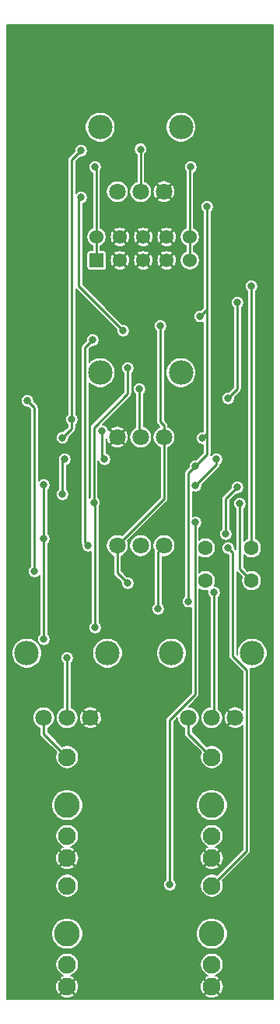
<source format=gbr>
G04 #@! TF.GenerationSoftware,KiCad,Pcbnew,5.1.4*
G04 #@! TF.CreationDate,2019-09-20T20:02:23+02:00*
G04 #@! TF.ProjectId,PolivoksVCF,506f6c69-766f-46b7-9356-43462e6b6963,rev?*
G04 #@! TF.SameCoordinates,Original*
G04 #@! TF.FileFunction,Copper,L2,Bot*
G04 #@! TF.FilePolarity,Positive*
%FSLAX46Y46*%
G04 Gerber Fmt 4.6, Leading zero omitted, Abs format (unit mm)*
G04 Created by KiCad (PCBNEW 5.1.4) date 2019-09-20 20:02:23*
%MOMM*%
%LPD*%
G04 APERTURE LIST*
%ADD10C,1.600000*%
%ADD11C,2.800000*%
%ADD12C,1.930400*%
%ADD13R,1.524000X1.524000*%
%ADD14C,1.524000*%
%ADD15C,2.667000*%
%ADD16C,1.803400*%
%ADD17C,1.800000*%
%ADD18C,0.800000*%
%ADD19C,0.250000*%
%ADD20C,0.127000*%
G04 APERTURE END LIST*
D10*
X277876000Y-74168000D03*
X272876000Y-74168000D03*
X277876000Y-77724000D03*
X272876000Y-77724000D03*
D11*
X273557837Y-102108000D03*
D12*
X273557837Y-105460800D03*
X273557837Y-107873800D03*
X273557837Y-96901000D03*
D11*
X257809837Y-102108000D03*
D12*
X257809837Y-105460800D03*
X257809837Y-107873800D03*
X257809837Y-96901000D03*
X273557837Y-110871000D03*
X273557837Y-121843800D03*
X273557837Y-119430800D03*
D11*
X273557837Y-116078000D03*
D13*
X261022501Y-42926000D03*
D14*
X261022501Y-40386000D03*
X263562501Y-42926000D03*
X263562501Y-40386000D03*
X266102501Y-42926000D03*
X266102501Y-40386000D03*
X268642501Y-42926000D03*
X268642501Y-40386000D03*
X271182501Y-42926000D03*
X271182501Y-40386000D03*
D12*
X257809837Y-110871000D03*
X257809837Y-121843800D03*
X257809837Y-119430800D03*
D11*
X257809837Y-116078000D03*
D15*
X269163637Y-85599843D03*
X277952037Y-85599843D03*
D16*
X276097837Y-92610243D03*
X273557837Y-92610243D03*
X271017837Y-92610243D03*
X255269837Y-92610243D03*
X257809837Y-92610243D03*
X260349837Y-92610243D03*
D15*
X262204037Y-85599843D03*
X253415637Y-85599843D03*
X261416800Y-28449843D03*
X270205200Y-28449843D03*
D16*
X268351000Y-35460243D03*
X265811000Y-35460243D03*
X263271000Y-35460243D03*
X263271000Y-62130243D03*
X265811000Y-62130243D03*
X268351000Y-62130243D03*
D15*
X270205200Y-55119843D03*
X261416800Y-55119843D03*
D17*
X268351000Y-73914000D03*
X265811000Y-73914000D03*
X263271000Y-73914000D03*
D18*
X277876000Y-45720000D03*
X275336000Y-74168000D03*
X276606000Y-69342000D03*
X258318000Y-60198000D03*
X259334000Y-30988000D03*
X257302000Y-62193000D03*
X255270000Y-73152000D03*
X255270000Y-67310000D03*
X255270000Y-84074000D03*
X261620000Y-61468000D03*
X261874000Y-64516000D03*
X257302000Y-68326000D03*
X257556000Y-64516000D03*
X260604000Y-51562000D03*
X260096000Y-73914000D03*
X267716000Y-80772000D03*
X275082000Y-72644000D03*
X276352000Y-67564000D03*
X271780000Y-67400000D03*
X274066000Y-64516000D03*
X260858000Y-32766000D03*
X271272000Y-32766000D03*
X271780000Y-71374000D03*
X268986000Y-110744000D03*
X275336000Y-57912000D03*
X276352000Y-47498000D03*
X253492000Y-58166000D03*
X254254000Y-76708000D03*
X257810000Y-86106000D03*
X273812000Y-78994000D03*
X273050000Y-37084000D03*
X272277710Y-49011710D03*
X272542000Y-62230000D03*
X271780000Y-65278000D03*
X271007710Y-79999710D03*
X265811000Y-30861000D03*
X267970000Y-50038000D03*
X264414000Y-77978000D03*
X265684000Y-56896000D03*
X263906000Y-50546000D03*
X264414000Y-54610000D03*
X260731000Y-69215000D03*
X260858000Y-82804000D03*
X259334000Y-36068000D03*
D19*
X277876000Y-74168000D02*
X277876000Y-45720000D01*
X277324538Y-87426926D02*
X275844000Y-85946388D01*
X273557837Y-110871000D02*
X277324538Y-107104299D01*
X277324538Y-107104299D02*
X277324538Y-87426926D01*
X275844000Y-85946388D02*
X275844000Y-74676000D01*
X275844000Y-74676000D02*
X275336000Y-74168000D01*
X277876000Y-77724000D02*
X276606000Y-76454000D01*
X276606000Y-76454000D02*
X276606000Y-69342000D01*
X258318000Y-32004000D02*
X259334000Y-30988000D01*
X258318000Y-60198000D02*
X258318000Y-32004000D01*
X258318000Y-60198000D02*
X258318000Y-61177000D01*
X258318000Y-61177000D02*
X257302000Y-62193000D01*
X255270000Y-73152000D02*
X255270000Y-67310000D01*
X255270000Y-83508315D02*
X255270000Y-73152000D01*
X255270000Y-84074000D02*
X255270000Y-83508315D01*
X261620000Y-61468000D02*
X261620000Y-64262000D01*
X261620000Y-64262000D02*
X261874000Y-64516000D01*
X257302000Y-64770000D02*
X257556000Y-64516000D01*
X257302000Y-68326000D02*
X257302000Y-64770000D01*
X259758299Y-73576299D02*
X260096000Y-73914000D01*
X260604000Y-51562000D02*
X259758299Y-52407701D01*
X259758299Y-52407701D02*
X259758299Y-73576299D01*
X267716000Y-74549000D02*
X268351000Y-73914000D01*
X267716000Y-80772000D02*
X267716000Y-74549000D01*
X275082000Y-72644000D02*
X275082000Y-68834000D01*
X275082000Y-68834000D02*
X276352000Y-67564000D01*
X271780000Y-67400000D02*
X274066000Y-65114000D01*
X274066000Y-65114000D02*
X274066000Y-64516000D01*
X261022501Y-40386000D02*
X261022501Y-42926000D01*
X261022501Y-32930501D02*
X260858000Y-32766000D01*
X261022501Y-40386000D02*
X261022501Y-32930501D01*
X271272000Y-40296501D02*
X271182501Y-40386000D01*
X271182501Y-40386000D02*
X271182501Y-42926000D01*
X271182501Y-32855499D02*
X271272000Y-32766000D01*
X271182501Y-40386000D02*
X271182501Y-32855499D01*
X271017837Y-94361000D02*
X271017837Y-92610243D01*
X273557837Y-96901000D02*
X271017837Y-94361000D01*
X255269837Y-94361000D02*
X255269837Y-92610243D01*
X257809837Y-96901000D02*
X255269837Y-94361000D01*
X271750999Y-90061563D02*
X268986000Y-92826562D01*
X271750999Y-71968686D02*
X271750999Y-90061563D01*
X271780000Y-71374000D02*
X271780000Y-71939685D01*
X271780000Y-71939685D02*
X271750999Y-71968686D01*
X268986000Y-92826562D02*
X268986000Y-110744000D01*
X275336000Y-57912000D02*
X276352000Y-56896000D01*
X276352000Y-56896000D02*
X276352000Y-47498000D01*
X253492000Y-58166000D02*
X254254000Y-58928000D01*
X254254000Y-58928000D02*
X254254000Y-76708000D01*
X257809837Y-92610243D02*
X257809837Y-86106163D01*
X257809837Y-86106163D02*
X257810000Y-86106000D01*
X273812000Y-92356080D02*
X273557837Y-92610243D01*
X273812000Y-78994000D02*
X273812000Y-92356080D01*
X273050000Y-48239420D02*
X272277710Y-49011710D01*
X273050000Y-37084000D02*
X273050000Y-48239420D01*
X273050000Y-48239420D02*
X273050000Y-61722000D01*
X273050000Y-61722000D02*
X272542000Y-62230000D01*
X273050000Y-61722000D02*
X273050000Y-64008000D01*
X273050000Y-64008000D02*
X271780000Y-65278000D01*
X271780000Y-65278000D02*
X271018000Y-66040000D01*
X271018000Y-79989420D02*
X271007710Y-79999710D01*
X271018000Y-66040000D02*
X271018000Y-79989420D01*
X265811000Y-35460243D02*
X265811000Y-30861000D01*
X268351000Y-60833000D02*
X268351000Y-62130243D01*
X267970000Y-50038000D02*
X267970000Y-60452000D01*
X267970000Y-60452000D02*
X268351000Y-60833000D01*
X263271000Y-73914000D02*
X263271000Y-76835000D01*
X263271000Y-76835000D02*
X264414000Y-77978000D01*
X268351000Y-68834000D02*
X268351000Y-62130243D01*
X263271000Y-73914000D02*
X268351000Y-68834000D01*
X265684000Y-62003243D02*
X265811000Y-62130243D01*
X265684000Y-56896000D02*
X265684000Y-62003243D01*
X262382000Y-49022000D02*
X263906000Y-50546000D01*
X260858000Y-69342000D02*
X260731000Y-69215000D01*
X260858000Y-82804000D02*
X260858000Y-69342000D01*
X264414000Y-57404000D02*
X264414000Y-54610000D01*
X260731000Y-61087000D02*
X264414000Y-57404000D01*
X260731000Y-61087000D02*
X260731000Y-69215000D01*
X263906000Y-50546000D02*
X259080000Y-45720000D01*
X259080000Y-45720000D02*
X259080000Y-36322000D01*
X259080000Y-36322000D02*
X259334000Y-36068000D01*
D20*
G36*
X280200500Y-123175500D02*
G01*
X251294500Y-123175500D01*
X251294500Y-122742789D01*
X257000650Y-122742789D01*
X257104530Y-122922605D01*
X257328546Y-123039475D01*
X257571059Y-123110396D01*
X257822747Y-123132642D01*
X258073940Y-123105359D01*
X258314983Y-123029595D01*
X258515144Y-122922605D01*
X258619024Y-122742789D01*
X272748650Y-122742789D01*
X272852530Y-122922605D01*
X273076546Y-123039475D01*
X273319059Y-123110396D01*
X273570747Y-123132642D01*
X273821940Y-123105359D01*
X274062983Y-123029595D01*
X274263144Y-122922605D01*
X274367024Y-122742789D01*
X273557837Y-121933603D01*
X272748650Y-122742789D01*
X258619024Y-122742789D01*
X257809837Y-121933603D01*
X257000650Y-122742789D01*
X251294500Y-122742789D01*
X251294500Y-121856710D01*
X256520995Y-121856710D01*
X256548278Y-122107903D01*
X256624042Y-122348946D01*
X256731032Y-122549107D01*
X256910848Y-122652987D01*
X257720034Y-121843800D01*
X257899640Y-121843800D01*
X258708826Y-122652987D01*
X258888642Y-122549107D01*
X259005512Y-122325091D01*
X259076433Y-122082578D01*
X259096396Y-121856710D01*
X272268995Y-121856710D01*
X272296278Y-122107903D01*
X272372042Y-122348946D01*
X272479032Y-122549107D01*
X272658848Y-122652987D01*
X273468034Y-121843800D01*
X273647640Y-121843800D01*
X274456826Y-122652987D01*
X274636642Y-122549107D01*
X274753512Y-122325091D01*
X274824433Y-122082578D01*
X274846679Y-121830890D01*
X274819396Y-121579697D01*
X274743632Y-121338654D01*
X274636642Y-121138493D01*
X274456826Y-121034613D01*
X273647640Y-121843800D01*
X273468034Y-121843800D01*
X272658848Y-121034613D01*
X272479032Y-121138493D01*
X272362162Y-121362509D01*
X272291241Y-121605022D01*
X272268995Y-121856710D01*
X259096396Y-121856710D01*
X259098679Y-121830890D01*
X259071396Y-121579697D01*
X258995632Y-121338654D01*
X258888642Y-121138493D01*
X258708826Y-121034613D01*
X257899640Y-121843800D01*
X257720034Y-121843800D01*
X256910848Y-121034613D01*
X256731032Y-121138493D01*
X256614162Y-121362509D01*
X256543241Y-121605022D01*
X256520995Y-121856710D01*
X251294500Y-121856710D01*
X251294500Y-119304465D01*
X256527137Y-119304465D01*
X256527137Y-119557135D01*
X256576431Y-119804950D01*
X256673123Y-120038386D01*
X256813499Y-120248473D01*
X256992164Y-120427138D01*
X257202251Y-120567514D01*
X257370658Y-120637270D01*
X257304691Y-120658005D01*
X257104530Y-120764995D01*
X257000650Y-120944811D01*
X257809837Y-121753997D01*
X258619024Y-120944811D01*
X258515144Y-120764995D01*
X258291128Y-120648125D01*
X258251083Y-120636414D01*
X258417423Y-120567514D01*
X258627510Y-120427138D01*
X258806175Y-120248473D01*
X258946551Y-120038386D01*
X259043243Y-119804950D01*
X259092537Y-119557135D01*
X259092537Y-119304465D01*
X272275137Y-119304465D01*
X272275137Y-119557135D01*
X272324431Y-119804950D01*
X272421123Y-120038386D01*
X272561499Y-120248473D01*
X272740164Y-120427138D01*
X272950251Y-120567514D01*
X273118658Y-120637270D01*
X273052691Y-120658005D01*
X272852530Y-120764995D01*
X272748650Y-120944811D01*
X273557837Y-121753997D01*
X274367024Y-120944811D01*
X274263144Y-120764995D01*
X274039128Y-120648125D01*
X273999083Y-120636414D01*
X274165423Y-120567514D01*
X274375510Y-120427138D01*
X274554175Y-120248473D01*
X274694551Y-120038386D01*
X274791243Y-119804950D01*
X274840537Y-119557135D01*
X274840537Y-119304465D01*
X274791243Y-119056650D01*
X274694551Y-118823214D01*
X274554175Y-118613127D01*
X274375510Y-118434462D01*
X274165423Y-118294086D01*
X273931987Y-118197394D01*
X273684172Y-118148100D01*
X273431502Y-118148100D01*
X273183687Y-118197394D01*
X272950251Y-118294086D01*
X272740164Y-118434462D01*
X272561499Y-118613127D01*
X272421123Y-118823214D01*
X272324431Y-119056650D01*
X272275137Y-119304465D01*
X259092537Y-119304465D01*
X259043243Y-119056650D01*
X258946551Y-118823214D01*
X258806175Y-118613127D01*
X258627510Y-118434462D01*
X258417423Y-118294086D01*
X258183987Y-118197394D01*
X257936172Y-118148100D01*
X257683502Y-118148100D01*
X257435687Y-118197394D01*
X257202251Y-118294086D01*
X256992164Y-118434462D01*
X256813499Y-118613127D01*
X256673123Y-118823214D01*
X256576431Y-119056650D01*
X256527137Y-119304465D01*
X251294500Y-119304465D01*
X251294500Y-115908841D01*
X256092337Y-115908841D01*
X256092337Y-116247159D01*
X256158340Y-116578976D01*
X256287808Y-116891541D01*
X256475768Y-117172842D01*
X256714995Y-117412069D01*
X256996296Y-117600029D01*
X257308861Y-117729497D01*
X257640678Y-117795500D01*
X257978996Y-117795500D01*
X258310813Y-117729497D01*
X258623378Y-117600029D01*
X258904679Y-117412069D01*
X259143906Y-117172842D01*
X259331866Y-116891541D01*
X259461334Y-116578976D01*
X259527337Y-116247159D01*
X259527337Y-115908841D01*
X271840337Y-115908841D01*
X271840337Y-116247159D01*
X271906340Y-116578976D01*
X272035808Y-116891541D01*
X272223768Y-117172842D01*
X272462995Y-117412069D01*
X272744296Y-117600029D01*
X273056861Y-117729497D01*
X273388678Y-117795500D01*
X273726996Y-117795500D01*
X274058813Y-117729497D01*
X274371378Y-117600029D01*
X274652679Y-117412069D01*
X274891906Y-117172842D01*
X275079866Y-116891541D01*
X275209334Y-116578976D01*
X275275337Y-116247159D01*
X275275337Y-115908841D01*
X275209334Y-115577024D01*
X275079866Y-115264459D01*
X274891906Y-114983158D01*
X274652679Y-114743931D01*
X274371378Y-114555971D01*
X274058813Y-114426503D01*
X273726996Y-114360500D01*
X273388678Y-114360500D01*
X273056861Y-114426503D01*
X272744296Y-114555971D01*
X272462995Y-114743931D01*
X272223768Y-114983158D01*
X272035808Y-115264459D01*
X271906340Y-115577024D01*
X271840337Y-115908841D01*
X259527337Y-115908841D01*
X259461334Y-115577024D01*
X259331866Y-115264459D01*
X259143906Y-114983158D01*
X258904679Y-114743931D01*
X258623378Y-114555971D01*
X258310813Y-114426503D01*
X257978996Y-114360500D01*
X257640678Y-114360500D01*
X257308861Y-114426503D01*
X256996296Y-114555971D01*
X256714995Y-114743931D01*
X256475768Y-114983158D01*
X256287808Y-115264459D01*
X256158340Y-115577024D01*
X256092337Y-115908841D01*
X251294500Y-115908841D01*
X251294500Y-110744665D01*
X256527137Y-110744665D01*
X256527137Y-110997335D01*
X256576431Y-111245150D01*
X256673123Y-111478586D01*
X256813499Y-111688673D01*
X256992164Y-111867338D01*
X257202251Y-112007714D01*
X257435687Y-112104406D01*
X257683502Y-112153700D01*
X257936172Y-112153700D01*
X258183987Y-112104406D01*
X258417423Y-112007714D01*
X258627510Y-111867338D01*
X258806175Y-111688673D01*
X258946551Y-111478586D01*
X259043243Y-111245150D01*
X259092537Y-110997335D01*
X259092537Y-110744665D01*
X259078348Y-110673332D01*
X268268500Y-110673332D01*
X268268500Y-110814668D01*
X268296073Y-110953287D01*
X268350159Y-111083864D01*
X268428681Y-111201380D01*
X268528620Y-111301319D01*
X268646136Y-111379841D01*
X268776713Y-111433927D01*
X268915332Y-111461500D01*
X269056668Y-111461500D01*
X269195287Y-111433927D01*
X269325864Y-111379841D01*
X269443380Y-111301319D01*
X269543319Y-111201380D01*
X269621841Y-111083864D01*
X269675927Y-110953287D01*
X269703500Y-110814668D01*
X269703500Y-110744665D01*
X272275137Y-110744665D01*
X272275137Y-110997335D01*
X272324431Y-111245150D01*
X272421123Y-111478586D01*
X272561499Y-111688673D01*
X272740164Y-111867338D01*
X272950251Y-112007714D01*
X273183687Y-112104406D01*
X273431502Y-112153700D01*
X273684172Y-112153700D01*
X273931987Y-112104406D01*
X274165423Y-112007714D01*
X274375510Y-111867338D01*
X274554175Y-111688673D01*
X274694551Y-111478586D01*
X274791243Y-111245150D01*
X274840537Y-110997335D01*
X274840537Y-110744665D01*
X274791243Y-110496850D01*
X274722862Y-110331764D01*
X277622064Y-107432563D01*
X277638947Y-107418708D01*
X277694243Y-107351328D01*
X277735333Y-107274456D01*
X277760635Y-107191044D01*
X277767038Y-107126036D01*
X277767038Y-107126035D01*
X277769179Y-107104299D01*
X277767038Y-107082562D01*
X277767038Y-87448660D01*
X277769179Y-87426926D01*
X277767038Y-87405189D01*
X277760635Y-87340181D01*
X277735333Y-87256769D01*
X277732165Y-87250843D01*
X277725353Y-87238098D01*
X277789428Y-87250843D01*
X278114646Y-87250843D01*
X278433616Y-87187396D01*
X278734079Y-87062940D01*
X279004488Y-86882258D01*
X279234452Y-86652294D01*
X279415134Y-86381885D01*
X279539590Y-86081422D01*
X279603037Y-85762452D01*
X279603037Y-85437234D01*
X279539590Y-85118264D01*
X279415134Y-84817801D01*
X279234452Y-84547392D01*
X279004488Y-84317428D01*
X278734079Y-84136746D01*
X278433616Y-84012290D01*
X278114646Y-83948843D01*
X277789428Y-83948843D01*
X277470458Y-84012290D01*
X277169995Y-84136746D01*
X276899586Y-84317428D01*
X276669622Y-84547392D01*
X276488940Y-84817801D01*
X276364484Y-85118264D01*
X276301037Y-85437234D01*
X276301037Y-85762452D01*
X276304807Y-85781406D01*
X276286500Y-85763099D01*
X276286500Y-76762205D01*
X276291591Y-76768409D01*
X276308481Y-76782270D01*
X276837413Y-77311202D01*
X276801445Y-77398037D01*
X276758500Y-77613936D01*
X276758500Y-77834064D01*
X276801445Y-78049963D01*
X276885684Y-78253335D01*
X277007981Y-78436365D01*
X277163635Y-78592019D01*
X277346665Y-78714316D01*
X277550037Y-78798555D01*
X277765936Y-78841500D01*
X277986064Y-78841500D01*
X278201963Y-78798555D01*
X278405335Y-78714316D01*
X278588365Y-78592019D01*
X278744019Y-78436365D01*
X278866316Y-78253335D01*
X278950555Y-78049963D01*
X278993500Y-77834064D01*
X278993500Y-77613936D01*
X278950555Y-77398037D01*
X278866316Y-77194665D01*
X278744019Y-77011635D01*
X278588365Y-76855981D01*
X278405335Y-76733684D01*
X278201963Y-76649445D01*
X277986064Y-76606500D01*
X277765936Y-76606500D01*
X277550037Y-76649445D01*
X277463202Y-76685413D01*
X277048500Y-76270711D01*
X277048500Y-74920884D01*
X277163635Y-75036019D01*
X277346665Y-75158316D01*
X277550037Y-75242555D01*
X277765936Y-75285500D01*
X277986064Y-75285500D01*
X278201963Y-75242555D01*
X278405335Y-75158316D01*
X278588365Y-75036019D01*
X278744019Y-74880365D01*
X278866316Y-74697335D01*
X278950555Y-74493963D01*
X278993500Y-74278064D01*
X278993500Y-74057936D01*
X278950555Y-73842037D01*
X278866316Y-73638665D01*
X278744019Y-73455635D01*
X278588365Y-73299981D01*
X278405335Y-73177684D01*
X278318500Y-73141716D01*
X278318500Y-46287262D01*
X278333380Y-46277319D01*
X278433319Y-46177380D01*
X278511841Y-46059864D01*
X278565927Y-45929287D01*
X278593500Y-45790668D01*
X278593500Y-45649332D01*
X278565927Y-45510713D01*
X278511841Y-45380136D01*
X278433319Y-45262620D01*
X278333380Y-45162681D01*
X278215864Y-45084159D01*
X278085287Y-45030073D01*
X277946668Y-45002500D01*
X277805332Y-45002500D01*
X277666713Y-45030073D01*
X277536136Y-45084159D01*
X277418620Y-45162681D01*
X277318681Y-45262620D01*
X277240159Y-45380136D01*
X277186073Y-45510713D01*
X277158500Y-45649332D01*
X277158500Y-45790668D01*
X277186073Y-45929287D01*
X277240159Y-46059864D01*
X277318681Y-46177380D01*
X277418620Y-46277319D01*
X277433501Y-46287262D01*
X277433500Y-73141716D01*
X277346665Y-73177684D01*
X277163635Y-73299981D01*
X277048500Y-73415116D01*
X277048500Y-69909262D01*
X277063380Y-69899319D01*
X277163319Y-69799380D01*
X277241841Y-69681864D01*
X277295927Y-69551287D01*
X277323500Y-69412668D01*
X277323500Y-69271332D01*
X277295927Y-69132713D01*
X277241841Y-69002136D01*
X277163319Y-68884620D01*
X277063380Y-68784681D01*
X276945864Y-68706159D01*
X276815287Y-68652073D01*
X276676668Y-68624500D01*
X276535332Y-68624500D01*
X276396713Y-68652073D01*
X276266136Y-68706159D01*
X276148620Y-68784681D01*
X276048681Y-68884620D01*
X275970159Y-69002136D01*
X275916073Y-69132713D01*
X275888500Y-69271332D01*
X275888500Y-69412668D01*
X275916073Y-69551287D01*
X275970159Y-69681864D01*
X276048681Y-69799380D01*
X276148620Y-69899319D01*
X276163501Y-69909262D01*
X276163500Y-74367795D01*
X276158409Y-74361591D01*
X276141519Y-74347730D01*
X276050009Y-74256220D01*
X276053500Y-74238668D01*
X276053500Y-74097332D01*
X276025927Y-73958713D01*
X275971841Y-73828136D01*
X275893319Y-73710620D01*
X275793380Y-73610681D01*
X275675864Y-73532159D01*
X275545287Y-73478073D01*
X275406668Y-73450500D01*
X275265332Y-73450500D01*
X275126713Y-73478073D01*
X274996136Y-73532159D01*
X274878620Y-73610681D01*
X274778681Y-73710620D01*
X274700159Y-73828136D01*
X274646073Y-73958713D01*
X274618500Y-74097332D01*
X274618500Y-74238668D01*
X274646073Y-74377287D01*
X274700159Y-74507864D01*
X274778681Y-74625380D01*
X274878620Y-74725319D01*
X274996136Y-74803841D01*
X275126713Y-74857927D01*
X275265332Y-74885500D01*
X275401501Y-74885500D01*
X275401500Y-85924653D01*
X275399359Y-85946388D01*
X275401500Y-85968122D01*
X275401500Y-85968124D01*
X275407903Y-86033132D01*
X275430007Y-86106000D01*
X275433205Y-86116544D01*
X275474295Y-86193417D01*
X275497889Y-86222167D01*
X275529591Y-86260797D01*
X275546480Y-86274658D01*
X276882039Y-87610217D01*
X276882039Y-91736236D01*
X276861839Y-91756436D01*
X276765592Y-91583125D01*
X276552380Y-91472588D01*
X276321701Y-91405771D01*
X276082419Y-91385241D01*
X275843729Y-91411787D01*
X275614804Y-91484389D01*
X275430082Y-91583125D01*
X275333834Y-91756438D01*
X276097837Y-92520440D01*
X276111979Y-92506298D01*
X276201782Y-92596101D01*
X276187640Y-92610243D01*
X276201782Y-92624385D01*
X276111979Y-92714188D01*
X276097837Y-92700046D01*
X275333834Y-93464048D01*
X275430082Y-93637361D01*
X275643294Y-93747898D01*
X275873973Y-93814715D01*
X276113255Y-93835245D01*
X276351945Y-93808699D01*
X276580870Y-93736097D01*
X276765592Y-93637361D01*
X276861839Y-93464050D01*
X276882039Y-93484250D01*
X276882038Y-106921009D01*
X274097073Y-109705975D01*
X273931987Y-109637594D01*
X273684172Y-109588300D01*
X273431502Y-109588300D01*
X273183687Y-109637594D01*
X272950251Y-109734286D01*
X272740164Y-109874662D01*
X272561499Y-110053327D01*
X272421123Y-110263414D01*
X272324431Y-110496850D01*
X272275137Y-110744665D01*
X269703500Y-110744665D01*
X269703500Y-110673332D01*
X269675927Y-110534713D01*
X269621841Y-110404136D01*
X269543319Y-110286620D01*
X269443380Y-110186681D01*
X269428500Y-110176738D01*
X269428500Y-108772789D01*
X272748650Y-108772789D01*
X272852530Y-108952605D01*
X273076546Y-109069475D01*
X273319059Y-109140396D01*
X273570747Y-109162642D01*
X273821940Y-109135359D01*
X274062983Y-109059595D01*
X274263144Y-108952605D01*
X274367024Y-108772789D01*
X273557837Y-107963603D01*
X272748650Y-108772789D01*
X269428500Y-108772789D01*
X269428500Y-107886710D01*
X272268995Y-107886710D01*
X272296278Y-108137903D01*
X272372042Y-108378946D01*
X272479032Y-108579107D01*
X272658848Y-108682987D01*
X273468034Y-107873800D01*
X273647640Y-107873800D01*
X274456826Y-108682987D01*
X274636642Y-108579107D01*
X274753512Y-108355091D01*
X274824433Y-108112578D01*
X274846679Y-107860890D01*
X274819396Y-107609697D01*
X274743632Y-107368654D01*
X274636642Y-107168493D01*
X274456826Y-107064613D01*
X273647640Y-107873800D01*
X273468034Y-107873800D01*
X272658848Y-107064613D01*
X272479032Y-107168493D01*
X272362162Y-107392509D01*
X272291241Y-107635022D01*
X272268995Y-107886710D01*
X269428500Y-107886710D01*
X269428500Y-105334465D01*
X272275137Y-105334465D01*
X272275137Y-105587135D01*
X272324431Y-105834950D01*
X272421123Y-106068386D01*
X272561499Y-106278473D01*
X272740164Y-106457138D01*
X272950251Y-106597514D01*
X273118658Y-106667270D01*
X273052691Y-106688005D01*
X272852530Y-106794995D01*
X272748650Y-106974811D01*
X273557837Y-107783997D01*
X274367024Y-106974811D01*
X274263144Y-106794995D01*
X274039128Y-106678125D01*
X273999083Y-106666414D01*
X274165423Y-106597514D01*
X274375510Y-106457138D01*
X274554175Y-106278473D01*
X274694551Y-106068386D01*
X274791243Y-105834950D01*
X274840537Y-105587135D01*
X274840537Y-105334465D01*
X274791243Y-105086650D01*
X274694551Y-104853214D01*
X274554175Y-104643127D01*
X274375510Y-104464462D01*
X274165423Y-104324086D01*
X273931987Y-104227394D01*
X273684172Y-104178100D01*
X273431502Y-104178100D01*
X273183687Y-104227394D01*
X272950251Y-104324086D01*
X272740164Y-104464462D01*
X272561499Y-104643127D01*
X272421123Y-104853214D01*
X272324431Y-105086650D01*
X272275137Y-105334465D01*
X269428500Y-105334465D01*
X269428500Y-101938841D01*
X271840337Y-101938841D01*
X271840337Y-102277159D01*
X271906340Y-102608976D01*
X272035808Y-102921541D01*
X272223768Y-103202842D01*
X272462995Y-103442069D01*
X272744296Y-103630029D01*
X273056861Y-103759497D01*
X273388678Y-103825500D01*
X273726996Y-103825500D01*
X274058813Y-103759497D01*
X274371378Y-103630029D01*
X274652679Y-103442069D01*
X274891906Y-103202842D01*
X275079866Y-102921541D01*
X275209334Y-102608976D01*
X275275337Y-102277159D01*
X275275337Y-101938841D01*
X275209334Y-101607024D01*
X275079866Y-101294459D01*
X274891906Y-101013158D01*
X274652679Y-100773931D01*
X274371378Y-100585971D01*
X274058813Y-100456503D01*
X273726996Y-100390500D01*
X273388678Y-100390500D01*
X273056861Y-100456503D01*
X272744296Y-100585971D01*
X272462995Y-100773931D01*
X272223768Y-101013158D01*
X272035808Y-101294459D01*
X271906340Y-101607024D01*
X271840337Y-101938841D01*
X269428500Y-101938841D01*
X269428500Y-93009851D01*
X269798637Y-92639714D01*
X269798637Y-92730324D01*
X269845490Y-92965870D01*
X269937396Y-93187751D01*
X270070823Y-93387438D01*
X270240642Y-93557257D01*
X270440329Y-93690684D01*
X270575337Y-93746606D01*
X270575337Y-94339265D01*
X270573196Y-94361000D01*
X270575337Y-94382734D01*
X270575337Y-94382736D01*
X270581740Y-94447744D01*
X270607042Y-94531156D01*
X270648132Y-94608029D01*
X270671726Y-94636779D01*
X270703428Y-94675409D01*
X270720318Y-94689270D01*
X272392812Y-96361764D01*
X272324431Y-96526850D01*
X272275137Y-96774665D01*
X272275137Y-97027335D01*
X272324431Y-97275150D01*
X272421123Y-97508586D01*
X272561499Y-97718673D01*
X272740164Y-97897338D01*
X272950251Y-98037714D01*
X273183687Y-98134406D01*
X273431502Y-98183700D01*
X273684172Y-98183700D01*
X273931987Y-98134406D01*
X274165423Y-98037714D01*
X274375510Y-97897338D01*
X274554175Y-97718673D01*
X274694551Y-97508586D01*
X274791243Y-97275150D01*
X274840537Y-97027335D01*
X274840537Y-96774665D01*
X274791243Y-96526850D01*
X274694551Y-96293414D01*
X274554175Y-96083327D01*
X274375510Y-95904662D01*
X274165423Y-95764286D01*
X273931987Y-95667594D01*
X273684172Y-95618300D01*
X273431502Y-95618300D01*
X273183687Y-95667594D01*
X273018601Y-95735975D01*
X271460337Y-94177711D01*
X271460337Y-93746606D01*
X271595345Y-93690684D01*
X271795032Y-93557257D01*
X271964851Y-93387438D01*
X272098278Y-93187751D01*
X272190184Y-92965870D01*
X272237037Y-92730324D01*
X272237037Y-92490162D01*
X272190184Y-92254616D01*
X272098278Y-92032735D01*
X271964851Y-91833048D01*
X271795032Y-91663229D01*
X271595345Y-91529802D01*
X271373464Y-91437896D01*
X271137918Y-91391043D01*
X271047309Y-91391043D01*
X272048524Y-90389828D01*
X272065408Y-90375972D01*
X272079550Y-90358740D01*
X272120704Y-90308593D01*
X272161794Y-90231720D01*
X272187096Y-90148308D01*
X272193499Y-90083300D01*
X272193499Y-90083298D01*
X272195640Y-90061564D01*
X272193499Y-90039830D01*
X272193499Y-78611974D01*
X272346665Y-78714316D01*
X272550037Y-78798555D01*
X272765936Y-78841500D01*
X272986064Y-78841500D01*
X273115915Y-78815671D01*
X273094500Y-78923332D01*
X273094500Y-79064668D01*
X273122073Y-79203287D01*
X273176159Y-79333864D01*
X273254681Y-79451380D01*
X273354620Y-79551319D01*
X273369500Y-79561262D01*
X273369501Y-91404620D01*
X273202210Y-91437896D01*
X272980329Y-91529802D01*
X272780642Y-91663229D01*
X272610823Y-91833048D01*
X272477396Y-92032735D01*
X272385490Y-92254616D01*
X272338637Y-92490162D01*
X272338637Y-92730324D01*
X272385490Y-92965870D01*
X272477396Y-93187751D01*
X272610823Y-93387438D01*
X272780642Y-93557257D01*
X272980329Y-93690684D01*
X273202210Y-93782590D01*
X273437756Y-93829443D01*
X273677918Y-93829443D01*
X273913464Y-93782590D01*
X274135345Y-93690684D01*
X274335032Y-93557257D01*
X274504851Y-93387438D01*
X274638278Y-93187751D01*
X274730184Y-92965870D01*
X274777037Y-92730324D01*
X274777037Y-92625661D01*
X274872835Y-92625661D01*
X274899381Y-92864351D01*
X274971983Y-93093276D01*
X275070719Y-93277998D01*
X275244032Y-93374246D01*
X276008034Y-92610243D01*
X275244032Y-91846240D01*
X275070719Y-91942488D01*
X274960182Y-92155700D01*
X274893365Y-92386379D01*
X274872835Y-92625661D01*
X274777037Y-92625661D01*
X274777037Y-92490162D01*
X274730184Y-92254616D01*
X274638278Y-92032735D01*
X274504851Y-91833048D01*
X274335032Y-91663229D01*
X274254500Y-91609419D01*
X274254500Y-79561262D01*
X274269380Y-79551319D01*
X274369319Y-79451380D01*
X274447841Y-79333864D01*
X274501927Y-79203287D01*
X274529500Y-79064668D01*
X274529500Y-78923332D01*
X274501927Y-78784713D01*
X274447841Y-78654136D01*
X274369319Y-78536620D01*
X274269380Y-78436681D01*
X274151864Y-78358159D01*
X274021287Y-78304073D01*
X273882668Y-78276500D01*
X273850838Y-78276500D01*
X273866316Y-78253335D01*
X273950555Y-78049963D01*
X273993500Y-77834064D01*
X273993500Y-77613936D01*
X273950555Y-77398037D01*
X273866316Y-77194665D01*
X273744019Y-77011635D01*
X273588365Y-76855981D01*
X273405335Y-76733684D01*
X273201963Y-76649445D01*
X272986064Y-76606500D01*
X272765936Y-76606500D01*
X272550037Y-76649445D01*
X272346665Y-76733684D01*
X272193499Y-76836026D01*
X272193499Y-75055974D01*
X272346665Y-75158316D01*
X272550037Y-75242555D01*
X272765936Y-75285500D01*
X272986064Y-75285500D01*
X273201963Y-75242555D01*
X273405335Y-75158316D01*
X273588365Y-75036019D01*
X273744019Y-74880365D01*
X273866316Y-74697335D01*
X273950555Y-74493963D01*
X273993500Y-74278064D01*
X273993500Y-74057936D01*
X273950555Y-73842037D01*
X273866316Y-73638665D01*
X273744019Y-73455635D01*
X273588365Y-73299981D01*
X273405335Y-73177684D01*
X273201963Y-73093445D01*
X272986064Y-73050500D01*
X272765936Y-73050500D01*
X272550037Y-73093445D01*
X272346665Y-73177684D01*
X272193499Y-73280026D01*
X272193499Y-72573332D01*
X274364500Y-72573332D01*
X274364500Y-72714668D01*
X274392073Y-72853287D01*
X274446159Y-72983864D01*
X274524681Y-73101380D01*
X274624620Y-73201319D01*
X274742136Y-73279841D01*
X274872713Y-73333927D01*
X275011332Y-73361500D01*
X275152668Y-73361500D01*
X275291287Y-73333927D01*
X275421864Y-73279841D01*
X275539380Y-73201319D01*
X275639319Y-73101380D01*
X275717841Y-72983864D01*
X275771927Y-72853287D01*
X275799500Y-72714668D01*
X275799500Y-72573332D01*
X275771927Y-72434713D01*
X275717841Y-72304136D01*
X275639319Y-72186620D01*
X275539380Y-72086681D01*
X275524500Y-72076738D01*
X275524500Y-69017289D01*
X276263780Y-68278009D01*
X276281332Y-68281500D01*
X276422668Y-68281500D01*
X276561287Y-68253927D01*
X276691864Y-68199841D01*
X276809380Y-68121319D01*
X276909319Y-68021380D01*
X276987841Y-67903864D01*
X277041927Y-67773287D01*
X277069500Y-67634668D01*
X277069500Y-67493332D01*
X277041927Y-67354713D01*
X276987841Y-67224136D01*
X276909319Y-67106620D01*
X276809380Y-67006681D01*
X276691864Y-66928159D01*
X276561287Y-66874073D01*
X276422668Y-66846500D01*
X276281332Y-66846500D01*
X276142713Y-66874073D01*
X276012136Y-66928159D01*
X275894620Y-67006681D01*
X275794681Y-67106620D01*
X275716159Y-67224136D01*
X275662073Y-67354713D01*
X275634500Y-67493332D01*
X275634500Y-67634668D01*
X275637991Y-67652220D01*
X274784476Y-68505735D01*
X274767592Y-68519591D01*
X274753736Y-68536475D01*
X274753735Y-68536476D01*
X274712295Y-68586971D01*
X274671205Y-68663844D01*
X274645904Y-68747255D01*
X274637359Y-68834000D01*
X274639501Y-68855745D01*
X274639500Y-72076738D01*
X274624620Y-72086681D01*
X274524681Y-72186620D01*
X274446159Y-72304136D01*
X274392073Y-72434713D01*
X274364500Y-72573332D01*
X272193499Y-72573332D01*
X272193499Y-72100928D01*
X272216097Y-72026430D01*
X272222500Y-71961422D01*
X272224626Y-71939841D01*
X272237380Y-71931319D01*
X272337319Y-71831380D01*
X272415841Y-71713864D01*
X272469927Y-71583287D01*
X272497500Y-71444668D01*
X272497500Y-71303332D01*
X272469927Y-71164713D01*
X272415841Y-71034136D01*
X272337319Y-70916620D01*
X272237380Y-70816681D01*
X272119864Y-70738159D01*
X271989287Y-70684073D01*
X271850668Y-70656500D01*
X271709332Y-70656500D01*
X271570713Y-70684073D01*
X271460500Y-70729724D01*
X271460500Y-68044276D01*
X271570713Y-68089927D01*
X271709332Y-68117500D01*
X271850668Y-68117500D01*
X271989287Y-68089927D01*
X272119864Y-68035841D01*
X272237380Y-67957319D01*
X272337319Y-67857380D01*
X272415841Y-67739864D01*
X272469927Y-67609287D01*
X272497500Y-67470668D01*
X272497500Y-67329332D01*
X272494009Y-67311780D01*
X274363521Y-65442268D01*
X274380409Y-65428409D01*
X274435705Y-65361029D01*
X274476795Y-65284157D01*
X274502097Y-65200745D01*
X274508500Y-65135737D01*
X274508500Y-65135735D01*
X274510641Y-65114001D01*
X274508500Y-65092267D01*
X274508500Y-65083262D01*
X274523380Y-65073319D01*
X274623319Y-64973380D01*
X274701841Y-64855864D01*
X274755927Y-64725287D01*
X274783500Y-64586668D01*
X274783500Y-64445332D01*
X274755927Y-64306713D01*
X274701841Y-64176136D01*
X274623319Y-64058620D01*
X274523380Y-63958681D01*
X274405864Y-63880159D01*
X274275287Y-63826073D01*
X274136668Y-63798500D01*
X273995332Y-63798500D01*
X273856713Y-63826073D01*
X273726136Y-63880159D01*
X273608620Y-63958681D01*
X273508681Y-64058620D01*
X273486366Y-64092017D01*
X273492500Y-64029737D01*
X273492500Y-64029735D01*
X273494641Y-64008001D01*
X273492500Y-63986267D01*
X273492500Y-61743735D01*
X273494641Y-61722001D01*
X273492500Y-61700263D01*
X273492500Y-57841332D01*
X274618500Y-57841332D01*
X274618500Y-57982668D01*
X274646073Y-58121287D01*
X274700159Y-58251864D01*
X274778681Y-58369380D01*
X274878620Y-58469319D01*
X274996136Y-58547841D01*
X275126713Y-58601927D01*
X275265332Y-58629500D01*
X275406668Y-58629500D01*
X275545287Y-58601927D01*
X275675864Y-58547841D01*
X275793380Y-58469319D01*
X275893319Y-58369380D01*
X275971841Y-58251864D01*
X276025927Y-58121287D01*
X276053500Y-57982668D01*
X276053500Y-57841332D01*
X276050009Y-57823781D01*
X276649526Y-57224264D01*
X276666409Y-57210409D01*
X276680551Y-57193177D01*
X276721705Y-57143030D01*
X276762795Y-57066157D01*
X276772460Y-57034295D01*
X276788097Y-56982745D01*
X276794500Y-56917737D01*
X276794500Y-56917735D01*
X276796641Y-56896000D01*
X276794500Y-56874263D01*
X276794500Y-48065262D01*
X276809380Y-48055319D01*
X276909319Y-47955380D01*
X276987841Y-47837864D01*
X277041927Y-47707287D01*
X277069500Y-47568668D01*
X277069500Y-47427332D01*
X277041927Y-47288713D01*
X276987841Y-47158136D01*
X276909319Y-47040620D01*
X276809380Y-46940681D01*
X276691864Y-46862159D01*
X276561287Y-46808073D01*
X276422668Y-46780500D01*
X276281332Y-46780500D01*
X276142713Y-46808073D01*
X276012136Y-46862159D01*
X275894620Y-46940681D01*
X275794681Y-47040620D01*
X275716159Y-47158136D01*
X275662073Y-47288713D01*
X275634500Y-47427332D01*
X275634500Y-47568668D01*
X275662073Y-47707287D01*
X275716159Y-47837864D01*
X275794681Y-47955380D01*
X275894620Y-48055319D01*
X275909501Y-48065262D01*
X275909500Y-56712710D01*
X275424219Y-57197991D01*
X275406668Y-57194500D01*
X275265332Y-57194500D01*
X275126713Y-57222073D01*
X274996136Y-57276159D01*
X274878620Y-57354681D01*
X274778681Y-57454620D01*
X274700159Y-57572136D01*
X274646073Y-57702713D01*
X274618500Y-57841332D01*
X273492500Y-57841332D01*
X273492500Y-48261155D01*
X273494641Y-48239420D01*
X273492500Y-48217683D01*
X273492500Y-37651262D01*
X273507380Y-37641319D01*
X273607319Y-37541380D01*
X273685841Y-37423864D01*
X273739927Y-37293287D01*
X273767500Y-37154668D01*
X273767500Y-37013332D01*
X273739927Y-36874713D01*
X273685841Y-36744136D01*
X273607319Y-36626620D01*
X273507380Y-36526681D01*
X273389864Y-36448159D01*
X273259287Y-36394073D01*
X273120668Y-36366500D01*
X272979332Y-36366500D01*
X272840713Y-36394073D01*
X272710136Y-36448159D01*
X272592620Y-36526681D01*
X272492681Y-36626620D01*
X272414159Y-36744136D01*
X272360073Y-36874713D01*
X272332500Y-37013332D01*
X272332500Y-37154668D01*
X272360073Y-37293287D01*
X272414159Y-37423864D01*
X272492681Y-37541380D01*
X272592620Y-37641319D01*
X272607500Y-37651262D01*
X272607501Y-48056129D01*
X272365929Y-48297701D01*
X272348378Y-48294210D01*
X272207042Y-48294210D01*
X272068423Y-48321783D01*
X271937846Y-48375869D01*
X271820330Y-48454391D01*
X271720391Y-48554330D01*
X271641869Y-48671846D01*
X271587783Y-48802423D01*
X271560210Y-48941042D01*
X271560210Y-49082378D01*
X271587783Y-49220997D01*
X271641869Y-49351574D01*
X271720391Y-49469090D01*
X271820330Y-49569029D01*
X271937846Y-49647551D01*
X272068423Y-49701637D01*
X272207042Y-49729210D01*
X272348378Y-49729210D01*
X272486997Y-49701637D01*
X272607500Y-49651724D01*
X272607501Y-61512500D01*
X272471332Y-61512500D01*
X272332713Y-61540073D01*
X272202136Y-61594159D01*
X272084620Y-61672681D01*
X271984681Y-61772620D01*
X271906159Y-61890136D01*
X271852073Y-62020713D01*
X271824500Y-62159332D01*
X271824500Y-62300668D01*
X271852073Y-62439287D01*
X271906159Y-62569864D01*
X271984681Y-62687380D01*
X272084620Y-62787319D01*
X272202136Y-62865841D01*
X272332713Y-62919927D01*
X272471332Y-62947500D01*
X272607501Y-62947500D01*
X272607501Y-63824710D01*
X271868220Y-64563991D01*
X271850668Y-64560500D01*
X271709332Y-64560500D01*
X271570713Y-64588073D01*
X271440136Y-64642159D01*
X271322620Y-64720681D01*
X271222681Y-64820620D01*
X271144159Y-64938136D01*
X271090073Y-65068713D01*
X271062500Y-65207332D01*
X271062500Y-65348668D01*
X271065991Y-65366219D01*
X270720480Y-65711731D01*
X270703591Y-65725591D01*
X270671889Y-65764221D01*
X270648295Y-65792971D01*
X270625659Y-65835319D01*
X270607205Y-65869844D01*
X270581903Y-65953256D01*
X270575500Y-66018263D01*
X270573359Y-66040000D01*
X270575500Y-66061735D01*
X270575501Y-79425572D01*
X270550330Y-79442391D01*
X270450391Y-79542330D01*
X270371869Y-79659846D01*
X270317783Y-79790423D01*
X270290210Y-79929042D01*
X270290210Y-80070378D01*
X270317783Y-80208997D01*
X270371869Y-80339574D01*
X270450391Y-80457090D01*
X270550330Y-80557029D01*
X270667846Y-80635551D01*
X270798423Y-80689637D01*
X270937042Y-80717210D01*
X271078378Y-80717210D01*
X271216997Y-80689637D01*
X271308499Y-80651736D01*
X271308500Y-89878272D01*
X268688481Y-92498292D01*
X268671591Y-92512153D01*
X268639889Y-92550783D01*
X268616295Y-92579533D01*
X268599880Y-92610243D01*
X268575205Y-92656406D01*
X268549903Y-92739818D01*
X268543500Y-92804825D01*
X268541359Y-92826562D01*
X268543500Y-92848296D01*
X268543501Y-110176738D01*
X268528620Y-110186681D01*
X268428681Y-110286620D01*
X268350159Y-110404136D01*
X268296073Y-110534713D01*
X268268500Y-110673332D01*
X259078348Y-110673332D01*
X259043243Y-110496850D01*
X258946551Y-110263414D01*
X258806175Y-110053327D01*
X258627510Y-109874662D01*
X258417423Y-109734286D01*
X258183987Y-109637594D01*
X257936172Y-109588300D01*
X257683502Y-109588300D01*
X257435687Y-109637594D01*
X257202251Y-109734286D01*
X256992164Y-109874662D01*
X256813499Y-110053327D01*
X256673123Y-110263414D01*
X256576431Y-110496850D01*
X256527137Y-110744665D01*
X251294500Y-110744665D01*
X251294500Y-108772789D01*
X257000650Y-108772789D01*
X257104530Y-108952605D01*
X257328546Y-109069475D01*
X257571059Y-109140396D01*
X257822747Y-109162642D01*
X258073940Y-109135359D01*
X258314983Y-109059595D01*
X258515144Y-108952605D01*
X258619024Y-108772789D01*
X257809837Y-107963603D01*
X257000650Y-108772789D01*
X251294500Y-108772789D01*
X251294500Y-107886710D01*
X256520995Y-107886710D01*
X256548278Y-108137903D01*
X256624042Y-108378946D01*
X256731032Y-108579107D01*
X256910848Y-108682987D01*
X257720034Y-107873800D01*
X257899640Y-107873800D01*
X258708826Y-108682987D01*
X258888642Y-108579107D01*
X259005512Y-108355091D01*
X259076433Y-108112578D01*
X259098679Y-107860890D01*
X259071396Y-107609697D01*
X258995632Y-107368654D01*
X258888642Y-107168493D01*
X258708826Y-107064613D01*
X257899640Y-107873800D01*
X257720034Y-107873800D01*
X256910848Y-107064613D01*
X256731032Y-107168493D01*
X256614162Y-107392509D01*
X256543241Y-107635022D01*
X256520995Y-107886710D01*
X251294500Y-107886710D01*
X251294500Y-105334465D01*
X256527137Y-105334465D01*
X256527137Y-105587135D01*
X256576431Y-105834950D01*
X256673123Y-106068386D01*
X256813499Y-106278473D01*
X256992164Y-106457138D01*
X257202251Y-106597514D01*
X257370658Y-106667270D01*
X257304691Y-106688005D01*
X257104530Y-106794995D01*
X257000650Y-106974811D01*
X257809837Y-107783997D01*
X258619024Y-106974811D01*
X258515144Y-106794995D01*
X258291128Y-106678125D01*
X258251083Y-106666414D01*
X258417423Y-106597514D01*
X258627510Y-106457138D01*
X258806175Y-106278473D01*
X258946551Y-106068386D01*
X259043243Y-105834950D01*
X259092537Y-105587135D01*
X259092537Y-105334465D01*
X259043243Y-105086650D01*
X258946551Y-104853214D01*
X258806175Y-104643127D01*
X258627510Y-104464462D01*
X258417423Y-104324086D01*
X258183987Y-104227394D01*
X257936172Y-104178100D01*
X257683502Y-104178100D01*
X257435687Y-104227394D01*
X257202251Y-104324086D01*
X256992164Y-104464462D01*
X256813499Y-104643127D01*
X256673123Y-104853214D01*
X256576431Y-105086650D01*
X256527137Y-105334465D01*
X251294500Y-105334465D01*
X251294500Y-101938841D01*
X256092337Y-101938841D01*
X256092337Y-102277159D01*
X256158340Y-102608976D01*
X256287808Y-102921541D01*
X256475768Y-103202842D01*
X256714995Y-103442069D01*
X256996296Y-103630029D01*
X257308861Y-103759497D01*
X257640678Y-103825500D01*
X257978996Y-103825500D01*
X258310813Y-103759497D01*
X258623378Y-103630029D01*
X258904679Y-103442069D01*
X259143906Y-103202842D01*
X259331866Y-102921541D01*
X259461334Y-102608976D01*
X259527337Y-102277159D01*
X259527337Y-101938841D01*
X259461334Y-101607024D01*
X259331866Y-101294459D01*
X259143906Y-101013158D01*
X258904679Y-100773931D01*
X258623378Y-100585971D01*
X258310813Y-100456503D01*
X257978996Y-100390500D01*
X257640678Y-100390500D01*
X257308861Y-100456503D01*
X256996296Y-100585971D01*
X256714995Y-100773931D01*
X256475768Y-101013158D01*
X256287808Y-101294459D01*
X256158340Y-101607024D01*
X256092337Y-101938841D01*
X251294500Y-101938841D01*
X251294500Y-92490162D01*
X254050637Y-92490162D01*
X254050637Y-92730324D01*
X254097490Y-92965870D01*
X254189396Y-93187751D01*
X254322823Y-93387438D01*
X254492642Y-93557257D01*
X254692329Y-93690684D01*
X254827337Y-93746606D01*
X254827337Y-94339265D01*
X254825196Y-94361000D01*
X254827337Y-94382734D01*
X254827337Y-94382736D01*
X254833740Y-94447744D01*
X254859042Y-94531156D01*
X254900132Y-94608029D01*
X254923726Y-94636779D01*
X254955428Y-94675409D01*
X254972318Y-94689270D01*
X256644812Y-96361764D01*
X256576431Y-96526850D01*
X256527137Y-96774665D01*
X256527137Y-97027335D01*
X256576431Y-97275150D01*
X256673123Y-97508586D01*
X256813499Y-97718673D01*
X256992164Y-97897338D01*
X257202251Y-98037714D01*
X257435687Y-98134406D01*
X257683502Y-98183700D01*
X257936172Y-98183700D01*
X258183987Y-98134406D01*
X258417423Y-98037714D01*
X258627510Y-97897338D01*
X258806175Y-97718673D01*
X258946551Y-97508586D01*
X259043243Y-97275150D01*
X259092537Y-97027335D01*
X259092537Y-96774665D01*
X259043243Y-96526850D01*
X258946551Y-96293414D01*
X258806175Y-96083327D01*
X258627510Y-95904662D01*
X258417423Y-95764286D01*
X258183987Y-95667594D01*
X257936172Y-95618300D01*
X257683502Y-95618300D01*
X257435687Y-95667594D01*
X257270601Y-95735975D01*
X255712337Y-94177711D01*
X255712337Y-93746606D01*
X255847345Y-93690684D01*
X256047032Y-93557257D01*
X256216851Y-93387438D01*
X256350278Y-93187751D01*
X256442184Y-92965870D01*
X256489037Y-92730324D01*
X256489037Y-92490162D01*
X256590637Y-92490162D01*
X256590637Y-92730324D01*
X256637490Y-92965870D01*
X256729396Y-93187751D01*
X256862823Y-93387438D01*
X257032642Y-93557257D01*
X257232329Y-93690684D01*
X257454210Y-93782590D01*
X257689756Y-93829443D01*
X257929918Y-93829443D01*
X258165464Y-93782590D01*
X258387345Y-93690684D01*
X258587032Y-93557257D01*
X258680241Y-93464048D01*
X259585834Y-93464048D01*
X259682082Y-93637361D01*
X259895294Y-93747898D01*
X260125973Y-93814715D01*
X260365255Y-93835245D01*
X260603945Y-93808699D01*
X260832870Y-93736097D01*
X261017592Y-93637361D01*
X261113840Y-93464048D01*
X260349837Y-92700046D01*
X259585834Y-93464048D01*
X258680241Y-93464048D01*
X258756851Y-93387438D01*
X258890278Y-93187751D01*
X258982184Y-92965870D01*
X259029037Y-92730324D01*
X259029037Y-92625661D01*
X259124835Y-92625661D01*
X259151381Y-92864351D01*
X259223983Y-93093276D01*
X259322719Y-93277998D01*
X259496032Y-93374246D01*
X260260034Y-92610243D01*
X260439640Y-92610243D01*
X261203642Y-93374246D01*
X261376955Y-93277998D01*
X261487492Y-93064786D01*
X261554309Y-92834107D01*
X261574839Y-92594825D01*
X261548293Y-92356135D01*
X261475691Y-92127210D01*
X261376955Y-91942488D01*
X261203642Y-91846240D01*
X260439640Y-92610243D01*
X260260034Y-92610243D01*
X259496032Y-91846240D01*
X259322719Y-91942488D01*
X259212182Y-92155700D01*
X259145365Y-92386379D01*
X259124835Y-92625661D01*
X259029037Y-92625661D01*
X259029037Y-92490162D01*
X258982184Y-92254616D01*
X258890278Y-92032735D01*
X258756851Y-91833048D01*
X258680241Y-91756438D01*
X259585834Y-91756438D01*
X260349837Y-92520440D01*
X261113840Y-91756438D01*
X261017592Y-91583125D01*
X260804380Y-91472588D01*
X260573701Y-91405771D01*
X260334419Y-91385241D01*
X260095729Y-91411787D01*
X259866804Y-91484389D01*
X259682082Y-91583125D01*
X259585834Y-91756438D01*
X258680241Y-91756438D01*
X258587032Y-91663229D01*
X258387345Y-91529802D01*
X258252337Y-91473880D01*
X258252337Y-86673370D01*
X258267380Y-86663319D01*
X258367319Y-86563380D01*
X258445841Y-86445864D01*
X258499927Y-86315287D01*
X258527500Y-86176668D01*
X258527500Y-86035332D01*
X258499927Y-85896713D01*
X258445841Y-85766136D01*
X258367319Y-85648620D01*
X258267380Y-85548681D01*
X258149864Y-85470159D01*
X258070375Y-85437234D01*
X260553037Y-85437234D01*
X260553037Y-85762452D01*
X260616484Y-86081422D01*
X260740940Y-86381885D01*
X260921622Y-86652294D01*
X261151586Y-86882258D01*
X261421995Y-87062940D01*
X261722458Y-87187396D01*
X262041428Y-87250843D01*
X262366646Y-87250843D01*
X262685616Y-87187396D01*
X262986079Y-87062940D01*
X263256488Y-86882258D01*
X263486452Y-86652294D01*
X263667134Y-86381885D01*
X263791590Y-86081422D01*
X263855037Y-85762452D01*
X263855037Y-85437234D01*
X267512637Y-85437234D01*
X267512637Y-85762452D01*
X267576084Y-86081422D01*
X267700540Y-86381885D01*
X267881222Y-86652294D01*
X268111186Y-86882258D01*
X268381595Y-87062940D01*
X268682058Y-87187396D01*
X269001028Y-87250843D01*
X269326246Y-87250843D01*
X269645216Y-87187396D01*
X269945679Y-87062940D01*
X270216088Y-86882258D01*
X270446052Y-86652294D01*
X270626734Y-86381885D01*
X270751190Y-86081422D01*
X270814637Y-85762452D01*
X270814637Y-85437234D01*
X270751190Y-85118264D01*
X270626734Y-84817801D01*
X270446052Y-84547392D01*
X270216088Y-84317428D01*
X269945679Y-84136746D01*
X269645216Y-84012290D01*
X269326246Y-83948843D01*
X269001028Y-83948843D01*
X268682058Y-84012290D01*
X268381595Y-84136746D01*
X268111186Y-84317428D01*
X267881222Y-84547392D01*
X267700540Y-84817801D01*
X267576084Y-85118264D01*
X267512637Y-85437234D01*
X263855037Y-85437234D01*
X263791590Y-85118264D01*
X263667134Y-84817801D01*
X263486452Y-84547392D01*
X263256488Y-84317428D01*
X262986079Y-84136746D01*
X262685616Y-84012290D01*
X262366646Y-83948843D01*
X262041428Y-83948843D01*
X261722458Y-84012290D01*
X261421995Y-84136746D01*
X261151586Y-84317428D01*
X260921622Y-84547392D01*
X260740940Y-84817801D01*
X260616484Y-85118264D01*
X260553037Y-85437234D01*
X258070375Y-85437234D01*
X258019287Y-85416073D01*
X257880668Y-85388500D01*
X257739332Y-85388500D01*
X257600713Y-85416073D01*
X257470136Y-85470159D01*
X257352620Y-85548681D01*
X257252681Y-85648620D01*
X257174159Y-85766136D01*
X257120073Y-85896713D01*
X257092500Y-86035332D01*
X257092500Y-86176668D01*
X257120073Y-86315287D01*
X257174159Y-86445864D01*
X257252681Y-86563380D01*
X257352620Y-86663319D01*
X257367338Y-86673153D01*
X257367337Y-91473880D01*
X257232329Y-91529802D01*
X257032642Y-91663229D01*
X256862823Y-91833048D01*
X256729396Y-92032735D01*
X256637490Y-92254616D01*
X256590637Y-92490162D01*
X256489037Y-92490162D01*
X256442184Y-92254616D01*
X256350278Y-92032735D01*
X256216851Y-91833048D01*
X256047032Y-91663229D01*
X255847345Y-91529802D01*
X255625464Y-91437896D01*
X255389918Y-91391043D01*
X255149756Y-91391043D01*
X254914210Y-91437896D01*
X254692329Y-91529802D01*
X254492642Y-91663229D01*
X254322823Y-91833048D01*
X254189396Y-92032735D01*
X254097490Y-92254616D01*
X254050637Y-92490162D01*
X251294500Y-92490162D01*
X251294500Y-85437234D01*
X251764637Y-85437234D01*
X251764637Y-85762452D01*
X251828084Y-86081422D01*
X251952540Y-86381885D01*
X252133222Y-86652294D01*
X252363186Y-86882258D01*
X252633595Y-87062940D01*
X252934058Y-87187396D01*
X253253028Y-87250843D01*
X253578246Y-87250843D01*
X253897216Y-87187396D01*
X254197679Y-87062940D01*
X254468088Y-86882258D01*
X254698052Y-86652294D01*
X254878734Y-86381885D01*
X255003190Y-86081422D01*
X255066637Y-85762452D01*
X255066637Y-85437234D01*
X255003190Y-85118264D01*
X254878734Y-84817801D01*
X254698052Y-84547392D01*
X254468088Y-84317428D01*
X254197679Y-84136746D01*
X253897216Y-84012290D01*
X253578246Y-83948843D01*
X253253028Y-83948843D01*
X252934058Y-84012290D01*
X252633595Y-84136746D01*
X252363186Y-84317428D01*
X252133222Y-84547392D01*
X251952540Y-84817801D01*
X251828084Y-85118264D01*
X251764637Y-85437234D01*
X251294500Y-85437234D01*
X251294500Y-58095332D01*
X252774500Y-58095332D01*
X252774500Y-58236668D01*
X252802073Y-58375287D01*
X252856159Y-58505864D01*
X252934681Y-58623380D01*
X253034620Y-58723319D01*
X253152136Y-58801841D01*
X253282713Y-58855927D01*
X253421332Y-58883500D01*
X253562668Y-58883500D01*
X253580219Y-58880009D01*
X253811500Y-59111290D01*
X253811501Y-76140738D01*
X253796620Y-76150681D01*
X253696681Y-76250620D01*
X253618159Y-76368136D01*
X253564073Y-76498713D01*
X253536500Y-76637332D01*
X253536500Y-76778668D01*
X253564073Y-76917287D01*
X253618159Y-77047864D01*
X253696681Y-77165380D01*
X253796620Y-77265319D01*
X253914136Y-77343841D01*
X254044713Y-77397927D01*
X254183332Y-77425500D01*
X254324668Y-77425500D01*
X254463287Y-77397927D01*
X254593864Y-77343841D01*
X254711380Y-77265319D01*
X254811319Y-77165380D01*
X254827501Y-77141163D01*
X254827500Y-83506738D01*
X254812620Y-83516681D01*
X254712681Y-83616620D01*
X254634159Y-83734136D01*
X254580073Y-83864713D01*
X254552500Y-84003332D01*
X254552500Y-84144668D01*
X254580073Y-84283287D01*
X254634159Y-84413864D01*
X254712681Y-84531380D01*
X254812620Y-84631319D01*
X254930136Y-84709841D01*
X255060713Y-84763927D01*
X255199332Y-84791500D01*
X255340668Y-84791500D01*
X255479287Y-84763927D01*
X255609864Y-84709841D01*
X255727380Y-84631319D01*
X255827319Y-84531380D01*
X255905841Y-84413864D01*
X255959927Y-84283287D01*
X255987500Y-84144668D01*
X255987500Y-84003332D01*
X255959927Y-83864713D01*
X255905841Y-83734136D01*
X255827319Y-83616620D01*
X255727380Y-83516681D01*
X255712500Y-83506738D01*
X255712500Y-73719262D01*
X255727380Y-73709319D01*
X255827319Y-73609380D01*
X255905841Y-73491864D01*
X255959927Y-73361287D01*
X255987500Y-73222668D01*
X255987500Y-73081332D01*
X255959927Y-72942713D01*
X255905841Y-72812136D01*
X255827319Y-72694620D01*
X255727380Y-72594681D01*
X255712500Y-72584738D01*
X255712500Y-68255332D01*
X256584500Y-68255332D01*
X256584500Y-68396668D01*
X256612073Y-68535287D01*
X256666159Y-68665864D01*
X256744681Y-68783380D01*
X256844620Y-68883319D01*
X256962136Y-68961841D01*
X257092713Y-69015927D01*
X257231332Y-69043500D01*
X257372668Y-69043500D01*
X257511287Y-69015927D01*
X257641864Y-68961841D01*
X257759380Y-68883319D01*
X257859319Y-68783380D01*
X257937841Y-68665864D01*
X257991927Y-68535287D01*
X258019500Y-68396668D01*
X258019500Y-68255332D01*
X257991927Y-68116713D01*
X257937841Y-67986136D01*
X257859319Y-67868620D01*
X257759380Y-67768681D01*
X257744500Y-67758738D01*
X257744500Y-65210062D01*
X257765287Y-65205927D01*
X257895864Y-65151841D01*
X258013380Y-65073319D01*
X258113319Y-64973380D01*
X258191841Y-64855864D01*
X258245927Y-64725287D01*
X258273500Y-64586668D01*
X258273500Y-64445332D01*
X258245927Y-64306713D01*
X258191841Y-64176136D01*
X258113319Y-64058620D01*
X258013380Y-63958681D01*
X257895864Y-63880159D01*
X257765287Y-63826073D01*
X257626668Y-63798500D01*
X257485332Y-63798500D01*
X257346713Y-63826073D01*
X257216136Y-63880159D01*
X257098620Y-63958681D01*
X256998681Y-64058620D01*
X256920159Y-64176136D01*
X256866073Y-64306713D01*
X256838500Y-64445332D01*
X256838500Y-64586668D01*
X256863191Y-64710798D01*
X256857359Y-64770000D01*
X256859501Y-64791744D01*
X256859500Y-67758738D01*
X256844620Y-67768681D01*
X256744681Y-67868620D01*
X256666159Y-67986136D01*
X256612073Y-68116713D01*
X256584500Y-68255332D01*
X255712500Y-68255332D01*
X255712500Y-67877262D01*
X255727380Y-67867319D01*
X255827319Y-67767380D01*
X255905841Y-67649864D01*
X255959927Y-67519287D01*
X255987500Y-67380668D01*
X255987500Y-67239332D01*
X255959927Y-67100713D01*
X255905841Y-66970136D01*
X255827319Y-66852620D01*
X255727380Y-66752681D01*
X255609864Y-66674159D01*
X255479287Y-66620073D01*
X255340668Y-66592500D01*
X255199332Y-66592500D01*
X255060713Y-66620073D01*
X254930136Y-66674159D01*
X254812620Y-66752681D01*
X254712681Y-66852620D01*
X254696500Y-66876836D01*
X254696500Y-62122332D01*
X256584500Y-62122332D01*
X256584500Y-62263668D01*
X256612073Y-62402287D01*
X256666159Y-62532864D01*
X256744681Y-62650380D01*
X256844620Y-62750319D01*
X256962136Y-62828841D01*
X257092713Y-62882927D01*
X257231332Y-62910500D01*
X257372668Y-62910500D01*
X257511287Y-62882927D01*
X257641864Y-62828841D01*
X257759380Y-62750319D01*
X257859319Y-62650380D01*
X257937841Y-62532864D01*
X257991927Y-62402287D01*
X258019500Y-62263668D01*
X258019500Y-62122332D01*
X258016009Y-62104781D01*
X258615525Y-61505265D01*
X258632409Y-61491409D01*
X258669458Y-61446264D01*
X258687705Y-61424030D01*
X258728795Y-61347157D01*
X258739700Y-61311206D01*
X258754097Y-61263745D01*
X258760500Y-61198737D01*
X258760500Y-61198735D01*
X258762641Y-61177000D01*
X258760500Y-61155266D01*
X258760500Y-60765262D01*
X258775380Y-60755319D01*
X258875319Y-60655380D01*
X258953841Y-60537864D01*
X259007927Y-60407287D01*
X259035500Y-60268668D01*
X259035500Y-60127332D01*
X259007927Y-59988713D01*
X258953841Y-59858136D01*
X258875319Y-59740620D01*
X258775380Y-59640681D01*
X258760500Y-59630738D01*
X258760500Y-52407701D01*
X259313658Y-52407701D01*
X259315799Y-52429435D01*
X259315800Y-73554554D01*
X259313658Y-73576299D01*
X259322203Y-73663044D01*
X259347504Y-73746455D01*
X259384137Y-73814991D01*
X259378500Y-73843332D01*
X259378500Y-73984668D01*
X259406073Y-74123287D01*
X259460159Y-74253864D01*
X259538681Y-74371380D01*
X259638620Y-74471319D01*
X259756136Y-74549841D01*
X259886713Y-74603927D01*
X260025332Y-74631500D01*
X260166668Y-74631500D01*
X260305287Y-74603927D01*
X260415501Y-74558276D01*
X260415500Y-82236738D01*
X260400620Y-82246681D01*
X260300681Y-82346620D01*
X260222159Y-82464136D01*
X260168073Y-82594713D01*
X260140500Y-82733332D01*
X260140500Y-82874668D01*
X260168073Y-83013287D01*
X260222159Y-83143864D01*
X260300681Y-83261380D01*
X260400620Y-83361319D01*
X260518136Y-83439841D01*
X260648713Y-83493927D01*
X260787332Y-83521500D01*
X260928668Y-83521500D01*
X261067287Y-83493927D01*
X261197864Y-83439841D01*
X261315380Y-83361319D01*
X261415319Y-83261380D01*
X261493841Y-83143864D01*
X261547927Y-83013287D01*
X261575500Y-82874668D01*
X261575500Y-82733332D01*
X261547927Y-82594713D01*
X261493841Y-82464136D01*
X261415319Y-82346620D01*
X261315380Y-82246681D01*
X261300500Y-82236738D01*
X261300500Y-80701332D01*
X266998500Y-80701332D01*
X266998500Y-80842668D01*
X267026073Y-80981287D01*
X267080159Y-81111864D01*
X267158681Y-81229380D01*
X267258620Y-81329319D01*
X267376136Y-81407841D01*
X267506713Y-81461927D01*
X267645332Y-81489500D01*
X267786668Y-81489500D01*
X267925287Y-81461927D01*
X268055864Y-81407841D01*
X268173380Y-81329319D01*
X268273319Y-81229380D01*
X268351841Y-81111864D01*
X268405927Y-80981287D01*
X268433500Y-80842668D01*
X268433500Y-80701332D01*
X268405927Y-80562713D01*
X268351841Y-80432136D01*
X268273319Y-80314620D01*
X268173380Y-80214681D01*
X268158500Y-80204738D01*
X268158500Y-75117062D01*
X268231087Y-75131500D01*
X268470913Y-75131500D01*
X268706132Y-75084712D01*
X268927703Y-74992935D01*
X269127111Y-74859694D01*
X269296694Y-74690111D01*
X269429935Y-74490703D01*
X269521712Y-74269132D01*
X269568500Y-74033913D01*
X269568500Y-73794087D01*
X269521712Y-73558868D01*
X269429935Y-73337297D01*
X269296694Y-73137889D01*
X269127111Y-72968306D01*
X268927703Y-72835065D01*
X268706132Y-72743288D01*
X268470913Y-72696500D01*
X268231087Y-72696500D01*
X267995868Y-72743288D01*
X267774297Y-72835065D01*
X267574889Y-72968306D01*
X267405306Y-73137889D01*
X267272065Y-73337297D01*
X267180288Y-73558868D01*
X267133500Y-73794087D01*
X267133500Y-74033913D01*
X267180288Y-74269132D01*
X267272065Y-74490703D01*
X267276455Y-74497272D01*
X267271359Y-74549000D01*
X267273501Y-74570745D01*
X267273500Y-80204738D01*
X267258620Y-80214681D01*
X267158681Y-80314620D01*
X267080159Y-80432136D01*
X267026073Y-80562713D01*
X266998500Y-80701332D01*
X261300500Y-80701332D01*
X261300500Y-73794087D01*
X262053500Y-73794087D01*
X262053500Y-74033913D01*
X262100288Y-74269132D01*
X262192065Y-74490703D01*
X262325306Y-74690111D01*
X262494889Y-74859694D01*
X262694297Y-74992935D01*
X262828500Y-75048523D01*
X262828501Y-76813256D01*
X262826359Y-76835000D01*
X262834904Y-76921745D01*
X262860205Y-77005156D01*
X262901295Y-77082029D01*
X262931468Y-77118795D01*
X262956592Y-77149409D01*
X262973476Y-77163265D01*
X263699991Y-77889781D01*
X263696500Y-77907332D01*
X263696500Y-78048668D01*
X263724073Y-78187287D01*
X263778159Y-78317864D01*
X263856681Y-78435380D01*
X263956620Y-78535319D01*
X264074136Y-78613841D01*
X264204713Y-78667927D01*
X264343332Y-78695500D01*
X264484668Y-78695500D01*
X264623287Y-78667927D01*
X264753864Y-78613841D01*
X264871380Y-78535319D01*
X264971319Y-78435380D01*
X265049841Y-78317864D01*
X265103927Y-78187287D01*
X265131500Y-78048668D01*
X265131500Y-77907332D01*
X265103927Y-77768713D01*
X265049841Y-77638136D01*
X264971319Y-77520620D01*
X264871380Y-77420681D01*
X264753864Y-77342159D01*
X264623287Y-77288073D01*
X264484668Y-77260500D01*
X264343332Y-77260500D01*
X264325781Y-77263991D01*
X263713500Y-76651711D01*
X263713500Y-75048523D01*
X263847703Y-74992935D01*
X264047111Y-74859694D01*
X264216694Y-74690111D01*
X264349935Y-74490703D01*
X264441712Y-74269132D01*
X264488500Y-74033913D01*
X264488500Y-73794087D01*
X264593500Y-73794087D01*
X264593500Y-74033913D01*
X264640288Y-74269132D01*
X264732065Y-74490703D01*
X264865306Y-74690111D01*
X265034889Y-74859694D01*
X265234297Y-74992935D01*
X265455868Y-75084712D01*
X265691087Y-75131500D01*
X265930913Y-75131500D01*
X266166132Y-75084712D01*
X266387703Y-74992935D01*
X266587111Y-74859694D01*
X266756694Y-74690111D01*
X266889935Y-74490703D01*
X266981712Y-74269132D01*
X267028500Y-74033913D01*
X267028500Y-73794087D01*
X266981712Y-73558868D01*
X266889935Y-73337297D01*
X266756694Y-73137889D01*
X266587111Y-72968306D01*
X266387703Y-72835065D01*
X266166132Y-72743288D01*
X265930913Y-72696500D01*
X265691087Y-72696500D01*
X265455868Y-72743288D01*
X265234297Y-72835065D01*
X265034889Y-72968306D01*
X264865306Y-73137889D01*
X264732065Y-73337297D01*
X264640288Y-73558868D01*
X264593500Y-73794087D01*
X264488500Y-73794087D01*
X264441712Y-73558868D01*
X264386124Y-73424665D01*
X268648526Y-69162264D01*
X268665409Y-69148409D01*
X268681949Y-69128255D01*
X268720705Y-69081030D01*
X268761795Y-69004157D01*
X268771460Y-68972295D01*
X268787097Y-68920745D01*
X268793500Y-68855737D01*
X268793500Y-68855734D01*
X268795641Y-68834000D01*
X268793500Y-68812263D01*
X268793500Y-63266606D01*
X268928508Y-63210684D01*
X269128195Y-63077257D01*
X269298014Y-62907438D01*
X269431441Y-62707751D01*
X269523347Y-62485870D01*
X269570200Y-62250324D01*
X269570200Y-62010162D01*
X269523347Y-61774616D01*
X269431441Y-61552735D01*
X269298014Y-61353048D01*
X269128195Y-61183229D01*
X268928508Y-61049802D01*
X268793500Y-60993880D01*
X268793500Y-60854733D01*
X268795641Y-60832999D01*
X268791354Y-60789476D01*
X268787097Y-60746255D01*
X268761795Y-60662843D01*
X268720705Y-60585971D01*
X268665409Y-60518591D01*
X268648521Y-60504732D01*
X268412500Y-60268711D01*
X268412500Y-54957234D01*
X268554200Y-54957234D01*
X268554200Y-55282452D01*
X268617647Y-55601422D01*
X268742103Y-55901885D01*
X268922785Y-56172294D01*
X269152749Y-56402258D01*
X269423158Y-56582940D01*
X269723621Y-56707396D01*
X270042591Y-56770843D01*
X270367809Y-56770843D01*
X270686779Y-56707396D01*
X270987242Y-56582940D01*
X271257651Y-56402258D01*
X271487615Y-56172294D01*
X271668297Y-55901885D01*
X271792753Y-55601422D01*
X271856200Y-55282452D01*
X271856200Y-54957234D01*
X271792753Y-54638264D01*
X271668297Y-54337801D01*
X271487615Y-54067392D01*
X271257651Y-53837428D01*
X270987242Y-53656746D01*
X270686779Y-53532290D01*
X270367809Y-53468843D01*
X270042591Y-53468843D01*
X269723621Y-53532290D01*
X269423158Y-53656746D01*
X269152749Y-53837428D01*
X268922785Y-54067392D01*
X268742103Y-54337801D01*
X268617647Y-54638264D01*
X268554200Y-54957234D01*
X268412500Y-54957234D01*
X268412500Y-50605262D01*
X268427380Y-50595319D01*
X268527319Y-50495380D01*
X268605841Y-50377864D01*
X268659927Y-50247287D01*
X268687500Y-50108668D01*
X268687500Y-49967332D01*
X268659927Y-49828713D01*
X268605841Y-49698136D01*
X268527319Y-49580620D01*
X268427380Y-49480681D01*
X268309864Y-49402159D01*
X268179287Y-49348073D01*
X268040668Y-49320500D01*
X267899332Y-49320500D01*
X267760713Y-49348073D01*
X267630136Y-49402159D01*
X267512620Y-49480681D01*
X267412681Y-49580620D01*
X267334159Y-49698136D01*
X267280073Y-49828713D01*
X267252500Y-49967332D01*
X267252500Y-50108668D01*
X267280073Y-50247287D01*
X267334159Y-50377864D01*
X267412681Y-50495380D01*
X267512620Y-50595319D01*
X267527500Y-50605262D01*
X267527501Y-60430255D01*
X267525359Y-60452000D01*
X267533904Y-60538745D01*
X267559205Y-60622156D01*
X267600295Y-60699029D01*
X267639052Y-60746255D01*
X267655592Y-60766409D01*
X267672476Y-60780265D01*
X267892654Y-61000443D01*
X267773492Y-61049802D01*
X267573805Y-61183229D01*
X267403986Y-61353048D01*
X267270559Y-61552735D01*
X267178653Y-61774616D01*
X267131800Y-62010162D01*
X267131800Y-62250324D01*
X267178653Y-62485870D01*
X267270559Y-62707751D01*
X267403986Y-62907438D01*
X267573805Y-63077257D01*
X267773492Y-63210684D01*
X267908501Y-63266606D01*
X267908500Y-68650710D01*
X263760335Y-72798876D01*
X263626132Y-72743288D01*
X263390913Y-72696500D01*
X263151087Y-72696500D01*
X262915868Y-72743288D01*
X262694297Y-72835065D01*
X262494889Y-72968306D01*
X262325306Y-73137889D01*
X262192065Y-73337297D01*
X262100288Y-73558868D01*
X262053500Y-73794087D01*
X261300500Y-73794087D01*
X261300500Y-69654150D01*
X261366841Y-69554864D01*
X261420927Y-69424287D01*
X261448500Y-69285668D01*
X261448500Y-69144332D01*
X261420927Y-69005713D01*
X261366841Y-68875136D01*
X261288319Y-68757620D01*
X261188380Y-68657681D01*
X261173500Y-68647738D01*
X261173500Y-64672133D01*
X261184073Y-64725287D01*
X261238159Y-64855864D01*
X261316681Y-64973380D01*
X261416620Y-65073319D01*
X261534136Y-65151841D01*
X261664713Y-65205927D01*
X261803332Y-65233500D01*
X261944668Y-65233500D01*
X262083287Y-65205927D01*
X262213864Y-65151841D01*
X262331380Y-65073319D01*
X262431319Y-64973380D01*
X262509841Y-64855864D01*
X262563927Y-64725287D01*
X262591500Y-64586668D01*
X262591500Y-64445332D01*
X262563927Y-64306713D01*
X262509841Y-64176136D01*
X262431319Y-64058620D01*
X262331380Y-63958681D01*
X262213864Y-63880159D01*
X262083287Y-63826073D01*
X262062500Y-63821938D01*
X262062500Y-62984048D01*
X262506997Y-62984048D01*
X262603245Y-63157361D01*
X262816457Y-63267898D01*
X263047136Y-63334715D01*
X263286418Y-63355245D01*
X263525108Y-63328699D01*
X263754033Y-63256097D01*
X263938755Y-63157361D01*
X264035003Y-62984048D01*
X263271000Y-62220046D01*
X262506997Y-62984048D01*
X262062500Y-62984048D01*
X262062500Y-62294040D01*
X262072544Y-62384351D01*
X262145146Y-62613276D01*
X262243882Y-62797998D01*
X262417195Y-62894246D01*
X263181197Y-62130243D01*
X263360803Y-62130243D01*
X264124805Y-62894246D01*
X264298118Y-62797998D01*
X264408655Y-62584786D01*
X264475472Y-62354107D01*
X264496002Y-62114825D01*
X264484362Y-62010162D01*
X264591800Y-62010162D01*
X264591800Y-62250324D01*
X264638653Y-62485870D01*
X264730559Y-62707751D01*
X264863986Y-62907438D01*
X265033805Y-63077257D01*
X265233492Y-63210684D01*
X265455373Y-63302590D01*
X265690919Y-63349443D01*
X265931081Y-63349443D01*
X266166627Y-63302590D01*
X266388508Y-63210684D01*
X266588195Y-63077257D01*
X266758014Y-62907438D01*
X266891441Y-62707751D01*
X266983347Y-62485870D01*
X267030200Y-62250324D01*
X267030200Y-62010162D01*
X266983347Y-61774616D01*
X266891441Y-61552735D01*
X266758014Y-61353048D01*
X266588195Y-61183229D01*
X266388508Y-61049802D01*
X266166627Y-60957896D01*
X266126500Y-60949914D01*
X266126500Y-57463262D01*
X266141380Y-57453319D01*
X266241319Y-57353380D01*
X266319841Y-57235864D01*
X266373927Y-57105287D01*
X266401500Y-56966668D01*
X266401500Y-56825332D01*
X266373927Y-56686713D01*
X266319841Y-56556136D01*
X266241319Y-56438620D01*
X266141380Y-56338681D01*
X266023864Y-56260159D01*
X265893287Y-56206073D01*
X265754668Y-56178500D01*
X265613332Y-56178500D01*
X265474713Y-56206073D01*
X265344136Y-56260159D01*
X265226620Y-56338681D01*
X265126681Y-56438620D01*
X265048159Y-56556136D01*
X264994073Y-56686713D01*
X264966500Y-56825332D01*
X264966500Y-56966668D01*
X264994073Y-57105287D01*
X265048159Y-57235864D01*
X265126681Y-57353380D01*
X265226620Y-57453319D01*
X265241500Y-57463262D01*
X265241501Y-61046485D01*
X265233492Y-61049802D01*
X265033805Y-61183229D01*
X264863986Y-61353048D01*
X264730559Y-61552735D01*
X264638653Y-61774616D01*
X264591800Y-62010162D01*
X264484362Y-62010162D01*
X264469456Y-61876135D01*
X264396854Y-61647210D01*
X264298118Y-61462488D01*
X264124805Y-61366240D01*
X263360803Y-62130243D01*
X263181197Y-62130243D01*
X262417195Y-61366240D01*
X262337500Y-61410498D01*
X262337500Y-61397332D01*
X262313453Y-61276438D01*
X262506997Y-61276438D01*
X263271000Y-62040440D01*
X264035003Y-61276438D01*
X263938755Y-61103125D01*
X263725543Y-60992588D01*
X263494864Y-60925771D01*
X263255582Y-60905241D01*
X263016892Y-60931787D01*
X262787967Y-61004389D01*
X262603245Y-61103125D01*
X262506997Y-61276438D01*
X262313453Y-61276438D01*
X262309927Y-61258713D01*
X262255841Y-61128136D01*
X262177319Y-61010620D01*
X262077380Y-60910681D01*
X261959864Y-60832159D01*
X261829287Y-60778073D01*
X261692854Y-60750935D01*
X264711526Y-57732264D01*
X264728409Y-57718409D01*
X264783705Y-57651029D01*
X264824795Y-57574157D01*
X264850097Y-57490745D01*
X264856500Y-57425737D01*
X264856500Y-57425736D01*
X264858641Y-57404000D01*
X264856500Y-57382263D01*
X264856500Y-55177262D01*
X264871380Y-55167319D01*
X264971319Y-55067380D01*
X265049841Y-54949864D01*
X265103927Y-54819287D01*
X265131500Y-54680668D01*
X265131500Y-54539332D01*
X265103927Y-54400713D01*
X265049841Y-54270136D01*
X264971319Y-54152620D01*
X264871380Y-54052681D01*
X264753864Y-53974159D01*
X264623287Y-53920073D01*
X264484668Y-53892500D01*
X264343332Y-53892500D01*
X264204713Y-53920073D01*
X264074136Y-53974159D01*
X263956620Y-54052681D01*
X263856681Y-54152620D01*
X263778159Y-54270136D01*
X263724073Y-54400713D01*
X263696500Y-54539332D01*
X263696500Y-54680668D01*
X263724073Y-54819287D01*
X263778159Y-54949864D01*
X263856681Y-55067380D01*
X263956620Y-55167319D01*
X263971501Y-55177262D01*
X263971500Y-57220710D01*
X260433481Y-60758730D01*
X260416591Y-60772591D01*
X260388111Y-60807295D01*
X260361295Y-60839971D01*
X260335662Y-60887927D01*
X260320205Y-60916844D01*
X260294903Y-61000256D01*
X260291786Y-61031903D01*
X260286359Y-61087000D01*
X260288500Y-61108735D01*
X260288501Y-68647738D01*
X260273620Y-68657681D01*
X260200799Y-68730502D01*
X260200799Y-56238708D01*
X260364349Y-56402258D01*
X260634758Y-56582940D01*
X260935221Y-56707396D01*
X261254191Y-56770843D01*
X261579409Y-56770843D01*
X261898379Y-56707396D01*
X262198842Y-56582940D01*
X262469251Y-56402258D01*
X262699215Y-56172294D01*
X262879897Y-55901885D01*
X263004353Y-55601422D01*
X263067800Y-55282452D01*
X263067800Y-54957234D01*
X263004353Y-54638264D01*
X262879897Y-54337801D01*
X262699215Y-54067392D01*
X262469251Y-53837428D01*
X262198842Y-53656746D01*
X261898379Y-53532290D01*
X261579409Y-53468843D01*
X261254191Y-53468843D01*
X260935221Y-53532290D01*
X260634758Y-53656746D01*
X260364349Y-53837428D01*
X260200799Y-54000978D01*
X260200799Y-52590990D01*
X260515781Y-52276009D01*
X260533332Y-52279500D01*
X260674668Y-52279500D01*
X260813287Y-52251927D01*
X260943864Y-52197841D01*
X261061380Y-52119319D01*
X261161319Y-52019380D01*
X261239841Y-51901864D01*
X261293927Y-51771287D01*
X261321500Y-51632668D01*
X261321500Y-51491332D01*
X261293927Y-51352713D01*
X261239841Y-51222136D01*
X261161319Y-51104620D01*
X261061380Y-51004681D01*
X260943864Y-50926159D01*
X260813287Y-50872073D01*
X260674668Y-50844500D01*
X260533332Y-50844500D01*
X260394713Y-50872073D01*
X260264136Y-50926159D01*
X260146620Y-51004681D01*
X260046681Y-51104620D01*
X259968159Y-51222136D01*
X259914073Y-51352713D01*
X259886500Y-51491332D01*
X259886500Y-51632668D01*
X259889991Y-51650219D01*
X259460779Y-52079432D01*
X259443890Y-52093292D01*
X259422531Y-52119319D01*
X259388594Y-52160672D01*
X259368727Y-52197841D01*
X259347504Y-52237545D01*
X259322202Y-52320957D01*
X259315799Y-52385964D01*
X259313658Y-52407701D01*
X258760500Y-52407701D01*
X258760500Y-46028205D01*
X258765591Y-46034409D01*
X258782481Y-46048270D01*
X263191991Y-50457781D01*
X263188500Y-50475332D01*
X263188500Y-50616668D01*
X263216073Y-50755287D01*
X263270159Y-50885864D01*
X263348681Y-51003380D01*
X263448620Y-51103319D01*
X263566136Y-51181841D01*
X263696713Y-51235927D01*
X263835332Y-51263500D01*
X263976668Y-51263500D01*
X264115287Y-51235927D01*
X264245864Y-51181841D01*
X264363380Y-51103319D01*
X264463319Y-51003380D01*
X264541841Y-50885864D01*
X264595927Y-50755287D01*
X264623500Y-50616668D01*
X264623500Y-50475332D01*
X264595927Y-50336713D01*
X264541841Y-50206136D01*
X264463319Y-50088620D01*
X264363380Y-49988681D01*
X264245864Y-49910159D01*
X264115287Y-49856073D01*
X263976668Y-49828500D01*
X263835332Y-49828500D01*
X263817781Y-49831991D01*
X259522500Y-45536711D01*
X259522500Y-42164000D01*
X259941465Y-42164000D01*
X259941465Y-43688000D01*
X259947595Y-43750241D01*
X259965750Y-43810090D01*
X259995232Y-43865247D01*
X260034908Y-43913593D01*
X260083254Y-43953269D01*
X260138411Y-43982751D01*
X260198260Y-44000906D01*
X260260501Y-44007036D01*
X261784501Y-44007036D01*
X261846742Y-44000906D01*
X261906591Y-43982751D01*
X261961748Y-43953269D01*
X262010094Y-43913593D01*
X262049770Y-43865247D01*
X262079252Y-43810090D01*
X262097407Y-43750241D01*
X262103537Y-43688000D01*
X262103537Y-43680371D01*
X262897933Y-43680371D01*
X262977382Y-43839379D01*
X263166816Y-43935980D01*
X263371456Y-43993768D01*
X263583438Y-44010522D01*
X263794616Y-43985598D01*
X263996873Y-43919955D01*
X264147620Y-43839379D01*
X264227069Y-43680371D01*
X265437933Y-43680371D01*
X265517382Y-43839379D01*
X265706816Y-43935980D01*
X265911456Y-43993768D01*
X266123438Y-44010522D01*
X266334616Y-43985598D01*
X266536873Y-43919955D01*
X266687620Y-43839379D01*
X266767069Y-43680371D01*
X267977933Y-43680371D01*
X268057382Y-43839379D01*
X268246816Y-43935980D01*
X268451456Y-43993768D01*
X268663438Y-44010522D01*
X268874616Y-43985598D01*
X269076873Y-43919955D01*
X269227620Y-43839379D01*
X269307069Y-43680371D01*
X268642501Y-43015803D01*
X267977933Y-43680371D01*
X266767069Y-43680371D01*
X266102501Y-43015803D01*
X265437933Y-43680371D01*
X264227069Y-43680371D01*
X263562501Y-43015803D01*
X262897933Y-43680371D01*
X262103537Y-43680371D01*
X262103537Y-42946937D01*
X262477979Y-42946937D01*
X262502903Y-43158115D01*
X262568546Y-43360372D01*
X262649122Y-43511119D01*
X262808130Y-43590568D01*
X263472698Y-42926000D01*
X263652304Y-42926000D01*
X264316872Y-43590568D01*
X264475880Y-43511119D01*
X264572481Y-43321685D01*
X264630269Y-43117045D01*
X264643713Y-42946937D01*
X265017979Y-42946937D01*
X265042903Y-43158115D01*
X265108546Y-43360372D01*
X265189122Y-43511119D01*
X265348130Y-43590568D01*
X266012698Y-42926000D01*
X266192304Y-42926000D01*
X266856872Y-43590568D01*
X267015880Y-43511119D01*
X267112481Y-43321685D01*
X267170269Y-43117045D01*
X267183713Y-42946937D01*
X267557979Y-42946937D01*
X267582903Y-43158115D01*
X267648546Y-43360372D01*
X267729122Y-43511119D01*
X267888130Y-43590568D01*
X268552698Y-42926000D01*
X268732304Y-42926000D01*
X269396872Y-43590568D01*
X269555880Y-43511119D01*
X269652481Y-43321685D01*
X269710269Y-43117045D01*
X269727023Y-42905063D01*
X269702099Y-42693885D01*
X269636456Y-42491628D01*
X269555880Y-42340881D01*
X269396872Y-42261432D01*
X268732304Y-42926000D01*
X268552698Y-42926000D01*
X267888130Y-42261432D01*
X267729122Y-42340881D01*
X267632521Y-42530315D01*
X267574733Y-42734955D01*
X267557979Y-42946937D01*
X267183713Y-42946937D01*
X267187023Y-42905063D01*
X267162099Y-42693885D01*
X267096456Y-42491628D01*
X267015880Y-42340881D01*
X266856872Y-42261432D01*
X266192304Y-42926000D01*
X266012698Y-42926000D01*
X265348130Y-42261432D01*
X265189122Y-42340881D01*
X265092521Y-42530315D01*
X265034733Y-42734955D01*
X265017979Y-42946937D01*
X264643713Y-42946937D01*
X264647023Y-42905063D01*
X264622099Y-42693885D01*
X264556456Y-42491628D01*
X264475880Y-42340881D01*
X264316872Y-42261432D01*
X263652304Y-42926000D01*
X263472698Y-42926000D01*
X262808130Y-42261432D01*
X262649122Y-42340881D01*
X262552521Y-42530315D01*
X262494733Y-42734955D01*
X262477979Y-42946937D01*
X262103537Y-42946937D01*
X262103537Y-42171629D01*
X262897933Y-42171629D01*
X263562501Y-42836197D01*
X264227069Y-42171629D01*
X265437933Y-42171629D01*
X266102501Y-42836197D01*
X266767069Y-42171629D01*
X267977933Y-42171629D01*
X268642501Y-42836197D01*
X269307069Y-42171629D01*
X269227620Y-42012621D01*
X269038186Y-41916020D01*
X268833546Y-41858232D01*
X268621564Y-41841478D01*
X268410386Y-41866402D01*
X268208129Y-41932045D01*
X268057382Y-42012621D01*
X267977933Y-42171629D01*
X266767069Y-42171629D01*
X266687620Y-42012621D01*
X266498186Y-41916020D01*
X266293546Y-41858232D01*
X266081564Y-41841478D01*
X265870386Y-41866402D01*
X265668129Y-41932045D01*
X265517382Y-42012621D01*
X265437933Y-42171629D01*
X264227069Y-42171629D01*
X264147620Y-42012621D01*
X263958186Y-41916020D01*
X263753546Y-41858232D01*
X263541564Y-41841478D01*
X263330386Y-41866402D01*
X263128129Y-41932045D01*
X262977382Y-42012621D01*
X262897933Y-42171629D01*
X262103537Y-42171629D01*
X262103537Y-42164000D01*
X262097407Y-42101759D01*
X262079252Y-42041910D01*
X262049770Y-41986753D01*
X262010094Y-41938407D01*
X261961748Y-41898731D01*
X261906591Y-41869249D01*
X261846742Y-41851094D01*
X261784501Y-41844964D01*
X261465001Y-41844964D01*
X261465001Y-41371152D01*
X261533836Y-41342640D01*
X261710642Y-41224502D01*
X261794773Y-41140371D01*
X262897933Y-41140371D01*
X262977382Y-41299379D01*
X263166816Y-41395980D01*
X263371456Y-41453768D01*
X263583438Y-41470522D01*
X263794616Y-41445598D01*
X263996873Y-41379955D01*
X264147620Y-41299379D01*
X264227069Y-41140371D01*
X265437933Y-41140371D01*
X265517382Y-41299379D01*
X265706816Y-41395980D01*
X265911456Y-41453768D01*
X266123438Y-41470522D01*
X266334616Y-41445598D01*
X266536873Y-41379955D01*
X266687620Y-41299379D01*
X266767069Y-41140371D01*
X267977933Y-41140371D01*
X268057382Y-41299379D01*
X268246816Y-41395980D01*
X268451456Y-41453768D01*
X268663438Y-41470522D01*
X268874616Y-41445598D01*
X269076873Y-41379955D01*
X269227620Y-41299379D01*
X269307069Y-41140371D01*
X268642501Y-40475803D01*
X267977933Y-41140371D01*
X266767069Y-41140371D01*
X266102501Y-40475803D01*
X265437933Y-41140371D01*
X264227069Y-41140371D01*
X263562501Y-40475803D01*
X262897933Y-41140371D01*
X261794773Y-41140371D01*
X261861003Y-41074141D01*
X261979141Y-40897335D01*
X262060516Y-40700878D01*
X262102001Y-40492321D01*
X262102001Y-40406937D01*
X262477979Y-40406937D01*
X262502903Y-40618115D01*
X262568546Y-40820372D01*
X262649122Y-40971119D01*
X262808130Y-41050568D01*
X263472698Y-40386000D01*
X263652304Y-40386000D01*
X264316872Y-41050568D01*
X264475880Y-40971119D01*
X264572481Y-40781685D01*
X264630269Y-40577045D01*
X264643713Y-40406937D01*
X265017979Y-40406937D01*
X265042903Y-40618115D01*
X265108546Y-40820372D01*
X265189122Y-40971119D01*
X265348130Y-41050568D01*
X266012698Y-40386000D01*
X266192304Y-40386000D01*
X266856872Y-41050568D01*
X267015880Y-40971119D01*
X267112481Y-40781685D01*
X267170269Y-40577045D01*
X267183713Y-40406937D01*
X267557979Y-40406937D01*
X267582903Y-40618115D01*
X267648546Y-40820372D01*
X267729122Y-40971119D01*
X267888130Y-41050568D01*
X268552698Y-40386000D01*
X268732304Y-40386000D01*
X269396872Y-41050568D01*
X269555880Y-40971119D01*
X269652481Y-40781685D01*
X269710269Y-40577045D01*
X269727023Y-40365063D01*
X269716946Y-40279679D01*
X270103001Y-40279679D01*
X270103001Y-40492321D01*
X270144486Y-40700878D01*
X270225861Y-40897335D01*
X270343999Y-41074141D01*
X270494360Y-41224502D01*
X270671166Y-41342640D01*
X270740001Y-41371152D01*
X270740002Y-41940847D01*
X270671166Y-41969360D01*
X270494360Y-42087498D01*
X270343999Y-42237859D01*
X270225861Y-42414665D01*
X270144486Y-42611122D01*
X270103001Y-42819679D01*
X270103001Y-43032321D01*
X270144486Y-43240878D01*
X270225861Y-43437335D01*
X270343999Y-43614141D01*
X270494360Y-43764502D01*
X270671166Y-43882640D01*
X270867623Y-43964015D01*
X271076180Y-44005500D01*
X271288822Y-44005500D01*
X271497379Y-43964015D01*
X271693836Y-43882640D01*
X271870642Y-43764502D01*
X272021003Y-43614141D01*
X272139141Y-43437335D01*
X272220516Y-43240878D01*
X272262001Y-43032321D01*
X272262001Y-42819679D01*
X272220516Y-42611122D01*
X272139141Y-42414665D01*
X272021003Y-42237859D01*
X271870642Y-42087498D01*
X271693836Y-41969360D01*
X271625001Y-41940848D01*
X271625001Y-41371152D01*
X271693836Y-41342640D01*
X271870642Y-41224502D01*
X272021003Y-41074141D01*
X272139141Y-40897335D01*
X272220516Y-40700878D01*
X272262001Y-40492321D01*
X272262001Y-40279679D01*
X272220516Y-40071122D01*
X272139141Y-39874665D01*
X272021003Y-39697859D01*
X271870642Y-39547498D01*
X271693836Y-39429360D01*
X271625001Y-39400848D01*
X271625001Y-33393063D01*
X271729380Y-33323319D01*
X271829319Y-33223380D01*
X271907841Y-33105864D01*
X271961927Y-32975287D01*
X271989500Y-32836668D01*
X271989500Y-32695332D01*
X271961927Y-32556713D01*
X271907841Y-32426136D01*
X271829319Y-32308620D01*
X271729380Y-32208681D01*
X271611864Y-32130159D01*
X271481287Y-32076073D01*
X271342668Y-32048500D01*
X271201332Y-32048500D01*
X271062713Y-32076073D01*
X270932136Y-32130159D01*
X270814620Y-32208681D01*
X270714681Y-32308620D01*
X270636159Y-32426136D01*
X270582073Y-32556713D01*
X270554500Y-32695332D01*
X270554500Y-32836668D01*
X270582073Y-32975287D01*
X270636159Y-33105864D01*
X270714681Y-33223380D01*
X270740002Y-33248701D01*
X270740001Y-39400848D01*
X270671166Y-39429360D01*
X270494360Y-39547498D01*
X270343999Y-39697859D01*
X270225861Y-39874665D01*
X270144486Y-40071122D01*
X270103001Y-40279679D01*
X269716946Y-40279679D01*
X269702099Y-40153885D01*
X269636456Y-39951628D01*
X269555880Y-39800881D01*
X269396872Y-39721432D01*
X268732304Y-40386000D01*
X268552698Y-40386000D01*
X267888130Y-39721432D01*
X267729122Y-39800881D01*
X267632521Y-39990315D01*
X267574733Y-40194955D01*
X267557979Y-40406937D01*
X267183713Y-40406937D01*
X267187023Y-40365063D01*
X267162099Y-40153885D01*
X267096456Y-39951628D01*
X267015880Y-39800881D01*
X266856872Y-39721432D01*
X266192304Y-40386000D01*
X266012698Y-40386000D01*
X265348130Y-39721432D01*
X265189122Y-39800881D01*
X265092521Y-39990315D01*
X265034733Y-40194955D01*
X265017979Y-40406937D01*
X264643713Y-40406937D01*
X264647023Y-40365063D01*
X264622099Y-40153885D01*
X264556456Y-39951628D01*
X264475880Y-39800881D01*
X264316872Y-39721432D01*
X263652304Y-40386000D01*
X263472698Y-40386000D01*
X262808130Y-39721432D01*
X262649122Y-39800881D01*
X262552521Y-39990315D01*
X262494733Y-40194955D01*
X262477979Y-40406937D01*
X262102001Y-40406937D01*
X262102001Y-40279679D01*
X262060516Y-40071122D01*
X261979141Y-39874665D01*
X261861003Y-39697859D01*
X261794773Y-39631629D01*
X262897933Y-39631629D01*
X263562501Y-40296197D01*
X264227069Y-39631629D01*
X265437933Y-39631629D01*
X266102501Y-40296197D01*
X266767069Y-39631629D01*
X267977933Y-39631629D01*
X268642501Y-40296197D01*
X269307069Y-39631629D01*
X269227620Y-39472621D01*
X269038186Y-39376020D01*
X268833546Y-39318232D01*
X268621564Y-39301478D01*
X268410386Y-39326402D01*
X268208129Y-39392045D01*
X268057382Y-39472621D01*
X267977933Y-39631629D01*
X266767069Y-39631629D01*
X266687620Y-39472621D01*
X266498186Y-39376020D01*
X266293546Y-39318232D01*
X266081564Y-39301478D01*
X265870386Y-39326402D01*
X265668129Y-39392045D01*
X265517382Y-39472621D01*
X265437933Y-39631629D01*
X264227069Y-39631629D01*
X264147620Y-39472621D01*
X263958186Y-39376020D01*
X263753546Y-39318232D01*
X263541564Y-39301478D01*
X263330386Y-39326402D01*
X263128129Y-39392045D01*
X262977382Y-39472621D01*
X262897933Y-39631629D01*
X261794773Y-39631629D01*
X261710642Y-39547498D01*
X261533836Y-39429360D01*
X261465001Y-39400848D01*
X261465001Y-35340162D01*
X262051800Y-35340162D01*
X262051800Y-35580324D01*
X262098653Y-35815870D01*
X262190559Y-36037751D01*
X262323986Y-36237438D01*
X262493805Y-36407257D01*
X262693492Y-36540684D01*
X262915373Y-36632590D01*
X263150919Y-36679443D01*
X263391081Y-36679443D01*
X263626627Y-36632590D01*
X263848508Y-36540684D01*
X264048195Y-36407257D01*
X264218014Y-36237438D01*
X264351441Y-36037751D01*
X264443347Y-35815870D01*
X264490200Y-35580324D01*
X264490200Y-35340162D01*
X264591800Y-35340162D01*
X264591800Y-35580324D01*
X264638653Y-35815870D01*
X264730559Y-36037751D01*
X264863986Y-36237438D01*
X265033805Y-36407257D01*
X265233492Y-36540684D01*
X265455373Y-36632590D01*
X265690919Y-36679443D01*
X265931081Y-36679443D01*
X266166627Y-36632590D01*
X266388508Y-36540684D01*
X266588195Y-36407257D01*
X266681404Y-36314048D01*
X267586997Y-36314048D01*
X267683245Y-36487361D01*
X267896457Y-36597898D01*
X268127136Y-36664715D01*
X268366418Y-36685245D01*
X268605108Y-36658699D01*
X268834033Y-36586097D01*
X269018755Y-36487361D01*
X269115003Y-36314048D01*
X268351000Y-35550046D01*
X267586997Y-36314048D01*
X266681404Y-36314048D01*
X266758014Y-36237438D01*
X266891441Y-36037751D01*
X266983347Y-35815870D01*
X267030200Y-35580324D01*
X267030200Y-35475661D01*
X267125998Y-35475661D01*
X267152544Y-35714351D01*
X267225146Y-35943276D01*
X267323882Y-36127998D01*
X267497195Y-36224246D01*
X268261197Y-35460243D01*
X268440803Y-35460243D01*
X269204805Y-36224246D01*
X269378118Y-36127998D01*
X269488655Y-35914786D01*
X269555472Y-35684107D01*
X269576002Y-35444825D01*
X269549456Y-35206135D01*
X269476854Y-34977210D01*
X269378118Y-34792488D01*
X269204805Y-34696240D01*
X268440803Y-35460243D01*
X268261197Y-35460243D01*
X267497195Y-34696240D01*
X267323882Y-34792488D01*
X267213345Y-35005700D01*
X267146528Y-35236379D01*
X267125998Y-35475661D01*
X267030200Y-35475661D01*
X267030200Y-35340162D01*
X266983347Y-35104616D01*
X266891441Y-34882735D01*
X266758014Y-34683048D01*
X266681404Y-34606438D01*
X267586997Y-34606438D01*
X268351000Y-35370440D01*
X269115003Y-34606438D01*
X269018755Y-34433125D01*
X268805543Y-34322588D01*
X268574864Y-34255771D01*
X268335582Y-34235241D01*
X268096892Y-34261787D01*
X267867967Y-34334389D01*
X267683245Y-34433125D01*
X267586997Y-34606438D01*
X266681404Y-34606438D01*
X266588195Y-34513229D01*
X266388508Y-34379802D01*
X266253500Y-34323880D01*
X266253500Y-31428262D01*
X266268380Y-31418319D01*
X266368319Y-31318380D01*
X266446841Y-31200864D01*
X266500927Y-31070287D01*
X266528500Y-30931668D01*
X266528500Y-30790332D01*
X266500927Y-30651713D01*
X266446841Y-30521136D01*
X266368319Y-30403620D01*
X266268380Y-30303681D01*
X266150864Y-30225159D01*
X266020287Y-30171073D01*
X265881668Y-30143500D01*
X265740332Y-30143500D01*
X265601713Y-30171073D01*
X265471136Y-30225159D01*
X265353620Y-30303681D01*
X265253681Y-30403620D01*
X265175159Y-30521136D01*
X265121073Y-30651713D01*
X265093500Y-30790332D01*
X265093500Y-30931668D01*
X265121073Y-31070287D01*
X265175159Y-31200864D01*
X265253681Y-31318380D01*
X265353620Y-31418319D01*
X265368501Y-31428262D01*
X265368500Y-34323880D01*
X265233492Y-34379802D01*
X265033805Y-34513229D01*
X264863986Y-34683048D01*
X264730559Y-34882735D01*
X264638653Y-35104616D01*
X264591800Y-35340162D01*
X264490200Y-35340162D01*
X264443347Y-35104616D01*
X264351441Y-34882735D01*
X264218014Y-34683048D01*
X264048195Y-34513229D01*
X263848508Y-34379802D01*
X263626627Y-34287896D01*
X263391081Y-34241043D01*
X263150919Y-34241043D01*
X262915373Y-34287896D01*
X262693492Y-34379802D01*
X262493805Y-34513229D01*
X262323986Y-34683048D01*
X262190559Y-34882735D01*
X262098653Y-35104616D01*
X262051800Y-35340162D01*
X261465001Y-35340162D01*
X261465001Y-33149026D01*
X261493841Y-33105864D01*
X261547927Y-32975287D01*
X261575500Y-32836668D01*
X261575500Y-32695332D01*
X261547927Y-32556713D01*
X261493841Y-32426136D01*
X261415319Y-32308620D01*
X261315380Y-32208681D01*
X261197864Y-32130159D01*
X261067287Y-32076073D01*
X260928668Y-32048500D01*
X260787332Y-32048500D01*
X260648713Y-32076073D01*
X260518136Y-32130159D01*
X260400620Y-32208681D01*
X260300681Y-32308620D01*
X260222159Y-32426136D01*
X260168073Y-32556713D01*
X260140500Y-32695332D01*
X260140500Y-32836668D01*
X260168073Y-32975287D01*
X260222159Y-33105864D01*
X260300681Y-33223380D01*
X260400620Y-33323319D01*
X260518136Y-33401841D01*
X260580002Y-33427466D01*
X260580001Y-39400848D01*
X260511166Y-39429360D01*
X260334360Y-39547498D01*
X260183999Y-39697859D01*
X260065861Y-39874665D01*
X259984486Y-40071122D01*
X259943001Y-40279679D01*
X259943001Y-40492321D01*
X259984486Y-40700878D01*
X260065861Y-40897335D01*
X260183999Y-41074141D01*
X260334360Y-41224502D01*
X260511166Y-41342640D01*
X260580001Y-41371152D01*
X260580002Y-41844964D01*
X260260501Y-41844964D01*
X260198260Y-41851094D01*
X260138411Y-41869249D01*
X260083254Y-41898731D01*
X260034908Y-41938407D01*
X259995232Y-41986753D01*
X259965750Y-42041910D01*
X259947595Y-42101759D01*
X259941465Y-42164000D01*
X259522500Y-42164000D01*
X259522500Y-36762062D01*
X259543287Y-36757927D01*
X259673864Y-36703841D01*
X259791380Y-36625319D01*
X259891319Y-36525380D01*
X259969841Y-36407864D01*
X260023927Y-36277287D01*
X260051500Y-36138668D01*
X260051500Y-35997332D01*
X260023927Y-35858713D01*
X259969841Y-35728136D01*
X259891319Y-35610620D01*
X259791380Y-35510681D01*
X259673864Y-35432159D01*
X259543287Y-35378073D01*
X259404668Y-35350500D01*
X259263332Y-35350500D01*
X259124713Y-35378073D01*
X258994136Y-35432159D01*
X258876620Y-35510681D01*
X258776681Y-35610620D01*
X258760500Y-35634836D01*
X258760500Y-32187289D01*
X259245781Y-31702009D01*
X259263332Y-31705500D01*
X259404668Y-31705500D01*
X259543287Y-31677927D01*
X259673864Y-31623841D01*
X259791380Y-31545319D01*
X259891319Y-31445380D01*
X259969841Y-31327864D01*
X260023927Y-31197287D01*
X260051500Y-31058668D01*
X260051500Y-30917332D01*
X260023927Y-30778713D01*
X259969841Y-30648136D01*
X259891319Y-30530620D01*
X259791380Y-30430681D01*
X259673864Y-30352159D01*
X259543287Y-30298073D01*
X259404668Y-30270500D01*
X259263332Y-30270500D01*
X259124713Y-30298073D01*
X258994136Y-30352159D01*
X258876620Y-30430681D01*
X258776681Y-30530620D01*
X258698159Y-30648136D01*
X258644073Y-30778713D01*
X258616500Y-30917332D01*
X258616500Y-31058668D01*
X258619991Y-31076219D01*
X258020476Y-31675735D01*
X258003592Y-31689591D01*
X257989736Y-31706475D01*
X257989735Y-31706476D01*
X257948295Y-31756971D01*
X257907205Y-31833844D01*
X257881904Y-31917255D01*
X257873359Y-32004000D01*
X257875501Y-32025745D01*
X257875500Y-59630738D01*
X257860620Y-59640681D01*
X257760681Y-59740620D01*
X257682159Y-59858136D01*
X257628073Y-59988713D01*
X257600500Y-60127332D01*
X257600500Y-60268668D01*
X257628073Y-60407287D01*
X257682159Y-60537864D01*
X257760681Y-60655380D01*
X257860620Y-60755319D01*
X257875501Y-60765262D01*
X257875501Y-60993709D01*
X257390219Y-61478991D01*
X257372668Y-61475500D01*
X257231332Y-61475500D01*
X257092713Y-61503073D01*
X256962136Y-61557159D01*
X256844620Y-61635681D01*
X256744681Y-61735620D01*
X256666159Y-61853136D01*
X256612073Y-61983713D01*
X256584500Y-62122332D01*
X254696500Y-62122332D01*
X254696500Y-58949734D01*
X254698641Y-58928000D01*
X254696500Y-58906263D01*
X254690097Y-58841255D01*
X254664795Y-58757843D01*
X254623705Y-58680971D01*
X254568409Y-58613591D01*
X254551526Y-58599736D01*
X254206009Y-58254219D01*
X254209500Y-58236668D01*
X254209500Y-58095332D01*
X254181927Y-57956713D01*
X254127841Y-57826136D01*
X254049319Y-57708620D01*
X253949380Y-57608681D01*
X253831864Y-57530159D01*
X253701287Y-57476073D01*
X253562668Y-57448500D01*
X253421332Y-57448500D01*
X253282713Y-57476073D01*
X253152136Y-57530159D01*
X253034620Y-57608681D01*
X252934681Y-57708620D01*
X252856159Y-57826136D01*
X252802073Y-57956713D01*
X252774500Y-58095332D01*
X251294500Y-58095332D01*
X251294500Y-28287234D01*
X259765800Y-28287234D01*
X259765800Y-28612452D01*
X259829247Y-28931422D01*
X259953703Y-29231885D01*
X260134385Y-29502294D01*
X260364349Y-29732258D01*
X260634758Y-29912940D01*
X260935221Y-30037396D01*
X261254191Y-30100843D01*
X261579409Y-30100843D01*
X261898379Y-30037396D01*
X262198842Y-29912940D01*
X262469251Y-29732258D01*
X262699215Y-29502294D01*
X262879897Y-29231885D01*
X263004353Y-28931422D01*
X263067800Y-28612452D01*
X263067800Y-28287234D01*
X268554200Y-28287234D01*
X268554200Y-28612452D01*
X268617647Y-28931422D01*
X268742103Y-29231885D01*
X268922785Y-29502294D01*
X269152749Y-29732258D01*
X269423158Y-29912940D01*
X269723621Y-30037396D01*
X270042591Y-30100843D01*
X270367809Y-30100843D01*
X270686779Y-30037396D01*
X270987242Y-29912940D01*
X271257651Y-29732258D01*
X271487615Y-29502294D01*
X271668297Y-29231885D01*
X271792753Y-28931422D01*
X271856200Y-28612452D01*
X271856200Y-28287234D01*
X271792753Y-27968264D01*
X271668297Y-27667801D01*
X271487615Y-27397392D01*
X271257651Y-27167428D01*
X270987242Y-26986746D01*
X270686779Y-26862290D01*
X270367809Y-26798843D01*
X270042591Y-26798843D01*
X269723621Y-26862290D01*
X269423158Y-26986746D01*
X269152749Y-27167428D01*
X268922785Y-27397392D01*
X268742103Y-27667801D01*
X268617647Y-27968264D01*
X268554200Y-28287234D01*
X263067800Y-28287234D01*
X263004353Y-27968264D01*
X262879897Y-27667801D01*
X262699215Y-27397392D01*
X262469251Y-27167428D01*
X262198842Y-26986746D01*
X261898379Y-26862290D01*
X261579409Y-26798843D01*
X261254191Y-26798843D01*
X260935221Y-26862290D01*
X260634758Y-26986746D01*
X260364349Y-27167428D01*
X260134385Y-27397392D01*
X259953703Y-27667801D01*
X259829247Y-27968264D01*
X259765800Y-28287234D01*
X251294500Y-28287234D01*
X251294500Y-17360500D01*
X280200501Y-17360500D01*
X280200500Y-123175500D01*
X280200500Y-123175500D01*
G37*
X280200500Y-123175500D02*
X251294500Y-123175500D01*
X251294500Y-122742789D01*
X257000650Y-122742789D01*
X257104530Y-122922605D01*
X257328546Y-123039475D01*
X257571059Y-123110396D01*
X257822747Y-123132642D01*
X258073940Y-123105359D01*
X258314983Y-123029595D01*
X258515144Y-122922605D01*
X258619024Y-122742789D01*
X272748650Y-122742789D01*
X272852530Y-122922605D01*
X273076546Y-123039475D01*
X273319059Y-123110396D01*
X273570747Y-123132642D01*
X273821940Y-123105359D01*
X274062983Y-123029595D01*
X274263144Y-122922605D01*
X274367024Y-122742789D01*
X273557837Y-121933603D01*
X272748650Y-122742789D01*
X258619024Y-122742789D01*
X257809837Y-121933603D01*
X257000650Y-122742789D01*
X251294500Y-122742789D01*
X251294500Y-121856710D01*
X256520995Y-121856710D01*
X256548278Y-122107903D01*
X256624042Y-122348946D01*
X256731032Y-122549107D01*
X256910848Y-122652987D01*
X257720034Y-121843800D01*
X257899640Y-121843800D01*
X258708826Y-122652987D01*
X258888642Y-122549107D01*
X259005512Y-122325091D01*
X259076433Y-122082578D01*
X259096396Y-121856710D01*
X272268995Y-121856710D01*
X272296278Y-122107903D01*
X272372042Y-122348946D01*
X272479032Y-122549107D01*
X272658848Y-122652987D01*
X273468034Y-121843800D01*
X273647640Y-121843800D01*
X274456826Y-122652987D01*
X274636642Y-122549107D01*
X274753512Y-122325091D01*
X274824433Y-122082578D01*
X274846679Y-121830890D01*
X274819396Y-121579697D01*
X274743632Y-121338654D01*
X274636642Y-121138493D01*
X274456826Y-121034613D01*
X273647640Y-121843800D01*
X273468034Y-121843800D01*
X272658848Y-121034613D01*
X272479032Y-121138493D01*
X272362162Y-121362509D01*
X272291241Y-121605022D01*
X272268995Y-121856710D01*
X259096396Y-121856710D01*
X259098679Y-121830890D01*
X259071396Y-121579697D01*
X258995632Y-121338654D01*
X258888642Y-121138493D01*
X258708826Y-121034613D01*
X257899640Y-121843800D01*
X257720034Y-121843800D01*
X256910848Y-121034613D01*
X256731032Y-121138493D01*
X256614162Y-121362509D01*
X256543241Y-121605022D01*
X256520995Y-121856710D01*
X251294500Y-121856710D01*
X251294500Y-119304465D01*
X256527137Y-119304465D01*
X256527137Y-119557135D01*
X256576431Y-119804950D01*
X256673123Y-120038386D01*
X256813499Y-120248473D01*
X256992164Y-120427138D01*
X257202251Y-120567514D01*
X257370658Y-120637270D01*
X257304691Y-120658005D01*
X257104530Y-120764995D01*
X257000650Y-120944811D01*
X257809837Y-121753997D01*
X258619024Y-120944811D01*
X258515144Y-120764995D01*
X258291128Y-120648125D01*
X258251083Y-120636414D01*
X258417423Y-120567514D01*
X258627510Y-120427138D01*
X258806175Y-120248473D01*
X258946551Y-120038386D01*
X259043243Y-119804950D01*
X259092537Y-119557135D01*
X259092537Y-119304465D01*
X272275137Y-119304465D01*
X272275137Y-119557135D01*
X272324431Y-119804950D01*
X272421123Y-120038386D01*
X272561499Y-120248473D01*
X272740164Y-120427138D01*
X272950251Y-120567514D01*
X273118658Y-120637270D01*
X273052691Y-120658005D01*
X272852530Y-120764995D01*
X272748650Y-120944811D01*
X273557837Y-121753997D01*
X274367024Y-120944811D01*
X274263144Y-120764995D01*
X274039128Y-120648125D01*
X273999083Y-120636414D01*
X274165423Y-120567514D01*
X274375510Y-120427138D01*
X274554175Y-120248473D01*
X274694551Y-120038386D01*
X274791243Y-119804950D01*
X274840537Y-119557135D01*
X274840537Y-119304465D01*
X274791243Y-119056650D01*
X274694551Y-118823214D01*
X274554175Y-118613127D01*
X274375510Y-118434462D01*
X274165423Y-118294086D01*
X273931987Y-118197394D01*
X273684172Y-118148100D01*
X273431502Y-118148100D01*
X273183687Y-118197394D01*
X272950251Y-118294086D01*
X272740164Y-118434462D01*
X272561499Y-118613127D01*
X272421123Y-118823214D01*
X272324431Y-119056650D01*
X272275137Y-119304465D01*
X259092537Y-119304465D01*
X259043243Y-119056650D01*
X258946551Y-118823214D01*
X258806175Y-118613127D01*
X258627510Y-118434462D01*
X258417423Y-118294086D01*
X258183987Y-118197394D01*
X257936172Y-118148100D01*
X257683502Y-118148100D01*
X257435687Y-118197394D01*
X257202251Y-118294086D01*
X256992164Y-118434462D01*
X256813499Y-118613127D01*
X256673123Y-118823214D01*
X256576431Y-119056650D01*
X256527137Y-119304465D01*
X251294500Y-119304465D01*
X251294500Y-115908841D01*
X256092337Y-115908841D01*
X256092337Y-116247159D01*
X256158340Y-116578976D01*
X256287808Y-116891541D01*
X256475768Y-117172842D01*
X256714995Y-117412069D01*
X256996296Y-117600029D01*
X257308861Y-117729497D01*
X257640678Y-117795500D01*
X257978996Y-117795500D01*
X258310813Y-117729497D01*
X258623378Y-117600029D01*
X258904679Y-117412069D01*
X259143906Y-117172842D01*
X259331866Y-116891541D01*
X259461334Y-116578976D01*
X259527337Y-116247159D01*
X259527337Y-115908841D01*
X271840337Y-115908841D01*
X271840337Y-116247159D01*
X271906340Y-116578976D01*
X272035808Y-116891541D01*
X272223768Y-117172842D01*
X272462995Y-117412069D01*
X272744296Y-117600029D01*
X273056861Y-117729497D01*
X273388678Y-117795500D01*
X273726996Y-117795500D01*
X274058813Y-117729497D01*
X274371378Y-117600029D01*
X274652679Y-117412069D01*
X274891906Y-117172842D01*
X275079866Y-116891541D01*
X275209334Y-116578976D01*
X275275337Y-116247159D01*
X275275337Y-115908841D01*
X275209334Y-115577024D01*
X275079866Y-115264459D01*
X274891906Y-114983158D01*
X274652679Y-114743931D01*
X274371378Y-114555971D01*
X274058813Y-114426503D01*
X273726996Y-114360500D01*
X273388678Y-114360500D01*
X273056861Y-114426503D01*
X272744296Y-114555971D01*
X272462995Y-114743931D01*
X272223768Y-114983158D01*
X272035808Y-115264459D01*
X271906340Y-115577024D01*
X271840337Y-115908841D01*
X259527337Y-115908841D01*
X259461334Y-115577024D01*
X259331866Y-115264459D01*
X259143906Y-114983158D01*
X258904679Y-114743931D01*
X258623378Y-114555971D01*
X258310813Y-114426503D01*
X257978996Y-114360500D01*
X257640678Y-114360500D01*
X257308861Y-114426503D01*
X256996296Y-114555971D01*
X256714995Y-114743931D01*
X256475768Y-114983158D01*
X256287808Y-115264459D01*
X256158340Y-115577024D01*
X256092337Y-115908841D01*
X251294500Y-115908841D01*
X251294500Y-110744665D01*
X256527137Y-110744665D01*
X256527137Y-110997335D01*
X256576431Y-111245150D01*
X256673123Y-111478586D01*
X256813499Y-111688673D01*
X256992164Y-111867338D01*
X257202251Y-112007714D01*
X257435687Y-112104406D01*
X257683502Y-112153700D01*
X257936172Y-112153700D01*
X258183987Y-112104406D01*
X258417423Y-112007714D01*
X258627510Y-111867338D01*
X258806175Y-111688673D01*
X258946551Y-111478586D01*
X259043243Y-111245150D01*
X259092537Y-110997335D01*
X259092537Y-110744665D01*
X259078348Y-110673332D01*
X268268500Y-110673332D01*
X268268500Y-110814668D01*
X268296073Y-110953287D01*
X268350159Y-111083864D01*
X268428681Y-111201380D01*
X268528620Y-111301319D01*
X268646136Y-111379841D01*
X268776713Y-111433927D01*
X268915332Y-111461500D01*
X269056668Y-111461500D01*
X269195287Y-111433927D01*
X269325864Y-111379841D01*
X269443380Y-111301319D01*
X269543319Y-111201380D01*
X269621841Y-111083864D01*
X269675927Y-110953287D01*
X269703500Y-110814668D01*
X269703500Y-110744665D01*
X272275137Y-110744665D01*
X272275137Y-110997335D01*
X272324431Y-111245150D01*
X272421123Y-111478586D01*
X272561499Y-111688673D01*
X272740164Y-111867338D01*
X272950251Y-112007714D01*
X273183687Y-112104406D01*
X273431502Y-112153700D01*
X273684172Y-112153700D01*
X273931987Y-112104406D01*
X274165423Y-112007714D01*
X274375510Y-111867338D01*
X274554175Y-111688673D01*
X274694551Y-111478586D01*
X274791243Y-111245150D01*
X274840537Y-110997335D01*
X274840537Y-110744665D01*
X274791243Y-110496850D01*
X274722862Y-110331764D01*
X277622064Y-107432563D01*
X277638947Y-107418708D01*
X277694243Y-107351328D01*
X277735333Y-107274456D01*
X277760635Y-107191044D01*
X277767038Y-107126036D01*
X277767038Y-107126035D01*
X277769179Y-107104299D01*
X277767038Y-107082562D01*
X277767038Y-87448660D01*
X277769179Y-87426926D01*
X277767038Y-87405189D01*
X277760635Y-87340181D01*
X277735333Y-87256769D01*
X277732165Y-87250843D01*
X277725353Y-87238098D01*
X277789428Y-87250843D01*
X278114646Y-87250843D01*
X278433616Y-87187396D01*
X278734079Y-87062940D01*
X279004488Y-86882258D01*
X279234452Y-86652294D01*
X279415134Y-86381885D01*
X279539590Y-86081422D01*
X279603037Y-85762452D01*
X279603037Y-85437234D01*
X279539590Y-85118264D01*
X279415134Y-84817801D01*
X279234452Y-84547392D01*
X279004488Y-84317428D01*
X278734079Y-84136746D01*
X278433616Y-84012290D01*
X278114646Y-83948843D01*
X277789428Y-83948843D01*
X277470458Y-84012290D01*
X277169995Y-84136746D01*
X276899586Y-84317428D01*
X276669622Y-84547392D01*
X276488940Y-84817801D01*
X276364484Y-85118264D01*
X276301037Y-85437234D01*
X276301037Y-85762452D01*
X276304807Y-85781406D01*
X276286500Y-85763099D01*
X276286500Y-76762205D01*
X276291591Y-76768409D01*
X276308481Y-76782270D01*
X276837413Y-77311202D01*
X276801445Y-77398037D01*
X276758500Y-77613936D01*
X276758500Y-77834064D01*
X276801445Y-78049963D01*
X276885684Y-78253335D01*
X277007981Y-78436365D01*
X277163635Y-78592019D01*
X277346665Y-78714316D01*
X277550037Y-78798555D01*
X277765936Y-78841500D01*
X277986064Y-78841500D01*
X278201963Y-78798555D01*
X278405335Y-78714316D01*
X278588365Y-78592019D01*
X278744019Y-78436365D01*
X278866316Y-78253335D01*
X278950555Y-78049963D01*
X278993500Y-77834064D01*
X278993500Y-77613936D01*
X278950555Y-77398037D01*
X278866316Y-77194665D01*
X278744019Y-77011635D01*
X278588365Y-76855981D01*
X278405335Y-76733684D01*
X278201963Y-76649445D01*
X277986064Y-76606500D01*
X277765936Y-76606500D01*
X277550037Y-76649445D01*
X277463202Y-76685413D01*
X277048500Y-76270711D01*
X277048500Y-74920884D01*
X277163635Y-75036019D01*
X277346665Y-75158316D01*
X277550037Y-75242555D01*
X277765936Y-75285500D01*
X277986064Y-75285500D01*
X278201963Y-75242555D01*
X278405335Y-75158316D01*
X278588365Y-75036019D01*
X278744019Y-74880365D01*
X278866316Y-74697335D01*
X278950555Y-74493963D01*
X278993500Y-74278064D01*
X278993500Y-74057936D01*
X278950555Y-73842037D01*
X278866316Y-73638665D01*
X278744019Y-73455635D01*
X278588365Y-73299981D01*
X278405335Y-73177684D01*
X278318500Y-73141716D01*
X278318500Y-46287262D01*
X278333380Y-46277319D01*
X278433319Y-46177380D01*
X278511841Y-46059864D01*
X278565927Y-45929287D01*
X278593500Y-45790668D01*
X278593500Y-45649332D01*
X278565927Y-45510713D01*
X278511841Y-45380136D01*
X278433319Y-45262620D01*
X278333380Y-45162681D01*
X278215864Y-45084159D01*
X278085287Y-45030073D01*
X277946668Y-45002500D01*
X277805332Y-45002500D01*
X277666713Y-45030073D01*
X277536136Y-45084159D01*
X277418620Y-45162681D01*
X277318681Y-45262620D01*
X277240159Y-45380136D01*
X277186073Y-45510713D01*
X277158500Y-45649332D01*
X277158500Y-45790668D01*
X277186073Y-45929287D01*
X277240159Y-46059864D01*
X277318681Y-46177380D01*
X277418620Y-46277319D01*
X277433501Y-46287262D01*
X277433500Y-73141716D01*
X277346665Y-73177684D01*
X277163635Y-73299981D01*
X277048500Y-73415116D01*
X277048500Y-69909262D01*
X277063380Y-69899319D01*
X277163319Y-69799380D01*
X277241841Y-69681864D01*
X277295927Y-69551287D01*
X277323500Y-69412668D01*
X277323500Y-69271332D01*
X277295927Y-69132713D01*
X277241841Y-69002136D01*
X277163319Y-68884620D01*
X277063380Y-68784681D01*
X276945864Y-68706159D01*
X276815287Y-68652073D01*
X276676668Y-68624500D01*
X276535332Y-68624500D01*
X276396713Y-68652073D01*
X276266136Y-68706159D01*
X276148620Y-68784681D01*
X276048681Y-68884620D01*
X275970159Y-69002136D01*
X275916073Y-69132713D01*
X275888500Y-69271332D01*
X275888500Y-69412668D01*
X275916073Y-69551287D01*
X275970159Y-69681864D01*
X276048681Y-69799380D01*
X276148620Y-69899319D01*
X276163501Y-69909262D01*
X276163500Y-74367795D01*
X276158409Y-74361591D01*
X276141519Y-74347730D01*
X276050009Y-74256220D01*
X276053500Y-74238668D01*
X276053500Y-74097332D01*
X276025927Y-73958713D01*
X275971841Y-73828136D01*
X275893319Y-73710620D01*
X275793380Y-73610681D01*
X275675864Y-73532159D01*
X275545287Y-73478073D01*
X275406668Y-73450500D01*
X275265332Y-73450500D01*
X275126713Y-73478073D01*
X274996136Y-73532159D01*
X274878620Y-73610681D01*
X274778681Y-73710620D01*
X274700159Y-73828136D01*
X274646073Y-73958713D01*
X274618500Y-74097332D01*
X274618500Y-74238668D01*
X274646073Y-74377287D01*
X274700159Y-74507864D01*
X274778681Y-74625380D01*
X274878620Y-74725319D01*
X274996136Y-74803841D01*
X275126713Y-74857927D01*
X275265332Y-74885500D01*
X275401501Y-74885500D01*
X275401500Y-85924653D01*
X275399359Y-85946388D01*
X275401500Y-85968122D01*
X275401500Y-85968124D01*
X275407903Y-86033132D01*
X275430007Y-86106000D01*
X275433205Y-86116544D01*
X275474295Y-86193417D01*
X275497889Y-86222167D01*
X275529591Y-86260797D01*
X275546480Y-86274658D01*
X276882039Y-87610217D01*
X276882039Y-91736236D01*
X276861839Y-91756436D01*
X276765592Y-91583125D01*
X276552380Y-91472588D01*
X276321701Y-91405771D01*
X276082419Y-91385241D01*
X275843729Y-91411787D01*
X275614804Y-91484389D01*
X275430082Y-91583125D01*
X275333834Y-91756438D01*
X276097837Y-92520440D01*
X276111979Y-92506298D01*
X276201782Y-92596101D01*
X276187640Y-92610243D01*
X276201782Y-92624385D01*
X276111979Y-92714188D01*
X276097837Y-92700046D01*
X275333834Y-93464048D01*
X275430082Y-93637361D01*
X275643294Y-93747898D01*
X275873973Y-93814715D01*
X276113255Y-93835245D01*
X276351945Y-93808699D01*
X276580870Y-93736097D01*
X276765592Y-93637361D01*
X276861839Y-93464050D01*
X276882039Y-93484250D01*
X276882038Y-106921009D01*
X274097073Y-109705975D01*
X273931987Y-109637594D01*
X273684172Y-109588300D01*
X273431502Y-109588300D01*
X273183687Y-109637594D01*
X272950251Y-109734286D01*
X272740164Y-109874662D01*
X272561499Y-110053327D01*
X272421123Y-110263414D01*
X272324431Y-110496850D01*
X272275137Y-110744665D01*
X269703500Y-110744665D01*
X269703500Y-110673332D01*
X269675927Y-110534713D01*
X269621841Y-110404136D01*
X269543319Y-110286620D01*
X269443380Y-110186681D01*
X269428500Y-110176738D01*
X269428500Y-108772789D01*
X272748650Y-108772789D01*
X272852530Y-108952605D01*
X273076546Y-109069475D01*
X273319059Y-109140396D01*
X273570747Y-109162642D01*
X273821940Y-109135359D01*
X274062983Y-109059595D01*
X274263144Y-108952605D01*
X274367024Y-108772789D01*
X273557837Y-107963603D01*
X272748650Y-108772789D01*
X269428500Y-108772789D01*
X269428500Y-107886710D01*
X272268995Y-107886710D01*
X272296278Y-108137903D01*
X272372042Y-108378946D01*
X272479032Y-108579107D01*
X272658848Y-108682987D01*
X273468034Y-107873800D01*
X273647640Y-107873800D01*
X274456826Y-108682987D01*
X274636642Y-108579107D01*
X274753512Y-108355091D01*
X274824433Y-108112578D01*
X274846679Y-107860890D01*
X274819396Y-107609697D01*
X274743632Y-107368654D01*
X274636642Y-107168493D01*
X274456826Y-107064613D01*
X273647640Y-107873800D01*
X273468034Y-107873800D01*
X272658848Y-107064613D01*
X272479032Y-107168493D01*
X272362162Y-107392509D01*
X272291241Y-107635022D01*
X272268995Y-107886710D01*
X269428500Y-107886710D01*
X269428500Y-105334465D01*
X272275137Y-105334465D01*
X272275137Y-105587135D01*
X272324431Y-105834950D01*
X272421123Y-106068386D01*
X272561499Y-106278473D01*
X272740164Y-106457138D01*
X272950251Y-106597514D01*
X273118658Y-106667270D01*
X273052691Y-106688005D01*
X272852530Y-106794995D01*
X272748650Y-106974811D01*
X273557837Y-107783997D01*
X274367024Y-106974811D01*
X274263144Y-106794995D01*
X274039128Y-106678125D01*
X273999083Y-106666414D01*
X274165423Y-106597514D01*
X274375510Y-106457138D01*
X274554175Y-106278473D01*
X274694551Y-106068386D01*
X274791243Y-105834950D01*
X274840537Y-105587135D01*
X274840537Y-105334465D01*
X274791243Y-105086650D01*
X274694551Y-104853214D01*
X274554175Y-104643127D01*
X274375510Y-104464462D01*
X274165423Y-104324086D01*
X273931987Y-104227394D01*
X273684172Y-104178100D01*
X273431502Y-104178100D01*
X273183687Y-104227394D01*
X272950251Y-104324086D01*
X272740164Y-104464462D01*
X272561499Y-104643127D01*
X272421123Y-104853214D01*
X272324431Y-105086650D01*
X272275137Y-105334465D01*
X269428500Y-105334465D01*
X269428500Y-101938841D01*
X271840337Y-101938841D01*
X271840337Y-102277159D01*
X271906340Y-102608976D01*
X272035808Y-102921541D01*
X272223768Y-103202842D01*
X272462995Y-103442069D01*
X272744296Y-103630029D01*
X273056861Y-103759497D01*
X273388678Y-103825500D01*
X273726996Y-103825500D01*
X274058813Y-103759497D01*
X274371378Y-103630029D01*
X274652679Y-103442069D01*
X274891906Y-103202842D01*
X275079866Y-102921541D01*
X275209334Y-102608976D01*
X275275337Y-102277159D01*
X275275337Y-101938841D01*
X275209334Y-101607024D01*
X275079866Y-101294459D01*
X274891906Y-101013158D01*
X274652679Y-100773931D01*
X274371378Y-100585971D01*
X274058813Y-100456503D01*
X273726996Y-100390500D01*
X273388678Y-100390500D01*
X273056861Y-100456503D01*
X272744296Y-100585971D01*
X272462995Y-100773931D01*
X272223768Y-101013158D01*
X272035808Y-101294459D01*
X271906340Y-101607024D01*
X271840337Y-101938841D01*
X269428500Y-101938841D01*
X269428500Y-93009851D01*
X269798637Y-92639714D01*
X269798637Y-92730324D01*
X269845490Y-92965870D01*
X269937396Y-93187751D01*
X270070823Y-93387438D01*
X270240642Y-93557257D01*
X270440329Y-93690684D01*
X270575337Y-93746606D01*
X270575337Y-94339265D01*
X270573196Y-94361000D01*
X270575337Y-94382734D01*
X270575337Y-94382736D01*
X270581740Y-94447744D01*
X270607042Y-94531156D01*
X270648132Y-94608029D01*
X270671726Y-94636779D01*
X270703428Y-94675409D01*
X270720318Y-94689270D01*
X272392812Y-96361764D01*
X272324431Y-96526850D01*
X272275137Y-96774665D01*
X272275137Y-97027335D01*
X272324431Y-97275150D01*
X272421123Y-97508586D01*
X272561499Y-97718673D01*
X272740164Y-97897338D01*
X272950251Y-98037714D01*
X273183687Y-98134406D01*
X273431502Y-98183700D01*
X273684172Y-98183700D01*
X273931987Y-98134406D01*
X274165423Y-98037714D01*
X274375510Y-97897338D01*
X274554175Y-97718673D01*
X274694551Y-97508586D01*
X274791243Y-97275150D01*
X274840537Y-97027335D01*
X274840537Y-96774665D01*
X274791243Y-96526850D01*
X274694551Y-96293414D01*
X274554175Y-96083327D01*
X274375510Y-95904662D01*
X274165423Y-95764286D01*
X273931987Y-95667594D01*
X273684172Y-95618300D01*
X273431502Y-95618300D01*
X273183687Y-95667594D01*
X273018601Y-95735975D01*
X271460337Y-94177711D01*
X271460337Y-93746606D01*
X271595345Y-93690684D01*
X271795032Y-93557257D01*
X271964851Y-93387438D01*
X272098278Y-93187751D01*
X272190184Y-92965870D01*
X272237037Y-92730324D01*
X272237037Y-92490162D01*
X272190184Y-92254616D01*
X272098278Y-92032735D01*
X271964851Y-91833048D01*
X271795032Y-91663229D01*
X271595345Y-91529802D01*
X271373464Y-91437896D01*
X271137918Y-91391043D01*
X271047309Y-91391043D01*
X272048524Y-90389828D01*
X272065408Y-90375972D01*
X272079550Y-90358740D01*
X272120704Y-90308593D01*
X272161794Y-90231720D01*
X272187096Y-90148308D01*
X272193499Y-90083300D01*
X272193499Y-90083298D01*
X272195640Y-90061564D01*
X272193499Y-90039830D01*
X272193499Y-78611974D01*
X272346665Y-78714316D01*
X272550037Y-78798555D01*
X272765936Y-78841500D01*
X272986064Y-78841500D01*
X273115915Y-78815671D01*
X273094500Y-78923332D01*
X273094500Y-79064668D01*
X273122073Y-79203287D01*
X273176159Y-79333864D01*
X273254681Y-79451380D01*
X273354620Y-79551319D01*
X273369500Y-79561262D01*
X273369501Y-91404620D01*
X273202210Y-91437896D01*
X272980329Y-91529802D01*
X272780642Y-91663229D01*
X272610823Y-91833048D01*
X272477396Y-92032735D01*
X272385490Y-92254616D01*
X272338637Y-92490162D01*
X272338637Y-92730324D01*
X272385490Y-92965870D01*
X272477396Y-93187751D01*
X272610823Y-93387438D01*
X272780642Y-93557257D01*
X272980329Y-93690684D01*
X273202210Y-93782590D01*
X273437756Y-93829443D01*
X273677918Y-93829443D01*
X273913464Y-93782590D01*
X274135345Y-93690684D01*
X274335032Y-93557257D01*
X274504851Y-93387438D01*
X274638278Y-93187751D01*
X274730184Y-92965870D01*
X274777037Y-92730324D01*
X274777037Y-92625661D01*
X274872835Y-92625661D01*
X274899381Y-92864351D01*
X274971983Y-93093276D01*
X275070719Y-93277998D01*
X275244032Y-93374246D01*
X276008034Y-92610243D01*
X275244032Y-91846240D01*
X275070719Y-91942488D01*
X274960182Y-92155700D01*
X274893365Y-92386379D01*
X274872835Y-92625661D01*
X274777037Y-92625661D01*
X274777037Y-92490162D01*
X274730184Y-92254616D01*
X274638278Y-92032735D01*
X274504851Y-91833048D01*
X274335032Y-91663229D01*
X274254500Y-91609419D01*
X274254500Y-79561262D01*
X274269380Y-79551319D01*
X274369319Y-79451380D01*
X274447841Y-79333864D01*
X274501927Y-79203287D01*
X274529500Y-79064668D01*
X274529500Y-78923332D01*
X274501927Y-78784713D01*
X274447841Y-78654136D01*
X274369319Y-78536620D01*
X274269380Y-78436681D01*
X274151864Y-78358159D01*
X274021287Y-78304073D01*
X273882668Y-78276500D01*
X273850838Y-78276500D01*
X273866316Y-78253335D01*
X273950555Y-78049963D01*
X273993500Y-77834064D01*
X273993500Y-77613936D01*
X273950555Y-77398037D01*
X273866316Y-77194665D01*
X273744019Y-77011635D01*
X273588365Y-76855981D01*
X273405335Y-76733684D01*
X273201963Y-76649445D01*
X272986064Y-76606500D01*
X272765936Y-76606500D01*
X272550037Y-76649445D01*
X272346665Y-76733684D01*
X272193499Y-76836026D01*
X272193499Y-75055974D01*
X272346665Y-75158316D01*
X272550037Y-75242555D01*
X272765936Y-75285500D01*
X272986064Y-75285500D01*
X273201963Y-75242555D01*
X273405335Y-75158316D01*
X273588365Y-75036019D01*
X273744019Y-74880365D01*
X273866316Y-74697335D01*
X273950555Y-74493963D01*
X273993500Y-74278064D01*
X273993500Y-74057936D01*
X273950555Y-73842037D01*
X273866316Y-73638665D01*
X273744019Y-73455635D01*
X273588365Y-73299981D01*
X273405335Y-73177684D01*
X273201963Y-73093445D01*
X272986064Y-73050500D01*
X272765936Y-73050500D01*
X272550037Y-73093445D01*
X272346665Y-73177684D01*
X272193499Y-73280026D01*
X272193499Y-72573332D01*
X274364500Y-72573332D01*
X274364500Y-72714668D01*
X274392073Y-72853287D01*
X274446159Y-72983864D01*
X274524681Y-73101380D01*
X274624620Y-73201319D01*
X274742136Y-73279841D01*
X274872713Y-73333927D01*
X275011332Y-73361500D01*
X275152668Y-73361500D01*
X275291287Y-73333927D01*
X275421864Y-73279841D01*
X275539380Y-73201319D01*
X275639319Y-73101380D01*
X275717841Y-72983864D01*
X275771927Y-72853287D01*
X275799500Y-72714668D01*
X275799500Y-72573332D01*
X275771927Y-72434713D01*
X275717841Y-72304136D01*
X275639319Y-72186620D01*
X275539380Y-72086681D01*
X275524500Y-72076738D01*
X275524500Y-69017289D01*
X276263780Y-68278009D01*
X276281332Y-68281500D01*
X276422668Y-68281500D01*
X276561287Y-68253927D01*
X276691864Y-68199841D01*
X276809380Y-68121319D01*
X276909319Y-68021380D01*
X276987841Y-67903864D01*
X277041927Y-67773287D01*
X277069500Y-67634668D01*
X277069500Y-67493332D01*
X277041927Y-67354713D01*
X276987841Y-67224136D01*
X276909319Y-67106620D01*
X276809380Y-67006681D01*
X276691864Y-66928159D01*
X276561287Y-66874073D01*
X276422668Y-66846500D01*
X276281332Y-66846500D01*
X276142713Y-66874073D01*
X276012136Y-66928159D01*
X275894620Y-67006681D01*
X275794681Y-67106620D01*
X275716159Y-67224136D01*
X275662073Y-67354713D01*
X275634500Y-67493332D01*
X275634500Y-67634668D01*
X275637991Y-67652220D01*
X274784476Y-68505735D01*
X274767592Y-68519591D01*
X274753736Y-68536475D01*
X274753735Y-68536476D01*
X274712295Y-68586971D01*
X274671205Y-68663844D01*
X274645904Y-68747255D01*
X274637359Y-68834000D01*
X274639501Y-68855745D01*
X274639500Y-72076738D01*
X274624620Y-72086681D01*
X274524681Y-72186620D01*
X274446159Y-72304136D01*
X274392073Y-72434713D01*
X274364500Y-72573332D01*
X272193499Y-72573332D01*
X272193499Y-72100928D01*
X272216097Y-72026430D01*
X272222500Y-71961422D01*
X272224626Y-71939841D01*
X272237380Y-71931319D01*
X272337319Y-71831380D01*
X272415841Y-71713864D01*
X272469927Y-71583287D01*
X272497500Y-71444668D01*
X272497500Y-71303332D01*
X272469927Y-71164713D01*
X272415841Y-71034136D01*
X272337319Y-70916620D01*
X272237380Y-70816681D01*
X272119864Y-70738159D01*
X271989287Y-70684073D01*
X271850668Y-70656500D01*
X271709332Y-70656500D01*
X271570713Y-70684073D01*
X271460500Y-70729724D01*
X271460500Y-68044276D01*
X271570713Y-68089927D01*
X271709332Y-68117500D01*
X271850668Y-68117500D01*
X271989287Y-68089927D01*
X272119864Y-68035841D01*
X272237380Y-67957319D01*
X272337319Y-67857380D01*
X272415841Y-67739864D01*
X272469927Y-67609287D01*
X272497500Y-67470668D01*
X272497500Y-67329332D01*
X272494009Y-67311780D01*
X274363521Y-65442268D01*
X274380409Y-65428409D01*
X274435705Y-65361029D01*
X274476795Y-65284157D01*
X274502097Y-65200745D01*
X274508500Y-65135737D01*
X274508500Y-65135735D01*
X274510641Y-65114001D01*
X274508500Y-65092267D01*
X274508500Y-65083262D01*
X274523380Y-65073319D01*
X274623319Y-64973380D01*
X274701841Y-64855864D01*
X274755927Y-64725287D01*
X274783500Y-64586668D01*
X274783500Y-64445332D01*
X274755927Y-64306713D01*
X274701841Y-64176136D01*
X274623319Y-64058620D01*
X274523380Y-63958681D01*
X274405864Y-63880159D01*
X274275287Y-63826073D01*
X274136668Y-63798500D01*
X273995332Y-63798500D01*
X273856713Y-63826073D01*
X273726136Y-63880159D01*
X273608620Y-63958681D01*
X273508681Y-64058620D01*
X273486366Y-64092017D01*
X273492500Y-64029737D01*
X273492500Y-64029735D01*
X273494641Y-64008001D01*
X273492500Y-63986267D01*
X273492500Y-61743735D01*
X273494641Y-61722001D01*
X273492500Y-61700263D01*
X273492500Y-57841332D01*
X274618500Y-57841332D01*
X274618500Y-57982668D01*
X274646073Y-58121287D01*
X274700159Y-58251864D01*
X274778681Y-58369380D01*
X274878620Y-58469319D01*
X274996136Y-58547841D01*
X275126713Y-58601927D01*
X275265332Y-58629500D01*
X275406668Y-58629500D01*
X275545287Y-58601927D01*
X275675864Y-58547841D01*
X275793380Y-58469319D01*
X275893319Y-58369380D01*
X275971841Y-58251864D01*
X276025927Y-58121287D01*
X276053500Y-57982668D01*
X276053500Y-57841332D01*
X276050009Y-57823781D01*
X276649526Y-57224264D01*
X276666409Y-57210409D01*
X276680551Y-57193177D01*
X276721705Y-57143030D01*
X276762795Y-57066157D01*
X276772460Y-57034295D01*
X276788097Y-56982745D01*
X276794500Y-56917737D01*
X276794500Y-56917735D01*
X276796641Y-56896000D01*
X276794500Y-56874263D01*
X276794500Y-48065262D01*
X276809380Y-48055319D01*
X276909319Y-47955380D01*
X276987841Y-47837864D01*
X277041927Y-47707287D01*
X277069500Y-47568668D01*
X277069500Y-47427332D01*
X277041927Y-47288713D01*
X276987841Y-47158136D01*
X276909319Y-47040620D01*
X276809380Y-46940681D01*
X276691864Y-46862159D01*
X276561287Y-46808073D01*
X276422668Y-46780500D01*
X276281332Y-46780500D01*
X276142713Y-46808073D01*
X276012136Y-46862159D01*
X275894620Y-46940681D01*
X275794681Y-47040620D01*
X275716159Y-47158136D01*
X275662073Y-47288713D01*
X275634500Y-47427332D01*
X275634500Y-47568668D01*
X275662073Y-47707287D01*
X275716159Y-47837864D01*
X275794681Y-47955380D01*
X275894620Y-48055319D01*
X275909501Y-48065262D01*
X275909500Y-56712710D01*
X275424219Y-57197991D01*
X275406668Y-57194500D01*
X275265332Y-57194500D01*
X275126713Y-57222073D01*
X274996136Y-57276159D01*
X274878620Y-57354681D01*
X274778681Y-57454620D01*
X274700159Y-57572136D01*
X274646073Y-57702713D01*
X274618500Y-57841332D01*
X273492500Y-57841332D01*
X273492500Y-48261155D01*
X273494641Y-48239420D01*
X273492500Y-48217683D01*
X273492500Y-37651262D01*
X273507380Y-37641319D01*
X273607319Y-37541380D01*
X273685841Y-37423864D01*
X273739927Y-37293287D01*
X273767500Y-37154668D01*
X273767500Y-37013332D01*
X273739927Y-36874713D01*
X273685841Y-36744136D01*
X273607319Y-36626620D01*
X273507380Y-36526681D01*
X273389864Y-36448159D01*
X273259287Y-36394073D01*
X273120668Y-36366500D01*
X272979332Y-36366500D01*
X272840713Y-36394073D01*
X272710136Y-36448159D01*
X272592620Y-36526681D01*
X272492681Y-36626620D01*
X272414159Y-36744136D01*
X272360073Y-36874713D01*
X272332500Y-37013332D01*
X272332500Y-37154668D01*
X272360073Y-37293287D01*
X272414159Y-37423864D01*
X272492681Y-37541380D01*
X272592620Y-37641319D01*
X272607500Y-37651262D01*
X272607501Y-48056129D01*
X272365929Y-48297701D01*
X272348378Y-48294210D01*
X272207042Y-48294210D01*
X272068423Y-48321783D01*
X271937846Y-48375869D01*
X271820330Y-48454391D01*
X271720391Y-48554330D01*
X271641869Y-48671846D01*
X271587783Y-48802423D01*
X271560210Y-48941042D01*
X271560210Y-49082378D01*
X271587783Y-49220997D01*
X271641869Y-49351574D01*
X271720391Y-49469090D01*
X271820330Y-49569029D01*
X271937846Y-49647551D01*
X272068423Y-49701637D01*
X272207042Y-49729210D01*
X272348378Y-49729210D01*
X272486997Y-49701637D01*
X272607500Y-49651724D01*
X272607501Y-61512500D01*
X272471332Y-61512500D01*
X272332713Y-61540073D01*
X272202136Y-61594159D01*
X272084620Y-61672681D01*
X271984681Y-61772620D01*
X271906159Y-61890136D01*
X271852073Y-62020713D01*
X271824500Y-62159332D01*
X271824500Y-62300668D01*
X271852073Y-62439287D01*
X271906159Y-62569864D01*
X271984681Y-62687380D01*
X272084620Y-62787319D01*
X272202136Y-62865841D01*
X272332713Y-62919927D01*
X272471332Y-62947500D01*
X272607501Y-62947500D01*
X272607501Y-63824710D01*
X271868220Y-64563991D01*
X271850668Y-64560500D01*
X271709332Y-64560500D01*
X271570713Y-64588073D01*
X271440136Y-64642159D01*
X271322620Y-64720681D01*
X271222681Y-64820620D01*
X271144159Y-64938136D01*
X271090073Y-65068713D01*
X271062500Y-65207332D01*
X271062500Y-65348668D01*
X271065991Y-65366219D01*
X270720480Y-65711731D01*
X270703591Y-65725591D01*
X270671889Y-65764221D01*
X270648295Y-65792971D01*
X270625659Y-65835319D01*
X270607205Y-65869844D01*
X270581903Y-65953256D01*
X270575500Y-66018263D01*
X270573359Y-66040000D01*
X270575500Y-66061735D01*
X270575501Y-79425572D01*
X270550330Y-79442391D01*
X270450391Y-79542330D01*
X270371869Y-79659846D01*
X270317783Y-79790423D01*
X270290210Y-79929042D01*
X270290210Y-80070378D01*
X270317783Y-80208997D01*
X270371869Y-80339574D01*
X270450391Y-80457090D01*
X270550330Y-80557029D01*
X270667846Y-80635551D01*
X270798423Y-80689637D01*
X270937042Y-80717210D01*
X271078378Y-80717210D01*
X271216997Y-80689637D01*
X271308499Y-80651736D01*
X271308500Y-89878272D01*
X268688481Y-92498292D01*
X268671591Y-92512153D01*
X268639889Y-92550783D01*
X268616295Y-92579533D01*
X268599880Y-92610243D01*
X268575205Y-92656406D01*
X268549903Y-92739818D01*
X268543500Y-92804825D01*
X268541359Y-92826562D01*
X268543500Y-92848296D01*
X268543501Y-110176738D01*
X268528620Y-110186681D01*
X268428681Y-110286620D01*
X268350159Y-110404136D01*
X268296073Y-110534713D01*
X268268500Y-110673332D01*
X259078348Y-110673332D01*
X259043243Y-110496850D01*
X258946551Y-110263414D01*
X258806175Y-110053327D01*
X258627510Y-109874662D01*
X258417423Y-109734286D01*
X258183987Y-109637594D01*
X257936172Y-109588300D01*
X257683502Y-109588300D01*
X257435687Y-109637594D01*
X257202251Y-109734286D01*
X256992164Y-109874662D01*
X256813499Y-110053327D01*
X256673123Y-110263414D01*
X256576431Y-110496850D01*
X256527137Y-110744665D01*
X251294500Y-110744665D01*
X251294500Y-108772789D01*
X257000650Y-108772789D01*
X257104530Y-108952605D01*
X257328546Y-109069475D01*
X257571059Y-109140396D01*
X257822747Y-109162642D01*
X258073940Y-109135359D01*
X258314983Y-109059595D01*
X258515144Y-108952605D01*
X258619024Y-108772789D01*
X257809837Y-107963603D01*
X257000650Y-108772789D01*
X251294500Y-108772789D01*
X251294500Y-107886710D01*
X256520995Y-107886710D01*
X256548278Y-108137903D01*
X256624042Y-108378946D01*
X256731032Y-108579107D01*
X256910848Y-108682987D01*
X257720034Y-107873800D01*
X257899640Y-107873800D01*
X258708826Y-108682987D01*
X258888642Y-108579107D01*
X259005512Y-108355091D01*
X259076433Y-108112578D01*
X259098679Y-107860890D01*
X259071396Y-107609697D01*
X258995632Y-107368654D01*
X258888642Y-107168493D01*
X258708826Y-107064613D01*
X257899640Y-107873800D01*
X257720034Y-107873800D01*
X256910848Y-107064613D01*
X256731032Y-107168493D01*
X256614162Y-107392509D01*
X256543241Y-107635022D01*
X256520995Y-107886710D01*
X251294500Y-107886710D01*
X251294500Y-105334465D01*
X256527137Y-105334465D01*
X256527137Y-105587135D01*
X256576431Y-105834950D01*
X256673123Y-106068386D01*
X256813499Y-106278473D01*
X256992164Y-106457138D01*
X257202251Y-106597514D01*
X257370658Y-106667270D01*
X257304691Y-106688005D01*
X257104530Y-106794995D01*
X257000650Y-106974811D01*
X257809837Y-107783997D01*
X258619024Y-106974811D01*
X258515144Y-106794995D01*
X258291128Y-106678125D01*
X258251083Y-106666414D01*
X258417423Y-106597514D01*
X258627510Y-106457138D01*
X258806175Y-106278473D01*
X258946551Y-106068386D01*
X259043243Y-105834950D01*
X259092537Y-105587135D01*
X259092537Y-105334465D01*
X259043243Y-105086650D01*
X258946551Y-104853214D01*
X258806175Y-104643127D01*
X258627510Y-104464462D01*
X258417423Y-104324086D01*
X258183987Y-104227394D01*
X257936172Y-104178100D01*
X257683502Y-104178100D01*
X257435687Y-104227394D01*
X257202251Y-104324086D01*
X256992164Y-104464462D01*
X256813499Y-104643127D01*
X256673123Y-104853214D01*
X256576431Y-105086650D01*
X256527137Y-105334465D01*
X251294500Y-105334465D01*
X251294500Y-101938841D01*
X256092337Y-101938841D01*
X256092337Y-102277159D01*
X256158340Y-102608976D01*
X256287808Y-102921541D01*
X256475768Y-103202842D01*
X256714995Y-103442069D01*
X256996296Y-103630029D01*
X257308861Y-103759497D01*
X257640678Y-103825500D01*
X257978996Y-103825500D01*
X258310813Y-103759497D01*
X258623378Y-103630029D01*
X258904679Y-103442069D01*
X259143906Y-103202842D01*
X259331866Y-102921541D01*
X259461334Y-102608976D01*
X259527337Y-102277159D01*
X259527337Y-101938841D01*
X259461334Y-101607024D01*
X259331866Y-101294459D01*
X259143906Y-101013158D01*
X258904679Y-100773931D01*
X258623378Y-100585971D01*
X258310813Y-100456503D01*
X257978996Y-100390500D01*
X257640678Y-100390500D01*
X257308861Y-100456503D01*
X256996296Y-100585971D01*
X256714995Y-100773931D01*
X256475768Y-101013158D01*
X256287808Y-101294459D01*
X256158340Y-101607024D01*
X256092337Y-101938841D01*
X251294500Y-101938841D01*
X251294500Y-92490162D01*
X254050637Y-92490162D01*
X254050637Y-92730324D01*
X254097490Y-92965870D01*
X254189396Y-93187751D01*
X254322823Y-93387438D01*
X254492642Y-93557257D01*
X254692329Y-93690684D01*
X254827337Y-93746606D01*
X254827337Y-94339265D01*
X254825196Y-94361000D01*
X254827337Y-94382734D01*
X254827337Y-94382736D01*
X254833740Y-94447744D01*
X254859042Y-94531156D01*
X254900132Y-94608029D01*
X254923726Y-94636779D01*
X254955428Y-94675409D01*
X254972318Y-94689270D01*
X256644812Y-96361764D01*
X256576431Y-96526850D01*
X256527137Y-96774665D01*
X256527137Y-97027335D01*
X256576431Y-97275150D01*
X256673123Y-97508586D01*
X256813499Y-97718673D01*
X256992164Y-97897338D01*
X257202251Y-98037714D01*
X257435687Y-98134406D01*
X257683502Y-98183700D01*
X257936172Y-98183700D01*
X258183987Y-98134406D01*
X258417423Y-98037714D01*
X258627510Y-97897338D01*
X258806175Y-97718673D01*
X258946551Y-97508586D01*
X259043243Y-97275150D01*
X259092537Y-97027335D01*
X259092537Y-96774665D01*
X259043243Y-96526850D01*
X258946551Y-96293414D01*
X258806175Y-96083327D01*
X258627510Y-95904662D01*
X258417423Y-95764286D01*
X258183987Y-95667594D01*
X257936172Y-95618300D01*
X257683502Y-95618300D01*
X257435687Y-95667594D01*
X257270601Y-95735975D01*
X255712337Y-94177711D01*
X255712337Y-93746606D01*
X255847345Y-93690684D01*
X256047032Y-93557257D01*
X256216851Y-93387438D01*
X256350278Y-93187751D01*
X256442184Y-92965870D01*
X256489037Y-92730324D01*
X256489037Y-92490162D01*
X256590637Y-92490162D01*
X256590637Y-92730324D01*
X256637490Y-92965870D01*
X256729396Y-93187751D01*
X256862823Y-93387438D01*
X257032642Y-93557257D01*
X257232329Y-93690684D01*
X257454210Y-93782590D01*
X257689756Y-93829443D01*
X257929918Y-93829443D01*
X258165464Y-93782590D01*
X258387345Y-93690684D01*
X258587032Y-93557257D01*
X258680241Y-93464048D01*
X259585834Y-93464048D01*
X259682082Y-93637361D01*
X259895294Y-93747898D01*
X260125973Y-93814715D01*
X260365255Y-93835245D01*
X260603945Y-93808699D01*
X260832870Y-93736097D01*
X261017592Y-93637361D01*
X261113840Y-93464048D01*
X260349837Y-92700046D01*
X259585834Y-93464048D01*
X258680241Y-93464048D01*
X258756851Y-93387438D01*
X258890278Y-93187751D01*
X258982184Y-92965870D01*
X259029037Y-92730324D01*
X259029037Y-92625661D01*
X259124835Y-92625661D01*
X259151381Y-92864351D01*
X259223983Y-93093276D01*
X259322719Y-93277998D01*
X259496032Y-93374246D01*
X260260034Y-92610243D01*
X260439640Y-92610243D01*
X261203642Y-93374246D01*
X261376955Y-93277998D01*
X261487492Y-93064786D01*
X261554309Y-92834107D01*
X261574839Y-92594825D01*
X261548293Y-92356135D01*
X261475691Y-92127210D01*
X261376955Y-91942488D01*
X261203642Y-91846240D01*
X260439640Y-92610243D01*
X260260034Y-92610243D01*
X259496032Y-91846240D01*
X259322719Y-91942488D01*
X259212182Y-92155700D01*
X259145365Y-92386379D01*
X259124835Y-92625661D01*
X259029037Y-92625661D01*
X259029037Y-92490162D01*
X258982184Y-92254616D01*
X258890278Y-92032735D01*
X258756851Y-91833048D01*
X258680241Y-91756438D01*
X259585834Y-91756438D01*
X260349837Y-92520440D01*
X261113840Y-91756438D01*
X261017592Y-91583125D01*
X260804380Y-91472588D01*
X260573701Y-91405771D01*
X260334419Y-91385241D01*
X260095729Y-91411787D01*
X259866804Y-91484389D01*
X259682082Y-91583125D01*
X259585834Y-91756438D01*
X258680241Y-91756438D01*
X258587032Y-91663229D01*
X258387345Y-91529802D01*
X258252337Y-91473880D01*
X258252337Y-86673370D01*
X258267380Y-86663319D01*
X258367319Y-86563380D01*
X258445841Y-86445864D01*
X258499927Y-86315287D01*
X258527500Y-86176668D01*
X258527500Y-86035332D01*
X258499927Y-85896713D01*
X258445841Y-85766136D01*
X258367319Y-85648620D01*
X258267380Y-85548681D01*
X258149864Y-85470159D01*
X258070375Y-85437234D01*
X260553037Y-85437234D01*
X260553037Y-85762452D01*
X260616484Y-86081422D01*
X260740940Y-86381885D01*
X260921622Y-86652294D01*
X261151586Y-86882258D01*
X261421995Y-87062940D01*
X261722458Y-87187396D01*
X262041428Y-87250843D01*
X262366646Y-87250843D01*
X262685616Y-87187396D01*
X262986079Y-87062940D01*
X263256488Y-86882258D01*
X263486452Y-86652294D01*
X263667134Y-86381885D01*
X263791590Y-86081422D01*
X263855037Y-85762452D01*
X263855037Y-85437234D01*
X267512637Y-85437234D01*
X267512637Y-85762452D01*
X267576084Y-86081422D01*
X267700540Y-86381885D01*
X267881222Y-86652294D01*
X268111186Y-86882258D01*
X268381595Y-87062940D01*
X268682058Y-87187396D01*
X269001028Y-87250843D01*
X269326246Y-87250843D01*
X269645216Y-87187396D01*
X269945679Y-87062940D01*
X270216088Y-86882258D01*
X270446052Y-86652294D01*
X270626734Y-86381885D01*
X270751190Y-86081422D01*
X270814637Y-85762452D01*
X270814637Y-85437234D01*
X270751190Y-85118264D01*
X270626734Y-84817801D01*
X270446052Y-84547392D01*
X270216088Y-84317428D01*
X269945679Y-84136746D01*
X269645216Y-84012290D01*
X269326246Y-83948843D01*
X269001028Y-83948843D01*
X268682058Y-84012290D01*
X268381595Y-84136746D01*
X268111186Y-84317428D01*
X267881222Y-84547392D01*
X267700540Y-84817801D01*
X267576084Y-85118264D01*
X267512637Y-85437234D01*
X263855037Y-85437234D01*
X263791590Y-85118264D01*
X263667134Y-84817801D01*
X263486452Y-84547392D01*
X263256488Y-84317428D01*
X262986079Y-84136746D01*
X262685616Y-84012290D01*
X262366646Y-83948843D01*
X262041428Y-83948843D01*
X261722458Y-84012290D01*
X261421995Y-84136746D01*
X261151586Y-84317428D01*
X260921622Y-84547392D01*
X260740940Y-84817801D01*
X260616484Y-85118264D01*
X260553037Y-85437234D01*
X258070375Y-85437234D01*
X258019287Y-85416073D01*
X257880668Y-85388500D01*
X257739332Y-85388500D01*
X257600713Y-85416073D01*
X257470136Y-85470159D01*
X257352620Y-85548681D01*
X257252681Y-85648620D01*
X257174159Y-85766136D01*
X257120073Y-85896713D01*
X257092500Y-86035332D01*
X257092500Y-86176668D01*
X257120073Y-86315287D01*
X257174159Y-86445864D01*
X257252681Y-86563380D01*
X257352620Y-86663319D01*
X257367338Y-86673153D01*
X257367337Y-91473880D01*
X257232329Y-91529802D01*
X257032642Y-91663229D01*
X256862823Y-91833048D01*
X256729396Y-92032735D01*
X256637490Y-92254616D01*
X256590637Y-92490162D01*
X256489037Y-92490162D01*
X256442184Y-92254616D01*
X256350278Y-92032735D01*
X256216851Y-91833048D01*
X256047032Y-91663229D01*
X255847345Y-91529802D01*
X255625464Y-91437896D01*
X255389918Y-91391043D01*
X255149756Y-91391043D01*
X254914210Y-91437896D01*
X254692329Y-91529802D01*
X254492642Y-91663229D01*
X254322823Y-91833048D01*
X254189396Y-92032735D01*
X254097490Y-92254616D01*
X254050637Y-92490162D01*
X251294500Y-92490162D01*
X251294500Y-85437234D01*
X251764637Y-85437234D01*
X251764637Y-85762452D01*
X251828084Y-86081422D01*
X251952540Y-86381885D01*
X252133222Y-86652294D01*
X252363186Y-86882258D01*
X252633595Y-87062940D01*
X252934058Y-87187396D01*
X253253028Y-87250843D01*
X253578246Y-87250843D01*
X253897216Y-87187396D01*
X254197679Y-87062940D01*
X254468088Y-86882258D01*
X254698052Y-86652294D01*
X254878734Y-86381885D01*
X255003190Y-86081422D01*
X255066637Y-85762452D01*
X255066637Y-85437234D01*
X255003190Y-85118264D01*
X254878734Y-84817801D01*
X254698052Y-84547392D01*
X254468088Y-84317428D01*
X254197679Y-84136746D01*
X253897216Y-84012290D01*
X253578246Y-83948843D01*
X253253028Y-83948843D01*
X252934058Y-84012290D01*
X252633595Y-84136746D01*
X252363186Y-84317428D01*
X252133222Y-84547392D01*
X251952540Y-84817801D01*
X251828084Y-85118264D01*
X251764637Y-85437234D01*
X251294500Y-85437234D01*
X251294500Y-58095332D01*
X252774500Y-58095332D01*
X252774500Y-58236668D01*
X252802073Y-58375287D01*
X252856159Y-58505864D01*
X252934681Y-58623380D01*
X253034620Y-58723319D01*
X253152136Y-58801841D01*
X253282713Y-58855927D01*
X253421332Y-58883500D01*
X253562668Y-58883500D01*
X253580219Y-58880009D01*
X253811500Y-59111290D01*
X253811501Y-76140738D01*
X253796620Y-76150681D01*
X253696681Y-76250620D01*
X253618159Y-76368136D01*
X253564073Y-76498713D01*
X253536500Y-76637332D01*
X253536500Y-76778668D01*
X253564073Y-76917287D01*
X253618159Y-77047864D01*
X253696681Y-77165380D01*
X253796620Y-77265319D01*
X253914136Y-77343841D01*
X254044713Y-77397927D01*
X254183332Y-77425500D01*
X254324668Y-77425500D01*
X254463287Y-77397927D01*
X254593864Y-77343841D01*
X254711380Y-77265319D01*
X254811319Y-77165380D01*
X254827501Y-77141163D01*
X254827500Y-83506738D01*
X254812620Y-83516681D01*
X254712681Y-83616620D01*
X254634159Y-83734136D01*
X254580073Y-83864713D01*
X254552500Y-84003332D01*
X254552500Y-84144668D01*
X254580073Y-84283287D01*
X254634159Y-84413864D01*
X254712681Y-84531380D01*
X254812620Y-84631319D01*
X254930136Y-84709841D01*
X255060713Y-84763927D01*
X255199332Y-84791500D01*
X255340668Y-84791500D01*
X255479287Y-84763927D01*
X255609864Y-84709841D01*
X255727380Y-84631319D01*
X255827319Y-84531380D01*
X255905841Y-84413864D01*
X255959927Y-84283287D01*
X255987500Y-84144668D01*
X255987500Y-84003332D01*
X255959927Y-83864713D01*
X255905841Y-83734136D01*
X255827319Y-83616620D01*
X255727380Y-83516681D01*
X255712500Y-83506738D01*
X255712500Y-73719262D01*
X255727380Y-73709319D01*
X255827319Y-73609380D01*
X255905841Y-73491864D01*
X255959927Y-73361287D01*
X255987500Y-73222668D01*
X255987500Y-73081332D01*
X255959927Y-72942713D01*
X255905841Y-72812136D01*
X255827319Y-72694620D01*
X255727380Y-72594681D01*
X255712500Y-72584738D01*
X255712500Y-68255332D01*
X256584500Y-68255332D01*
X256584500Y-68396668D01*
X256612073Y-68535287D01*
X256666159Y-68665864D01*
X256744681Y-68783380D01*
X256844620Y-68883319D01*
X256962136Y-68961841D01*
X257092713Y-69015927D01*
X257231332Y-69043500D01*
X257372668Y-69043500D01*
X257511287Y-69015927D01*
X257641864Y-68961841D01*
X257759380Y-68883319D01*
X257859319Y-68783380D01*
X257937841Y-68665864D01*
X257991927Y-68535287D01*
X258019500Y-68396668D01*
X258019500Y-68255332D01*
X257991927Y-68116713D01*
X257937841Y-67986136D01*
X257859319Y-67868620D01*
X257759380Y-67768681D01*
X257744500Y-67758738D01*
X257744500Y-65210062D01*
X257765287Y-65205927D01*
X257895864Y-65151841D01*
X258013380Y-65073319D01*
X258113319Y-64973380D01*
X258191841Y-64855864D01*
X258245927Y-64725287D01*
X258273500Y-64586668D01*
X258273500Y-64445332D01*
X258245927Y-64306713D01*
X258191841Y-64176136D01*
X258113319Y-64058620D01*
X258013380Y-63958681D01*
X257895864Y-63880159D01*
X257765287Y-63826073D01*
X257626668Y-63798500D01*
X257485332Y-63798500D01*
X257346713Y-63826073D01*
X257216136Y-63880159D01*
X257098620Y-63958681D01*
X256998681Y-64058620D01*
X256920159Y-64176136D01*
X256866073Y-64306713D01*
X256838500Y-64445332D01*
X256838500Y-64586668D01*
X256863191Y-64710798D01*
X256857359Y-64770000D01*
X256859501Y-64791744D01*
X256859500Y-67758738D01*
X256844620Y-67768681D01*
X256744681Y-67868620D01*
X256666159Y-67986136D01*
X256612073Y-68116713D01*
X256584500Y-68255332D01*
X255712500Y-68255332D01*
X255712500Y-67877262D01*
X255727380Y-67867319D01*
X255827319Y-67767380D01*
X255905841Y-67649864D01*
X255959927Y-67519287D01*
X255987500Y-67380668D01*
X255987500Y-67239332D01*
X255959927Y-67100713D01*
X255905841Y-66970136D01*
X255827319Y-66852620D01*
X255727380Y-66752681D01*
X255609864Y-66674159D01*
X255479287Y-66620073D01*
X255340668Y-66592500D01*
X255199332Y-66592500D01*
X255060713Y-66620073D01*
X254930136Y-66674159D01*
X254812620Y-66752681D01*
X254712681Y-66852620D01*
X254696500Y-66876836D01*
X254696500Y-62122332D01*
X256584500Y-62122332D01*
X256584500Y-62263668D01*
X256612073Y-62402287D01*
X256666159Y-62532864D01*
X256744681Y-62650380D01*
X256844620Y-62750319D01*
X256962136Y-62828841D01*
X257092713Y-62882927D01*
X257231332Y-62910500D01*
X257372668Y-62910500D01*
X257511287Y-62882927D01*
X257641864Y-62828841D01*
X257759380Y-62750319D01*
X257859319Y-62650380D01*
X257937841Y-62532864D01*
X257991927Y-62402287D01*
X258019500Y-62263668D01*
X258019500Y-62122332D01*
X258016009Y-62104781D01*
X258615525Y-61505265D01*
X258632409Y-61491409D01*
X258669458Y-61446264D01*
X258687705Y-61424030D01*
X258728795Y-61347157D01*
X258739700Y-61311206D01*
X258754097Y-61263745D01*
X258760500Y-61198737D01*
X258760500Y-61198735D01*
X258762641Y-61177000D01*
X258760500Y-61155266D01*
X258760500Y-60765262D01*
X258775380Y-60755319D01*
X258875319Y-60655380D01*
X258953841Y-60537864D01*
X259007927Y-60407287D01*
X259035500Y-60268668D01*
X259035500Y-60127332D01*
X259007927Y-59988713D01*
X258953841Y-59858136D01*
X258875319Y-59740620D01*
X258775380Y-59640681D01*
X258760500Y-59630738D01*
X258760500Y-52407701D01*
X259313658Y-52407701D01*
X259315799Y-52429435D01*
X259315800Y-73554554D01*
X259313658Y-73576299D01*
X259322203Y-73663044D01*
X259347504Y-73746455D01*
X259384137Y-73814991D01*
X259378500Y-73843332D01*
X259378500Y-73984668D01*
X259406073Y-74123287D01*
X259460159Y-74253864D01*
X259538681Y-74371380D01*
X259638620Y-74471319D01*
X259756136Y-74549841D01*
X259886713Y-74603927D01*
X260025332Y-74631500D01*
X260166668Y-74631500D01*
X260305287Y-74603927D01*
X260415501Y-74558276D01*
X260415500Y-82236738D01*
X260400620Y-82246681D01*
X260300681Y-82346620D01*
X260222159Y-82464136D01*
X260168073Y-82594713D01*
X260140500Y-82733332D01*
X260140500Y-82874668D01*
X260168073Y-83013287D01*
X260222159Y-83143864D01*
X260300681Y-83261380D01*
X260400620Y-83361319D01*
X260518136Y-83439841D01*
X260648713Y-83493927D01*
X260787332Y-83521500D01*
X260928668Y-83521500D01*
X261067287Y-83493927D01*
X261197864Y-83439841D01*
X261315380Y-83361319D01*
X261415319Y-83261380D01*
X261493841Y-83143864D01*
X261547927Y-83013287D01*
X261575500Y-82874668D01*
X261575500Y-82733332D01*
X261547927Y-82594713D01*
X261493841Y-82464136D01*
X261415319Y-82346620D01*
X261315380Y-82246681D01*
X261300500Y-82236738D01*
X261300500Y-80701332D01*
X266998500Y-80701332D01*
X266998500Y-80842668D01*
X267026073Y-80981287D01*
X267080159Y-81111864D01*
X267158681Y-81229380D01*
X267258620Y-81329319D01*
X267376136Y-81407841D01*
X267506713Y-81461927D01*
X267645332Y-81489500D01*
X267786668Y-81489500D01*
X267925287Y-81461927D01*
X268055864Y-81407841D01*
X268173380Y-81329319D01*
X268273319Y-81229380D01*
X268351841Y-81111864D01*
X268405927Y-80981287D01*
X268433500Y-80842668D01*
X268433500Y-80701332D01*
X268405927Y-80562713D01*
X268351841Y-80432136D01*
X268273319Y-80314620D01*
X268173380Y-80214681D01*
X268158500Y-80204738D01*
X268158500Y-75117062D01*
X268231087Y-75131500D01*
X268470913Y-75131500D01*
X268706132Y-75084712D01*
X268927703Y-74992935D01*
X269127111Y-74859694D01*
X269296694Y-74690111D01*
X269429935Y-74490703D01*
X269521712Y-74269132D01*
X269568500Y-74033913D01*
X269568500Y-73794087D01*
X269521712Y-73558868D01*
X269429935Y-73337297D01*
X269296694Y-73137889D01*
X269127111Y-72968306D01*
X268927703Y-72835065D01*
X268706132Y-72743288D01*
X268470913Y-72696500D01*
X268231087Y-72696500D01*
X267995868Y-72743288D01*
X267774297Y-72835065D01*
X267574889Y-72968306D01*
X267405306Y-73137889D01*
X267272065Y-73337297D01*
X267180288Y-73558868D01*
X267133500Y-73794087D01*
X267133500Y-74033913D01*
X267180288Y-74269132D01*
X267272065Y-74490703D01*
X267276455Y-74497272D01*
X267271359Y-74549000D01*
X267273501Y-74570745D01*
X267273500Y-80204738D01*
X267258620Y-80214681D01*
X267158681Y-80314620D01*
X267080159Y-80432136D01*
X267026073Y-80562713D01*
X266998500Y-80701332D01*
X261300500Y-80701332D01*
X261300500Y-73794087D01*
X262053500Y-73794087D01*
X262053500Y-74033913D01*
X262100288Y-74269132D01*
X262192065Y-74490703D01*
X262325306Y-74690111D01*
X262494889Y-74859694D01*
X262694297Y-74992935D01*
X262828500Y-75048523D01*
X262828501Y-76813256D01*
X262826359Y-76835000D01*
X262834904Y-76921745D01*
X262860205Y-77005156D01*
X262901295Y-77082029D01*
X262931468Y-77118795D01*
X262956592Y-77149409D01*
X262973476Y-77163265D01*
X263699991Y-77889781D01*
X263696500Y-77907332D01*
X263696500Y-78048668D01*
X263724073Y-78187287D01*
X263778159Y-78317864D01*
X263856681Y-78435380D01*
X263956620Y-78535319D01*
X264074136Y-78613841D01*
X264204713Y-78667927D01*
X264343332Y-78695500D01*
X264484668Y-78695500D01*
X264623287Y-78667927D01*
X264753864Y-78613841D01*
X264871380Y-78535319D01*
X264971319Y-78435380D01*
X265049841Y-78317864D01*
X265103927Y-78187287D01*
X265131500Y-78048668D01*
X265131500Y-77907332D01*
X265103927Y-77768713D01*
X265049841Y-77638136D01*
X264971319Y-77520620D01*
X264871380Y-77420681D01*
X264753864Y-77342159D01*
X264623287Y-77288073D01*
X264484668Y-77260500D01*
X264343332Y-77260500D01*
X264325781Y-77263991D01*
X263713500Y-76651711D01*
X263713500Y-75048523D01*
X263847703Y-74992935D01*
X264047111Y-74859694D01*
X264216694Y-74690111D01*
X264349935Y-74490703D01*
X264441712Y-74269132D01*
X264488500Y-74033913D01*
X264488500Y-73794087D01*
X264593500Y-73794087D01*
X264593500Y-74033913D01*
X264640288Y-74269132D01*
X264732065Y-74490703D01*
X264865306Y-74690111D01*
X265034889Y-74859694D01*
X265234297Y-74992935D01*
X265455868Y-75084712D01*
X265691087Y-75131500D01*
X265930913Y-75131500D01*
X266166132Y-75084712D01*
X266387703Y-74992935D01*
X266587111Y-74859694D01*
X266756694Y-74690111D01*
X266889935Y-74490703D01*
X266981712Y-74269132D01*
X267028500Y-74033913D01*
X267028500Y-73794087D01*
X266981712Y-73558868D01*
X266889935Y-73337297D01*
X266756694Y-73137889D01*
X266587111Y-72968306D01*
X266387703Y-72835065D01*
X266166132Y-72743288D01*
X265930913Y-72696500D01*
X265691087Y-72696500D01*
X265455868Y-72743288D01*
X265234297Y-72835065D01*
X265034889Y-72968306D01*
X264865306Y-73137889D01*
X264732065Y-73337297D01*
X264640288Y-73558868D01*
X264593500Y-73794087D01*
X264488500Y-73794087D01*
X264441712Y-73558868D01*
X264386124Y-73424665D01*
X268648526Y-69162264D01*
X268665409Y-69148409D01*
X268681949Y-69128255D01*
X268720705Y-69081030D01*
X268761795Y-69004157D01*
X268771460Y-68972295D01*
X268787097Y-68920745D01*
X268793500Y-68855737D01*
X268793500Y-68855734D01*
X268795641Y-68834000D01*
X268793500Y-68812263D01*
X268793500Y-63266606D01*
X268928508Y-63210684D01*
X269128195Y-63077257D01*
X269298014Y-62907438D01*
X269431441Y-62707751D01*
X269523347Y-62485870D01*
X269570200Y-62250324D01*
X269570200Y-62010162D01*
X269523347Y-61774616D01*
X269431441Y-61552735D01*
X269298014Y-61353048D01*
X269128195Y-61183229D01*
X268928508Y-61049802D01*
X268793500Y-60993880D01*
X268793500Y-60854733D01*
X268795641Y-60832999D01*
X268791354Y-60789476D01*
X268787097Y-60746255D01*
X268761795Y-60662843D01*
X268720705Y-60585971D01*
X268665409Y-60518591D01*
X268648521Y-60504732D01*
X268412500Y-60268711D01*
X268412500Y-54957234D01*
X268554200Y-54957234D01*
X268554200Y-55282452D01*
X268617647Y-55601422D01*
X268742103Y-55901885D01*
X268922785Y-56172294D01*
X269152749Y-56402258D01*
X269423158Y-56582940D01*
X269723621Y-56707396D01*
X270042591Y-56770843D01*
X270367809Y-56770843D01*
X270686779Y-56707396D01*
X270987242Y-56582940D01*
X271257651Y-56402258D01*
X271487615Y-56172294D01*
X271668297Y-55901885D01*
X271792753Y-55601422D01*
X271856200Y-55282452D01*
X271856200Y-54957234D01*
X271792753Y-54638264D01*
X271668297Y-54337801D01*
X271487615Y-54067392D01*
X271257651Y-53837428D01*
X270987242Y-53656746D01*
X270686779Y-53532290D01*
X270367809Y-53468843D01*
X270042591Y-53468843D01*
X269723621Y-53532290D01*
X269423158Y-53656746D01*
X269152749Y-53837428D01*
X268922785Y-54067392D01*
X268742103Y-54337801D01*
X268617647Y-54638264D01*
X268554200Y-54957234D01*
X268412500Y-54957234D01*
X268412500Y-50605262D01*
X268427380Y-50595319D01*
X268527319Y-50495380D01*
X268605841Y-50377864D01*
X268659927Y-50247287D01*
X268687500Y-50108668D01*
X268687500Y-49967332D01*
X268659927Y-49828713D01*
X268605841Y-49698136D01*
X268527319Y-49580620D01*
X268427380Y-49480681D01*
X268309864Y-49402159D01*
X268179287Y-49348073D01*
X268040668Y-49320500D01*
X267899332Y-49320500D01*
X267760713Y-49348073D01*
X267630136Y-49402159D01*
X267512620Y-49480681D01*
X267412681Y-49580620D01*
X267334159Y-49698136D01*
X267280073Y-49828713D01*
X267252500Y-49967332D01*
X267252500Y-50108668D01*
X267280073Y-50247287D01*
X267334159Y-50377864D01*
X267412681Y-50495380D01*
X267512620Y-50595319D01*
X267527500Y-50605262D01*
X267527501Y-60430255D01*
X267525359Y-60452000D01*
X267533904Y-60538745D01*
X267559205Y-60622156D01*
X267600295Y-60699029D01*
X267639052Y-60746255D01*
X267655592Y-60766409D01*
X267672476Y-60780265D01*
X267892654Y-61000443D01*
X267773492Y-61049802D01*
X267573805Y-61183229D01*
X267403986Y-61353048D01*
X267270559Y-61552735D01*
X267178653Y-61774616D01*
X267131800Y-62010162D01*
X267131800Y-62250324D01*
X267178653Y-62485870D01*
X267270559Y-62707751D01*
X267403986Y-62907438D01*
X267573805Y-63077257D01*
X267773492Y-63210684D01*
X267908501Y-63266606D01*
X267908500Y-68650710D01*
X263760335Y-72798876D01*
X263626132Y-72743288D01*
X263390913Y-72696500D01*
X263151087Y-72696500D01*
X262915868Y-72743288D01*
X262694297Y-72835065D01*
X262494889Y-72968306D01*
X262325306Y-73137889D01*
X262192065Y-73337297D01*
X262100288Y-73558868D01*
X262053500Y-73794087D01*
X261300500Y-73794087D01*
X261300500Y-69654150D01*
X261366841Y-69554864D01*
X261420927Y-69424287D01*
X261448500Y-69285668D01*
X261448500Y-69144332D01*
X261420927Y-69005713D01*
X261366841Y-68875136D01*
X261288319Y-68757620D01*
X261188380Y-68657681D01*
X261173500Y-68647738D01*
X261173500Y-64672133D01*
X261184073Y-64725287D01*
X261238159Y-64855864D01*
X261316681Y-64973380D01*
X261416620Y-65073319D01*
X261534136Y-65151841D01*
X261664713Y-65205927D01*
X261803332Y-65233500D01*
X261944668Y-65233500D01*
X262083287Y-65205927D01*
X262213864Y-65151841D01*
X262331380Y-65073319D01*
X262431319Y-64973380D01*
X262509841Y-64855864D01*
X262563927Y-64725287D01*
X262591500Y-64586668D01*
X262591500Y-64445332D01*
X262563927Y-64306713D01*
X262509841Y-64176136D01*
X262431319Y-64058620D01*
X262331380Y-63958681D01*
X262213864Y-63880159D01*
X262083287Y-63826073D01*
X262062500Y-63821938D01*
X262062500Y-62984048D01*
X262506997Y-62984048D01*
X262603245Y-63157361D01*
X262816457Y-63267898D01*
X263047136Y-63334715D01*
X263286418Y-63355245D01*
X263525108Y-63328699D01*
X263754033Y-63256097D01*
X263938755Y-63157361D01*
X264035003Y-62984048D01*
X263271000Y-62220046D01*
X262506997Y-62984048D01*
X262062500Y-62984048D01*
X262062500Y-62294040D01*
X262072544Y-62384351D01*
X262145146Y-62613276D01*
X262243882Y-62797998D01*
X262417195Y-62894246D01*
X263181197Y-62130243D01*
X263360803Y-62130243D01*
X264124805Y-62894246D01*
X264298118Y-62797998D01*
X264408655Y-62584786D01*
X264475472Y-62354107D01*
X264496002Y-62114825D01*
X264484362Y-62010162D01*
X264591800Y-62010162D01*
X264591800Y-62250324D01*
X264638653Y-62485870D01*
X264730559Y-62707751D01*
X264863986Y-62907438D01*
X265033805Y-63077257D01*
X265233492Y-63210684D01*
X265455373Y-63302590D01*
X265690919Y-63349443D01*
X265931081Y-63349443D01*
X266166627Y-63302590D01*
X266388508Y-63210684D01*
X266588195Y-63077257D01*
X266758014Y-62907438D01*
X266891441Y-62707751D01*
X266983347Y-62485870D01*
X267030200Y-62250324D01*
X267030200Y-62010162D01*
X266983347Y-61774616D01*
X266891441Y-61552735D01*
X266758014Y-61353048D01*
X266588195Y-61183229D01*
X266388508Y-61049802D01*
X266166627Y-60957896D01*
X266126500Y-60949914D01*
X266126500Y-57463262D01*
X266141380Y-57453319D01*
X266241319Y-57353380D01*
X266319841Y-57235864D01*
X266373927Y-57105287D01*
X266401500Y-56966668D01*
X266401500Y-56825332D01*
X266373927Y-56686713D01*
X266319841Y-56556136D01*
X266241319Y-56438620D01*
X266141380Y-56338681D01*
X266023864Y-56260159D01*
X265893287Y-56206073D01*
X265754668Y-56178500D01*
X265613332Y-56178500D01*
X265474713Y-56206073D01*
X265344136Y-56260159D01*
X265226620Y-56338681D01*
X265126681Y-56438620D01*
X265048159Y-56556136D01*
X264994073Y-56686713D01*
X264966500Y-56825332D01*
X264966500Y-56966668D01*
X264994073Y-57105287D01*
X265048159Y-57235864D01*
X265126681Y-57353380D01*
X265226620Y-57453319D01*
X265241500Y-57463262D01*
X265241501Y-61046485D01*
X265233492Y-61049802D01*
X265033805Y-61183229D01*
X264863986Y-61353048D01*
X264730559Y-61552735D01*
X264638653Y-61774616D01*
X264591800Y-62010162D01*
X264484362Y-62010162D01*
X264469456Y-61876135D01*
X264396854Y-61647210D01*
X264298118Y-61462488D01*
X264124805Y-61366240D01*
X263360803Y-62130243D01*
X263181197Y-62130243D01*
X262417195Y-61366240D01*
X262337500Y-61410498D01*
X262337500Y-61397332D01*
X262313453Y-61276438D01*
X262506997Y-61276438D01*
X263271000Y-62040440D01*
X264035003Y-61276438D01*
X263938755Y-61103125D01*
X263725543Y-60992588D01*
X263494864Y-60925771D01*
X263255582Y-60905241D01*
X263016892Y-60931787D01*
X262787967Y-61004389D01*
X262603245Y-61103125D01*
X262506997Y-61276438D01*
X262313453Y-61276438D01*
X262309927Y-61258713D01*
X262255841Y-61128136D01*
X262177319Y-61010620D01*
X262077380Y-60910681D01*
X261959864Y-60832159D01*
X261829287Y-60778073D01*
X261692854Y-60750935D01*
X264711526Y-57732264D01*
X264728409Y-57718409D01*
X264783705Y-57651029D01*
X264824795Y-57574157D01*
X264850097Y-57490745D01*
X264856500Y-57425737D01*
X264856500Y-57425736D01*
X264858641Y-57404000D01*
X264856500Y-57382263D01*
X264856500Y-55177262D01*
X264871380Y-55167319D01*
X264971319Y-55067380D01*
X265049841Y-54949864D01*
X265103927Y-54819287D01*
X265131500Y-54680668D01*
X265131500Y-54539332D01*
X265103927Y-54400713D01*
X265049841Y-54270136D01*
X264971319Y-54152620D01*
X264871380Y-54052681D01*
X264753864Y-53974159D01*
X264623287Y-53920073D01*
X264484668Y-53892500D01*
X264343332Y-53892500D01*
X264204713Y-53920073D01*
X264074136Y-53974159D01*
X263956620Y-54052681D01*
X263856681Y-54152620D01*
X263778159Y-54270136D01*
X263724073Y-54400713D01*
X263696500Y-54539332D01*
X263696500Y-54680668D01*
X263724073Y-54819287D01*
X263778159Y-54949864D01*
X263856681Y-55067380D01*
X263956620Y-55167319D01*
X263971501Y-55177262D01*
X263971500Y-57220710D01*
X260433481Y-60758730D01*
X260416591Y-60772591D01*
X260388111Y-60807295D01*
X260361295Y-60839971D01*
X260335662Y-60887927D01*
X260320205Y-60916844D01*
X260294903Y-61000256D01*
X260291786Y-61031903D01*
X260286359Y-61087000D01*
X260288500Y-61108735D01*
X260288501Y-68647738D01*
X260273620Y-68657681D01*
X260200799Y-68730502D01*
X260200799Y-56238708D01*
X260364349Y-56402258D01*
X260634758Y-56582940D01*
X260935221Y-56707396D01*
X261254191Y-56770843D01*
X261579409Y-56770843D01*
X261898379Y-56707396D01*
X262198842Y-56582940D01*
X262469251Y-56402258D01*
X262699215Y-56172294D01*
X262879897Y-55901885D01*
X263004353Y-55601422D01*
X263067800Y-55282452D01*
X263067800Y-54957234D01*
X263004353Y-54638264D01*
X262879897Y-54337801D01*
X262699215Y-54067392D01*
X262469251Y-53837428D01*
X262198842Y-53656746D01*
X261898379Y-53532290D01*
X261579409Y-53468843D01*
X261254191Y-53468843D01*
X260935221Y-53532290D01*
X260634758Y-53656746D01*
X260364349Y-53837428D01*
X260200799Y-54000978D01*
X260200799Y-52590990D01*
X260515781Y-52276009D01*
X260533332Y-52279500D01*
X260674668Y-52279500D01*
X260813287Y-52251927D01*
X260943864Y-52197841D01*
X261061380Y-52119319D01*
X261161319Y-52019380D01*
X261239841Y-51901864D01*
X261293927Y-51771287D01*
X261321500Y-51632668D01*
X261321500Y-51491332D01*
X261293927Y-51352713D01*
X261239841Y-51222136D01*
X261161319Y-51104620D01*
X261061380Y-51004681D01*
X260943864Y-50926159D01*
X260813287Y-50872073D01*
X260674668Y-50844500D01*
X260533332Y-50844500D01*
X260394713Y-50872073D01*
X260264136Y-50926159D01*
X260146620Y-51004681D01*
X260046681Y-51104620D01*
X259968159Y-51222136D01*
X259914073Y-51352713D01*
X259886500Y-51491332D01*
X259886500Y-51632668D01*
X259889991Y-51650219D01*
X259460779Y-52079432D01*
X259443890Y-52093292D01*
X259422531Y-52119319D01*
X259388594Y-52160672D01*
X259368727Y-52197841D01*
X259347504Y-52237545D01*
X259322202Y-52320957D01*
X259315799Y-52385964D01*
X259313658Y-52407701D01*
X258760500Y-52407701D01*
X258760500Y-46028205D01*
X258765591Y-46034409D01*
X258782481Y-46048270D01*
X263191991Y-50457781D01*
X263188500Y-50475332D01*
X263188500Y-50616668D01*
X263216073Y-50755287D01*
X263270159Y-50885864D01*
X263348681Y-51003380D01*
X263448620Y-51103319D01*
X263566136Y-51181841D01*
X263696713Y-51235927D01*
X263835332Y-51263500D01*
X263976668Y-51263500D01*
X264115287Y-51235927D01*
X264245864Y-51181841D01*
X264363380Y-51103319D01*
X264463319Y-51003380D01*
X264541841Y-50885864D01*
X264595927Y-50755287D01*
X264623500Y-50616668D01*
X264623500Y-50475332D01*
X264595927Y-50336713D01*
X264541841Y-50206136D01*
X264463319Y-50088620D01*
X264363380Y-49988681D01*
X264245864Y-49910159D01*
X264115287Y-49856073D01*
X263976668Y-49828500D01*
X263835332Y-49828500D01*
X263817781Y-49831991D01*
X259522500Y-45536711D01*
X259522500Y-42164000D01*
X259941465Y-42164000D01*
X259941465Y-43688000D01*
X259947595Y-43750241D01*
X259965750Y-43810090D01*
X259995232Y-43865247D01*
X260034908Y-43913593D01*
X260083254Y-43953269D01*
X260138411Y-43982751D01*
X260198260Y-44000906D01*
X260260501Y-44007036D01*
X261784501Y-44007036D01*
X261846742Y-44000906D01*
X261906591Y-43982751D01*
X261961748Y-43953269D01*
X262010094Y-43913593D01*
X262049770Y-43865247D01*
X262079252Y-43810090D01*
X262097407Y-43750241D01*
X262103537Y-43688000D01*
X262103537Y-43680371D01*
X262897933Y-43680371D01*
X262977382Y-43839379D01*
X263166816Y-43935980D01*
X263371456Y-43993768D01*
X263583438Y-44010522D01*
X263794616Y-43985598D01*
X263996873Y-43919955D01*
X264147620Y-43839379D01*
X264227069Y-43680371D01*
X265437933Y-43680371D01*
X265517382Y-43839379D01*
X265706816Y-43935980D01*
X265911456Y-43993768D01*
X266123438Y-44010522D01*
X266334616Y-43985598D01*
X266536873Y-43919955D01*
X266687620Y-43839379D01*
X266767069Y-43680371D01*
X267977933Y-43680371D01*
X268057382Y-43839379D01*
X268246816Y-43935980D01*
X268451456Y-43993768D01*
X268663438Y-44010522D01*
X268874616Y-43985598D01*
X269076873Y-43919955D01*
X269227620Y-43839379D01*
X269307069Y-43680371D01*
X268642501Y-43015803D01*
X267977933Y-43680371D01*
X266767069Y-43680371D01*
X266102501Y-43015803D01*
X265437933Y-43680371D01*
X264227069Y-43680371D01*
X263562501Y-43015803D01*
X262897933Y-43680371D01*
X262103537Y-43680371D01*
X262103537Y-42946937D01*
X262477979Y-42946937D01*
X262502903Y-43158115D01*
X262568546Y-43360372D01*
X262649122Y-43511119D01*
X262808130Y-43590568D01*
X263472698Y-42926000D01*
X263652304Y-42926000D01*
X264316872Y-43590568D01*
X264475880Y-43511119D01*
X264572481Y-43321685D01*
X264630269Y-43117045D01*
X264643713Y-42946937D01*
X265017979Y-42946937D01*
X265042903Y-43158115D01*
X265108546Y-43360372D01*
X265189122Y-43511119D01*
X265348130Y-43590568D01*
X266012698Y-42926000D01*
X266192304Y-42926000D01*
X266856872Y-43590568D01*
X267015880Y-43511119D01*
X267112481Y-43321685D01*
X267170269Y-43117045D01*
X267183713Y-42946937D01*
X267557979Y-42946937D01*
X267582903Y-43158115D01*
X267648546Y-43360372D01*
X267729122Y-43511119D01*
X267888130Y-43590568D01*
X268552698Y-42926000D01*
X268732304Y-42926000D01*
X269396872Y-43590568D01*
X269555880Y-43511119D01*
X269652481Y-43321685D01*
X269710269Y-43117045D01*
X269727023Y-42905063D01*
X269702099Y-42693885D01*
X269636456Y-42491628D01*
X269555880Y-42340881D01*
X269396872Y-42261432D01*
X268732304Y-42926000D01*
X268552698Y-42926000D01*
X267888130Y-42261432D01*
X267729122Y-42340881D01*
X267632521Y-42530315D01*
X267574733Y-42734955D01*
X267557979Y-42946937D01*
X267183713Y-42946937D01*
X267187023Y-42905063D01*
X267162099Y-42693885D01*
X267096456Y-42491628D01*
X267015880Y-42340881D01*
X266856872Y-42261432D01*
X266192304Y-42926000D01*
X266012698Y-42926000D01*
X265348130Y-42261432D01*
X265189122Y-42340881D01*
X265092521Y-42530315D01*
X265034733Y-42734955D01*
X265017979Y-42946937D01*
X264643713Y-42946937D01*
X264647023Y-42905063D01*
X264622099Y-42693885D01*
X264556456Y-42491628D01*
X264475880Y-42340881D01*
X264316872Y-42261432D01*
X263652304Y-42926000D01*
X263472698Y-42926000D01*
X262808130Y-42261432D01*
X262649122Y-42340881D01*
X262552521Y-42530315D01*
X262494733Y-42734955D01*
X262477979Y-42946937D01*
X262103537Y-42946937D01*
X262103537Y-42171629D01*
X262897933Y-42171629D01*
X263562501Y-42836197D01*
X264227069Y-42171629D01*
X265437933Y-42171629D01*
X266102501Y-42836197D01*
X266767069Y-42171629D01*
X267977933Y-42171629D01*
X268642501Y-42836197D01*
X269307069Y-42171629D01*
X269227620Y-42012621D01*
X269038186Y-41916020D01*
X268833546Y-41858232D01*
X268621564Y-41841478D01*
X268410386Y-41866402D01*
X268208129Y-41932045D01*
X268057382Y-42012621D01*
X267977933Y-42171629D01*
X266767069Y-42171629D01*
X266687620Y-42012621D01*
X266498186Y-41916020D01*
X266293546Y-41858232D01*
X266081564Y-41841478D01*
X265870386Y-41866402D01*
X265668129Y-41932045D01*
X265517382Y-42012621D01*
X265437933Y-42171629D01*
X264227069Y-42171629D01*
X264147620Y-42012621D01*
X263958186Y-41916020D01*
X263753546Y-41858232D01*
X263541564Y-41841478D01*
X263330386Y-41866402D01*
X263128129Y-41932045D01*
X262977382Y-42012621D01*
X262897933Y-42171629D01*
X262103537Y-42171629D01*
X262103537Y-42164000D01*
X262097407Y-42101759D01*
X262079252Y-42041910D01*
X262049770Y-41986753D01*
X262010094Y-41938407D01*
X261961748Y-41898731D01*
X261906591Y-41869249D01*
X261846742Y-41851094D01*
X261784501Y-41844964D01*
X261465001Y-41844964D01*
X261465001Y-41371152D01*
X261533836Y-41342640D01*
X261710642Y-41224502D01*
X261794773Y-41140371D01*
X262897933Y-41140371D01*
X262977382Y-41299379D01*
X263166816Y-41395980D01*
X263371456Y-41453768D01*
X263583438Y-41470522D01*
X263794616Y-41445598D01*
X263996873Y-41379955D01*
X264147620Y-41299379D01*
X264227069Y-41140371D01*
X265437933Y-41140371D01*
X265517382Y-41299379D01*
X265706816Y-41395980D01*
X265911456Y-41453768D01*
X266123438Y-41470522D01*
X266334616Y-41445598D01*
X266536873Y-41379955D01*
X266687620Y-41299379D01*
X266767069Y-41140371D01*
X267977933Y-41140371D01*
X268057382Y-41299379D01*
X268246816Y-41395980D01*
X268451456Y-41453768D01*
X268663438Y-41470522D01*
X268874616Y-41445598D01*
X269076873Y-41379955D01*
X269227620Y-41299379D01*
X269307069Y-41140371D01*
X268642501Y-40475803D01*
X267977933Y-41140371D01*
X266767069Y-41140371D01*
X266102501Y-40475803D01*
X265437933Y-41140371D01*
X264227069Y-41140371D01*
X263562501Y-40475803D01*
X262897933Y-41140371D01*
X261794773Y-41140371D01*
X261861003Y-41074141D01*
X261979141Y-40897335D01*
X262060516Y-40700878D01*
X262102001Y-40492321D01*
X262102001Y-40406937D01*
X262477979Y-40406937D01*
X262502903Y-40618115D01*
X262568546Y-40820372D01*
X262649122Y-40971119D01*
X262808130Y-41050568D01*
X263472698Y-40386000D01*
X263652304Y-40386000D01*
X264316872Y-41050568D01*
X264475880Y-40971119D01*
X264572481Y-40781685D01*
X264630269Y-40577045D01*
X264643713Y-40406937D01*
X265017979Y-40406937D01*
X265042903Y-40618115D01*
X265108546Y-40820372D01*
X265189122Y-40971119D01*
X265348130Y-41050568D01*
X266012698Y-40386000D01*
X266192304Y-40386000D01*
X266856872Y-41050568D01*
X267015880Y-40971119D01*
X267112481Y-40781685D01*
X267170269Y-40577045D01*
X267183713Y-40406937D01*
X267557979Y-40406937D01*
X267582903Y-40618115D01*
X267648546Y-40820372D01*
X267729122Y-40971119D01*
X267888130Y-41050568D01*
X268552698Y-40386000D01*
X268732304Y-40386000D01*
X269396872Y-41050568D01*
X269555880Y-40971119D01*
X269652481Y-40781685D01*
X269710269Y-40577045D01*
X269727023Y-40365063D01*
X269716946Y-40279679D01*
X270103001Y-40279679D01*
X270103001Y-40492321D01*
X270144486Y-40700878D01*
X270225861Y-40897335D01*
X270343999Y-41074141D01*
X270494360Y-41224502D01*
X270671166Y-41342640D01*
X270740001Y-41371152D01*
X270740002Y-41940847D01*
X270671166Y-41969360D01*
X270494360Y-42087498D01*
X270343999Y-42237859D01*
X270225861Y-42414665D01*
X270144486Y-42611122D01*
X270103001Y-42819679D01*
X270103001Y-43032321D01*
X270144486Y-43240878D01*
X270225861Y-43437335D01*
X270343999Y-43614141D01*
X270494360Y-43764502D01*
X270671166Y-43882640D01*
X270867623Y-43964015D01*
X271076180Y-44005500D01*
X271288822Y-44005500D01*
X271497379Y-43964015D01*
X271693836Y-43882640D01*
X271870642Y-43764502D01*
X272021003Y-43614141D01*
X272139141Y-43437335D01*
X272220516Y-43240878D01*
X272262001Y-43032321D01*
X272262001Y-42819679D01*
X272220516Y-42611122D01*
X272139141Y-42414665D01*
X272021003Y-42237859D01*
X271870642Y-42087498D01*
X271693836Y-41969360D01*
X271625001Y-41940848D01*
X271625001Y-41371152D01*
X271693836Y-41342640D01*
X271870642Y-41224502D01*
X272021003Y-41074141D01*
X272139141Y-40897335D01*
X272220516Y-40700878D01*
X272262001Y-40492321D01*
X272262001Y-40279679D01*
X272220516Y-40071122D01*
X272139141Y-39874665D01*
X272021003Y-39697859D01*
X271870642Y-39547498D01*
X271693836Y-39429360D01*
X271625001Y-39400848D01*
X271625001Y-33393063D01*
X271729380Y-33323319D01*
X271829319Y-33223380D01*
X271907841Y-33105864D01*
X271961927Y-32975287D01*
X271989500Y-32836668D01*
X271989500Y-32695332D01*
X271961927Y-32556713D01*
X271907841Y-32426136D01*
X271829319Y-32308620D01*
X271729380Y-32208681D01*
X271611864Y-32130159D01*
X271481287Y-32076073D01*
X271342668Y-32048500D01*
X271201332Y-32048500D01*
X271062713Y-32076073D01*
X270932136Y-32130159D01*
X270814620Y-32208681D01*
X270714681Y-32308620D01*
X270636159Y-32426136D01*
X270582073Y-32556713D01*
X270554500Y-32695332D01*
X270554500Y-32836668D01*
X270582073Y-32975287D01*
X270636159Y-33105864D01*
X270714681Y-33223380D01*
X270740002Y-33248701D01*
X270740001Y-39400848D01*
X270671166Y-39429360D01*
X270494360Y-39547498D01*
X270343999Y-39697859D01*
X270225861Y-39874665D01*
X270144486Y-40071122D01*
X270103001Y-40279679D01*
X269716946Y-40279679D01*
X269702099Y-40153885D01*
X269636456Y-39951628D01*
X269555880Y-39800881D01*
X269396872Y-39721432D01*
X268732304Y-40386000D01*
X268552698Y-40386000D01*
X267888130Y-39721432D01*
X267729122Y-39800881D01*
X267632521Y-39990315D01*
X267574733Y-40194955D01*
X267557979Y-40406937D01*
X267183713Y-40406937D01*
X267187023Y-40365063D01*
X267162099Y-40153885D01*
X267096456Y-39951628D01*
X267015880Y-39800881D01*
X266856872Y-39721432D01*
X266192304Y-40386000D01*
X266012698Y-40386000D01*
X265348130Y-39721432D01*
X265189122Y-39800881D01*
X265092521Y-39990315D01*
X265034733Y-40194955D01*
X265017979Y-40406937D01*
X264643713Y-40406937D01*
X264647023Y-40365063D01*
X264622099Y-40153885D01*
X264556456Y-39951628D01*
X264475880Y-39800881D01*
X264316872Y-39721432D01*
X263652304Y-40386000D01*
X263472698Y-40386000D01*
X262808130Y-39721432D01*
X262649122Y-39800881D01*
X262552521Y-39990315D01*
X262494733Y-40194955D01*
X262477979Y-40406937D01*
X262102001Y-40406937D01*
X262102001Y-40279679D01*
X262060516Y-40071122D01*
X261979141Y-39874665D01*
X261861003Y-39697859D01*
X261794773Y-39631629D01*
X262897933Y-39631629D01*
X263562501Y-40296197D01*
X264227069Y-39631629D01*
X265437933Y-39631629D01*
X266102501Y-40296197D01*
X266767069Y-39631629D01*
X267977933Y-39631629D01*
X268642501Y-40296197D01*
X269307069Y-39631629D01*
X269227620Y-39472621D01*
X269038186Y-39376020D01*
X268833546Y-39318232D01*
X268621564Y-39301478D01*
X268410386Y-39326402D01*
X268208129Y-39392045D01*
X268057382Y-39472621D01*
X267977933Y-39631629D01*
X266767069Y-39631629D01*
X266687620Y-39472621D01*
X266498186Y-39376020D01*
X266293546Y-39318232D01*
X266081564Y-39301478D01*
X265870386Y-39326402D01*
X265668129Y-39392045D01*
X265517382Y-39472621D01*
X265437933Y-39631629D01*
X264227069Y-39631629D01*
X264147620Y-39472621D01*
X263958186Y-39376020D01*
X263753546Y-39318232D01*
X263541564Y-39301478D01*
X263330386Y-39326402D01*
X263128129Y-39392045D01*
X262977382Y-39472621D01*
X262897933Y-39631629D01*
X261794773Y-39631629D01*
X261710642Y-39547498D01*
X261533836Y-39429360D01*
X261465001Y-39400848D01*
X261465001Y-35340162D01*
X262051800Y-35340162D01*
X262051800Y-35580324D01*
X262098653Y-35815870D01*
X262190559Y-36037751D01*
X262323986Y-36237438D01*
X262493805Y-36407257D01*
X262693492Y-36540684D01*
X262915373Y-36632590D01*
X263150919Y-36679443D01*
X263391081Y-36679443D01*
X263626627Y-36632590D01*
X263848508Y-36540684D01*
X264048195Y-36407257D01*
X264218014Y-36237438D01*
X264351441Y-36037751D01*
X264443347Y-35815870D01*
X264490200Y-35580324D01*
X264490200Y-35340162D01*
X264591800Y-35340162D01*
X264591800Y-35580324D01*
X264638653Y-35815870D01*
X264730559Y-36037751D01*
X264863986Y-36237438D01*
X265033805Y-36407257D01*
X265233492Y-36540684D01*
X265455373Y-36632590D01*
X265690919Y-36679443D01*
X265931081Y-36679443D01*
X266166627Y-36632590D01*
X266388508Y-36540684D01*
X266588195Y-36407257D01*
X266681404Y-36314048D01*
X267586997Y-36314048D01*
X267683245Y-36487361D01*
X267896457Y-36597898D01*
X268127136Y-36664715D01*
X268366418Y-36685245D01*
X268605108Y-36658699D01*
X268834033Y-36586097D01*
X269018755Y-36487361D01*
X269115003Y-36314048D01*
X268351000Y-35550046D01*
X267586997Y-36314048D01*
X266681404Y-36314048D01*
X266758014Y-36237438D01*
X266891441Y-36037751D01*
X266983347Y-35815870D01*
X267030200Y-35580324D01*
X267030200Y-35475661D01*
X267125998Y-35475661D01*
X267152544Y-35714351D01*
X267225146Y-35943276D01*
X267323882Y-36127998D01*
X267497195Y-36224246D01*
X268261197Y-35460243D01*
X268440803Y-35460243D01*
X269204805Y-36224246D01*
X269378118Y-36127998D01*
X269488655Y-35914786D01*
X269555472Y-35684107D01*
X269576002Y-35444825D01*
X269549456Y-35206135D01*
X269476854Y-34977210D01*
X269378118Y-34792488D01*
X269204805Y-34696240D01*
X268440803Y-35460243D01*
X268261197Y-35460243D01*
X267497195Y-34696240D01*
X267323882Y-34792488D01*
X267213345Y-35005700D01*
X267146528Y-35236379D01*
X267125998Y-35475661D01*
X267030200Y-35475661D01*
X267030200Y-35340162D01*
X266983347Y-35104616D01*
X266891441Y-34882735D01*
X266758014Y-34683048D01*
X266681404Y-34606438D01*
X267586997Y-34606438D01*
X268351000Y-35370440D01*
X269115003Y-34606438D01*
X269018755Y-34433125D01*
X268805543Y-34322588D01*
X268574864Y-34255771D01*
X268335582Y-34235241D01*
X268096892Y-34261787D01*
X267867967Y-34334389D01*
X267683245Y-34433125D01*
X267586997Y-34606438D01*
X266681404Y-34606438D01*
X266588195Y-34513229D01*
X266388508Y-34379802D01*
X266253500Y-34323880D01*
X266253500Y-31428262D01*
X266268380Y-31418319D01*
X266368319Y-31318380D01*
X266446841Y-31200864D01*
X266500927Y-31070287D01*
X266528500Y-30931668D01*
X266528500Y-30790332D01*
X266500927Y-30651713D01*
X266446841Y-30521136D01*
X266368319Y-30403620D01*
X266268380Y-30303681D01*
X266150864Y-30225159D01*
X266020287Y-30171073D01*
X265881668Y-30143500D01*
X265740332Y-30143500D01*
X265601713Y-30171073D01*
X265471136Y-30225159D01*
X265353620Y-30303681D01*
X265253681Y-30403620D01*
X265175159Y-30521136D01*
X265121073Y-30651713D01*
X265093500Y-30790332D01*
X265093500Y-30931668D01*
X265121073Y-31070287D01*
X265175159Y-31200864D01*
X265253681Y-31318380D01*
X265353620Y-31418319D01*
X265368501Y-31428262D01*
X265368500Y-34323880D01*
X265233492Y-34379802D01*
X265033805Y-34513229D01*
X264863986Y-34683048D01*
X264730559Y-34882735D01*
X264638653Y-35104616D01*
X264591800Y-35340162D01*
X264490200Y-35340162D01*
X264443347Y-35104616D01*
X264351441Y-34882735D01*
X264218014Y-34683048D01*
X264048195Y-34513229D01*
X263848508Y-34379802D01*
X263626627Y-34287896D01*
X263391081Y-34241043D01*
X263150919Y-34241043D01*
X262915373Y-34287896D01*
X262693492Y-34379802D01*
X262493805Y-34513229D01*
X262323986Y-34683048D01*
X262190559Y-34882735D01*
X262098653Y-35104616D01*
X262051800Y-35340162D01*
X261465001Y-35340162D01*
X261465001Y-33149026D01*
X261493841Y-33105864D01*
X261547927Y-32975287D01*
X261575500Y-32836668D01*
X261575500Y-32695332D01*
X261547927Y-32556713D01*
X261493841Y-32426136D01*
X261415319Y-32308620D01*
X261315380Y-32208681D01*
X261197864Y-32130159D01*
X261067287Y-32076073D01*
X260928668Y-32048500D01*
X260787332Y-32048500D01*
X260648713Y-32076073D01*
X260518136Y-32130159D01*
X260400620Y-32208681D01*
X260300681Y-32308620D01*
X260222159Y-32426136D01*
X260168073Y-32556713D01*
X260140500Y-32695332D01*
X260140500Y-32836668D01*
X260168073Y-32975287D01*
X260222159Y-33105864D01*
X260300681Y-33223380D01*
X260400620Y-33323319D01*
X260518136Y-33401841D01*
X260580002Y-33427466D01*
X260580001Y-39400848D01*
X260511166Y-39429360D01*
X260334360Y-39547498D01*
X260183999Y-39697859D01*
X260065861Y-39874665D01*
X259984486Y-40071122D01*
X259943001Y-40279679D01*
X259943001Y-40492321D01*
X259984486Y-40700878D01*
X260065861Y-40897335D01*
X260183999Y-41074141D01*
X260334360Y-41224502D01*
X260511166Y-41342640D01*
X260580001Y-41371152D01*
X260580002Y-41844964D01*
X260260501Y-41844964D01*
X260198260Y-41851094D01*
X260138411Y-41869249D01*
X260083254Y-41898731D01*
X260034908Y-41938407D01*
X259995232Y-41986753D01*
X259965750Y-42041910D01*
X259947595Y-42101759D01*
X259941465Y-42164000D01*
X259522500Y-42164000D01*
X259522500Y-36762062D01*
X259543287Y-36757927D01*
X259673864Y-36703841D01*
X259791380Y-36625319D01*
X259891319Y-36525380D01*
X259969841Y-36407864D01*
X260023927Y-36277287D01*
X260051500Y-36138668D01*
X260051500Y-35997332D01*
X260023927Y-35858713D01*
X259969841Y-35728136D01*
X259891319Y-35610620D01*
X259791380Y-35510681D01*
X259673864Y-35432159D01*
X259543287Y-35378073D01*
X259404668Y-35350500D01*
X259263332Y-35350500D01*
X259124713Y-35378073D01*
X258994136Y-35432159D01*
X258876620Y-35510681D01*
X258776681Y-35610620D01*
X258760500Y-35634836D01*
X258760500Y-32187289D01*
X259245781Y-31702009D01*
X259263332Y-31705500D01*
X259404668Y-31705500D01*
X259543287Y-31677927D01*
X259673864Y-31623841D01*
X259791380Y-31545319D01*
X259891319Y-31445380D01*
X259969841Y-31327864D01*
X260023927Y-31197287D01*
X260051500Y-31058668D01*
X260051500Y-30917332D01*
X260023927Y-30778713D01*
X259969841Y-30648136D01*
X259891319Y-30530620D01*
X259791380Y-30430681D01*
X259673864Y-30352159D01*
X259543287Y-30298073D01*
X259404668Y-30270500D01*
X259263332Y-30270500D01*
X259124713Y-30298073D01*
X258994136Y-30352159D01*
X258876620Y-30430681D01*
X258776681Y-30530620D01*
X258698159Y-30648136D01*
X258644073Y-30778713D01*
X258616500Y-30917332D01*
X258616500Y-31058668D01*
X258619991Y-31076219D01*
X258020476Y-31675735D01*
X258003592Y-31689591D01*
X257989736Y-31706475D01*
X257989735Y-31706476D01*
X257948295Y-31756971D01*
X257907205Y-31833844D01*
X257881904Y-31917255D01*
X257873359Y-32004000D01*
X257875501Y-32025745D01*
X257875500Y-59630738D01*
X257860620Y-59640681D01*
X257760681Y-59740620D01*
X257682159Y-59858136D01*
X257628073Y-59988713D01*
X257600500Y-60127332D01*
X257600500Y-60268668D01*
X257628073Y-60407287D01*
X257682159Y-60537864D01*
X257760681Y-60655380D01*
X257860620Y-60755319D01*
X257875501Y-60765262D01*
X257875501Y-60993709D01*
X257390219Y-61478991D01*
X257372668Y-61475500D01*
X257231332Y-61475500D01*
X257092713Y-61503073D01*
X256962136Y-61557159D01*
X256844620Y-61635681D01*
X256744681Y-61735620D01*
X256666159Y-61853136D01*
X256612073Y-61983713D01*
X256584500Y-62122332D01*
X254696500Y-62122332D01*
X254696500Y-58949734D01*
X254698641Y-58928000D01*
X254696500Y-58906263D01*
X254690097Y-58841255D01*
X254664795Y-58757843D01*
X254623705Y-58680971D01*
X254568409Y-58613591D01*
X254551526Y-58599736D01*
X254206009Y-58254219D01*
X254209500Y-58236668D01*
X254209500Y-58095332D01*
X254181927Y-57956713D01*
X254127841Y-57826136D01*
X254049319Y-57708620D01*
X253949380Y-57608681D01*
X253831864Y-57530159D01*
X253701287Y-57476073D01*
X253562668Y-57448500D01*
X253421332Y-57448500D01*
X253282713Y-57476073D01*
X253152136Y-57530159D01*
X253034620Y-57608681D01*
X252934681Y-57708620D01*
X252856159Y-57826136D01*
X252802073Y-57956713D01*
X252774500Y-58095332D01*
X251294500Y-58095332D01*
X251294500Y-28287234D01*
X259765800Y-28287234D01*
X259765800Y-28612452D01*
X259829247Y-28931422D01*
X259953703Y-29231885D01*
X260134385Y-29502294D01*
X260364349Y-29732258D01*
X260634758Y-29912940D01*
X260935221Y-30037396D01*
X261254191Y-30100843D01*
X261579409Y-30100843D01*
X261898379Y-30037396D01*
X262198842Y-29912940D01*
X262469251Y-29732258D01*
X262699215Y-29502294D01*
X262879897Y-29231885D01*
X263004353Y-28931422D01*
X263067800Y-28612452D01*
X263067800Y-28287234D01*
X268554200Y-28287234D01*
X268554200Y-28612452D01*
X268617647Y-28931422D01*
X268742103Y-29231885D01*
X268922785Y-29502294D01*
X269152749Y-29732258D01*
X269423158Y-29912940D01*
X269723621Y-30037396D01*
X270042591Y-30100843D01*
X270367809Y-30100843D01*
X270686779Y-30037396D01*
X270987242Y-29912940D01*
X271257651Y-29732258D01*
X271487615Y-29502294D01*
X271668297Y-29231885D01*
X271792753Y-28931422D01*
X271856200Y-28612452D01*
X271856200Y-28287234D01*
X271792753Y-27968264D01*
X271668297Y-27667801D01*
X271487615Y-27397392D01*
X271257651Y-27167428D01*
X270987242Y-26986746D01*
X270686779Y-26862290D01*
X270367809Y-26798843D01*
X270042591Y-26798843D01*
X269723621Y-26862290D01*
X269423158Y-26986746D01*
X269152749Y-27167428D01*
X268922785Y-27397392D01*
X268742103Y-27667801D01*
X268617647Y-27968264D01*
X268554200Y-28287234D01*
X263067800Y-28287234D01*
X263004353Y-27968264D01*
X262879897Y-27667801D01*
X262699215Y-27397392D01*
X262469251Y-27167428D01*
X262198842Y-26986746D01*
X261898379Y-26862290D01*
X261579409Y-26798843D01*
X261254191Y-26798843D01*
X260935221Y-26862290D01*
X260634758Y-26986746D01*
X260364349Y-27167428D01*
X260134385Y-27397392D01*
X259953703Y-27667801D01*
X259829247Y-27968264D01*
X259765800Y-28287234D01*
X251294500Y-28287234D01*
X251294500Y-17360500D01*
X280200501Y-17360500D01*
X280200500Y-123175500D01*
M02*

</source>
